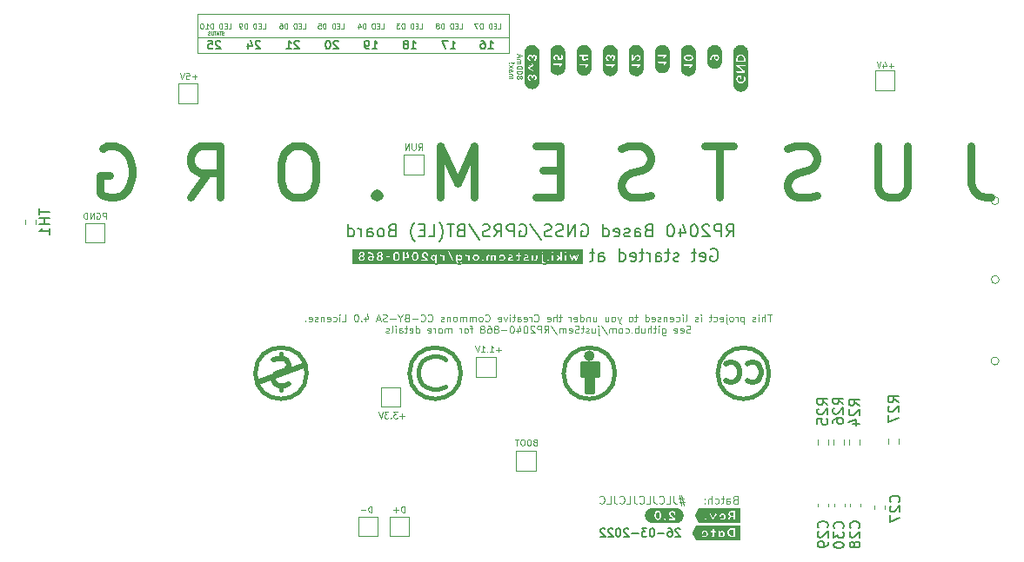
<source format=gbr>
%TF.GenerationSoftware,KiCad,Pcbnew,(6.0.2-0)*%
%TF.CreationDate,2022-03-30T00:09:39+02:00*%
%TF.ProjectId,RP2040GPSTracker,52503230-3430-4475-9053-547261636b65,rev?*%
%TF.SameCoordinates,PX4416780PY363af58*%
%TF.FileFunction,Legend,Bot*%
%TF.FilePolarity,Positive*%
%FSLAX46Y46*%
G04 Gerber Fmt 4.6, Leading zero omitted, Abs format (unit mm)*
G04 Created by KiCad (PCBNEW (6.0.2-0)) date 2022-03-30 00:09:39*
%MOMM*%
%LPD*%
G01*
G04 APERTURE LIST*
%ADD10C,0.120000*%
%ADD11C,0.100000*%
%ADD12C,0.200000*%
%ADD13C,0.800000*%
%ADD14C,0.150000*%
%ADD15C,0.125000*%
%ADD16C,0.075000*%
%ADD17C,0.500000*%
%ADD18C,0.400000*%
%ADD19C,0.010000*%
%ADD20C,0.381000*%
%ADD21C,0.384000*%
G04 APERTURE END LIST*
D10*
X47780000Y50014600D02*
X17500000Y50014600D01*
X17500000Y52310000D02*
X47770000Y52310000D01*
X47770000Y52310000D02*
X47770000Y48535000D01*
X47770000Y48535000D02*
X17500000Y48535000D01*
X17500000Y48535000D02*
X17500000Y52310000D01*
D11*
X8571428Y32323572D02*
X8571428Y32923572D01*
X8342857Y32923572D01*
X8285714Y32895000D01*
X8257142Y32866429D01*
X8228571Y32809286D01*
X8228571Y32723572D01*
X8257142Y32666429D01*
X8285714Y32637858D01*
X8342857Y32609286D01*
X8571428Y32609286D01*
X7657142Y32895000D02*
X7714285Y32923572D01*
X7800000Y32923572D01*
X7885714Y32895000D01*
X7942857Y32837858D01*
X7971428Y32780715D01*
X8000000Y32666429D01*
X8000000Y32580715D01*
X7971428Y32466429D01*
X7942857Y32409286D01*
X7885714Y32352143D01*
X7800000Y32323572D01*
X7742857Y32323572D01*
X7657142Y32352143D01*
X7628571Y32380715D01*
X7628571Y32580715D01*
X7742857Y32580715D01*
X7371428Y32323572D02*
X7371428Y32923572D01*
X7028571Y32323572D01*
X7028571Y32923572D01*
X6742857Y32323572D02*
X6742857Y32923572D01*
X6600000Y32923572D01*
X6514285Y32895000D01*
X6457142Y32837858D01*
X6428571Y32780715D01*
X6400000Y32666429D01*
X6400000Y32580715D01*
X6428571Y32466429D01*
X6457142Y32409286D01*
X6514285Y32352143D01*
X6600000Y32323572D01*
X6742857Y32323572D01*
D12*
X23569523Y49626505D02*
X23531428Y49664600D01*
X23455238Y49702696D01*
X23264761Y49702696D01*
X23188571Y49664600D01*
X23150476Y49626505D01*
X23112380Y49550315D01*
X23112380Y49474124D01*
X23150476Y49359839D01*
X23607619Y48902696D01*
X23112380Y48902696D01*
X22426666Y49436029D02*
X22426666Y48902696D01*
X22617142Y49740791D02*
X22807619Y49169362D01*
X22312380Y49169362D01*
D11*
X37605000Y13127143D02*
X37147857Y13127143D01*
X37376428Y12898572D02*
X37376428Y13355715D01*
X36919285Y13498572D02*
X36547857Y13498572D01*
X36747857Y13270000D01*
X36662142Y13270000D01*
X36605000Y13241429D01*
X36576428Y13212858D01*
X36547857Y13155715D01*
X36547857Y13012858D01*
X36576428Y12955715D01*
X36605000Y12927143D01*
X36662142Y12898572D01*
X36833571Y12898572D01*
X36890714Y12927143D01*
X36919285Y12955715D01*
X36290714Y12955715D02*
X36262142Y12927143D01*
X36290714Y12898572D01*
X36319285Y12927143D01*
X36290714Y12955715D01*
X36290714Y12898572D01*
X36062142Y13498572D02*
X35690714Y13498572D01*
X35890714Y13270000D01*
X35805000Y13270000D01*
X35747857Y13241429D01*
X35719285Y13212858D01*
X35690714Y13155715D01*
X35690714Y13012858D01*
X35719285Y12955715D01*
X35747857Y12927143D01*
X35805000Y12898572D01*
X35976428Y12898572D01*
X36033571Y12927143D01*
X36062142Y12955715D01*
X35519285Y13498572D02*
X35319285Y12898572D01*
X35119285Y13498572D01*
X31465000Y50888410D02*
X31703095Y50888410D01*
X31703095Y51388410D01*
X31298333Y51150315D02*
X31131666Y51150315D01*
X31060238Y50888410D02*
X31298333Y50888410D01*
X31298333Y51388410D01*
X31060238Y51388410D01*
X30845952Y50888410D02*
X30845952Y51388410D01*
X30726904Y51388410D01*
X30655476Y51364600D01*
X30607857Y51316981D01*
X30584047Y51269362D01*
X30560238Y51174124D01*
X30560238Y51102696D01*
X30584047Y51007458D01*
X30607857Y50959839D01*
X30655476Y50912220D01*
X30726904Y50888410D01*
X30845952Y50888410D01*
X29965000Y50888410D02*
X29965000Y51388410D01*
X29845952Y51388410D01*
X29774523Y51364600D01*
X29726904Y51316981D01*
X29703095Y51269362D01*
X29679285Y51174124D01*
X29679285Y51102696D01*
X29703095Y51007458D01*
X29726904Y50959839D01*
X29774523Y50912220D01*
X29845952Y50888410D01*
X29965000Y50888410D01*
X29226904Y51388410D02*
X29465000Y51388410D01*
X29488809Y51150315D01*
X29465000Y51174124D01*
X29417380Y51197934D01*
X29298333Y51197934D01*
X29250714Y51174124D01*
X29226904Y51150315D01*
X29203095Y51102696D01*
X29203095Y50983648D01*
X29226904Y50936029D01*
X29250714Y50912220D01*
X29298333Y50888410D01*
X29417380Y50888410D01*
X29465000Y50912220D01*
X29488809Y50936029D01*
D13*
X92762619Y39413096D02*
X92762619Y35841667D01*
X93000714Y35127381D01*
X93476904Y34651191D01*
X94191190Y34413096D01*
X94667380Y34413096D01*
X86572142Y39413096D02*
X86572142Y35365477D01*
X86334047Y34889286D01*
X86095952Y34651191D01*
X85619761Y34413096D01*
X84667380Y34413096D01*
X84191190Y34651191D01*
X83953095Y34889286D01*
X83715000Y35365477D01*
X83715000Y39413096D01*
X77762619Y34651191D02*
X77048333Y34413096D01*
X75857857Y34413096D01*
X75381666Y34651191D01*
X75143571Y34889286D01*
X74905476Y35365477D01*
X74905476Y35841667D01*
X75143571Y36317858D01*
X75381666Y36555953D01*
X75857857Y36794048D01*
X76810238Y37032143D01*
X77286428Y37270239D01*
X77524523Y37508334D01*
X77762619Y37984524D01*
X77762619Y38460715D01*
X77524523Y38936905D01*
X77286428Y39175000D01*
X76810238Y39413096D01*
X75619761Y39413096D01*
X74905476Y39175000D01*
X69667380Y39413096D02*
X66810238Y39413096D01*
X68238809Y34413096D02*
X68238809Y39413096D01*
X61572142Y34651191D02*
X60857857Y34413096D01*
X59667380Y34413096D01*
X59191190Y34651191D01*
X58953095Y34889286D01*
X58715000Y35365477D01*
X58715000Y35841667D01*
X58953095Y36317858D01*
X59191190Y36555953D01*
X59667380Y36794048D01*
X60619761Y37032143D01*
X61095952Y37270239D01*
X61334047Y37508334D01*
X61572142Y37984524D01*
X61572142Y38460715D01*
X61334047Y38936905D01*
X61095952Y39175000D01*
X60619761Y39413096D01*
X59429285Y39413096D01*
X58715000Y39175000D01*
X52762619Y37032143D02*
X51095952Y37032143D01*
X50381666Y34413096D02*
X52762619Y34413096D01*
X52762619Y39413096D01*
X50381666Y39413096D01*
X44429285Y34413096D02*
X44429285Y39413096D01*
X42762619Y35841667D01*
X41095952Y39413096D01*
X41095952Y34413096D01*
X34905476Y34889286D02*
X34667380Y34651191D01*
X34905476Y34413096D01*
X35143571Y34651191D01*
X34905476Y34889286D01*
X34905476Y34413096D01*
X27762619Y39413096D02*
X26810238Y39413096D01*
X26334047Y39175000D01*
X25857857Y38698810D01*
X25619761Y37746429D01*
X25619761Y36079762D01*
X25857857Y35127381D01*
X26334047Y34651191D01*
X26810238Y34413096D01*
X27762619Y34413096D01*
X28238809Y34651191D01*
X28715000Y35127381D01*
X28953095Y36079762D01*
X28953095Y37746429D01*
X28715000Y38698810D01*
X28238809Y39175000D01*
X27762619Y39413096D01*
X16810238Y34413096D02*
X18476904Y36794048D01*
X19667380Y34413096D02*
X19667380Y39413096D01*
X17762619Y39413096D01*
X17286428Y39175000D01*
X17048333Y38936905D01*
X16810238Y38460715D01*
X16810238Y37746429D01*
X17048333Y37270239D01*
X17286428Y37032143D01*
X17762619Y36794048D01*
X19667380Y36794048D01*
X8238809Y39175000D02*
X8715000Y39413096D01*
X9429285Y39413096D01*
X10143571Y39175000D01*
X10619761Y38698810D01*
X10857857Y38222620D01*
X11095952Y37270239D01*
X11095952Y36555953D01*
X10857857Y35603572D01*
X10619761Y35127381D01*
X10143571Y34651191D01*
X9429285Y34413096D01*
X8953095Y34413096D01*
X8238809Y34651191D01*
X8000714Y34889286D01*
X8000714Y36555953D01*
X8953095Y36555953D01*
D11*
X46985000Y19577143D02*
X46527857Y19577143D01*
X46756428Y19348572D02*
X46756428Y19805715D01*
X45927857Y19348572D02*
X46270714Y19348572D01*
X46099285Y19348572D02*
X46099285Y19948572D01*
X46156428Y19862858D01*
X46213571Y19805715D01*
X46270714Y19777143D01*
X45670714Y19405715D02*
X45642142Y19377143D01*
X45670714Y19348572D01*
X45699285Y19377143D01*
X45670714Y19405715D01*
X45670714Y19348572D01*
X45070714Y19348572D02*
X45413571Y19348572D01*
X45242142Y19348572D02*
X45242142Y19948572D01*
X45299285Y19862858D01*
X45356428Y19805715D01*
X45413571Y19777143D01*
X44899285Y19948572D02*
X44699285Y19348572D01*
X44499285Y19948572D01*
X23804800Y50888410D02*
X24042895Y50888410D01*
X24042895Y51388410D01*
X23638133Y51150315D02*
X23471466Y51150315D01*
X23400038Y50888410D02*
X23638133Y50888410D01*
X23638133Y51388410D01*
X23400038Y51388410D01*
X23185752Y50888410D02*
X23185752Y51388410D01*
X23066704Y51388410D01*
X22995276Y51364600D01*
X22947657Y51316981D01*
X22923847Y51269362D01*
X22900038Y51174124D01*
X22900038Y51102696D01*
X22923847Y51007458D01*
X22947657Y50959839D01*
X22995276Y50912220D01*
X23066704Y50888410D01*
X23185752Y50888410D01*
X22304800Y50888410D02*
X22304800Y51388410D01*
X22185752Y51388410D01*
X22114323Y51364600D01*
X22066704Y51316981D01*
X22042895Y51269362D01*
X22019085Y51174124D01*
X22019085Y51102696D01*
X22042895Y51007458D01*
X22066704Y50959839D01*
X22114323Y50912220D01*
X22185752Y50888410D01*
X22304800Y50888410D01*
X21780990Y50888410D02*
X21685752Y50888410D01*
X21638133Y50912220D01*
X21614323Y50936029D01*
X21566704Y51007458D01*
X21542895Y51102696D01*
X21542895Y51293172D01*
X21566704Y51340791D01*
X21590514Y51364600D01*
X21638133Y51388410D01*
X21733371Y51388410D01*
X21780990Y51364600D01*
X21804800Y51340791D01*
X21828609Y51293172D01*
X21828609Y51174124D01*
X21804800Y51126505D01*
X21780990Y51102696D01*
X21733371Y51078886D01*
X21638133Y51078886D01*
X21590514Y51102696D01*
X21566704Y51126505D01*
X21542895Y51174124D01*
X27720000Y50888410D02*
X27958095Y50888410D01*
X27958095Y51388410D01*
X27553333Y51150315D02*
X27386666Y51150315D01*
X27315238Y50888410D02*
X27553333Y50888410D01*
X27553333Y51388410D01*
X27315238Y51388410D01*
X27100952Y50888410D02*
X27100952Y51388410D01*
X26981904Y51388410D01*
X26910476Y51364600D01*
X26862857Y51316981D01*
X26839047Y51269362D01*
X26815238Y51174124D01*
X26815238Y51102696D01*
X26839047Y51007458D01*
X26862857Y50959839D01*
X26910476Y50912220D01*
X26981904Y50888410D01*
X27100952Y50888410D01*
X26220000Y50888410D02*
X26220000Y51388410D01*
X26100952Y51388410D01*
X26029523Y51364600D01*
X25981904Y51316981D01*
X25958095Y51269362D01*
X25934285Y51174124D01*
X25934285Y51102696D01*
X25958095Y51007458D01*
X25981904Y50959839D01*
X26029523Y50912220D01*
X26100952Y50888410D01*
X26220000Y50888410D01*
X25505714Y51388410D02*
X25600952Y51388410D01*
X25648571Y51364600D01*
X25672380Y51340791D01*
X25720000Y51269362D01*
X25743809Y51174124D01*
X25743809Y50983648D01*
X25720000Y50936029D01*
X25696190Y50912220D01*
X25648571Y50888410D01*
X25553333Y50888410D01*
X25505714Y50912220D01*
X25481904Y50936029D01*
X25458095Y50983648D01*
X25458095Y51102696D01*
X25481904Y51150315D01*
X25505714Y51174124D01*
X25553333Y51197934D01*
X25648571Y51197934D01*
X25696190Y51174124D01*
X25720000Y51150315D01*
X25743809Y51102696D01*
X20488095Y50888410D02*
X20726190Y50888410D01*
X20726190Y51388410D01*
X20321428Y51150315D02*
X20154761Y51150315D01*
X20083333Y50888410D02*
X20321428Y50888410D01*
X20321428Y51388410D01*
X20083333Y51388410D01*
X19869047Y50888410D02*
X19869047Y51388410D01*
X19750000Y51388410D01*
X19678571Y51364600D01*
X19630952Y51316981D01*
X19607142Y51269362D01*
X19583333Y51174124D01*
X19583333Y51102696D01*
X19607142Y51007458D01*
X19630952Y50959839D01*
X19678571Y50912220D01*
X19750000Y50888410D01*
X19869047Y50888410D01*
X18988095Y50888410D02*
X18988095Y51388410D01*
X18869047Y51388410D01*
X18797619Y51364600D01*
X18750000Y51316981D01*
X18726190Y51269362D01*
X18702380Y51174124D01*
X18702380Y51102696D01*
X18726190Y51007458D01*
X18750000Y50959839D01*
X18797619Y50912220D01*
X18869047Y50888410D01*
X18988095Y50888410D01*
X18226190Y50888410D02*
X18511904Y50888410D01*
X18369047Y50888410D02*
X18369047Y51388410D01*
X18416666Y51316981D01*
X18464285Y51269362D01*
X18511904Y51245553D01*
X17916666Y51388410D02*
X17869047Y51388410D01*
X17821428Y51364600D01*
X17797619Y51340791D01*
X17773809Y51293172D01*
X17750000Y51197934D01*
X17750000Y51078886D01*
X17773809Y50983648D01*
X17797619Y50936029D01*
X17821428Y50912220D01*
X17869047Y50888410D01*
X17916666Y50888410D01*
X17964285Y50912220D01*
X17988095Y50936029D01*
X18011904Y50983648D01*
X18035714Y51078886D01*
X18035714Y51197934D01*
X18011904Y51293172D01*
X17988095Y51340791D01*
X17964285Y51364600D01*
X17916666Y51388410D01*
D14*
X67442857Y29360000D02*
X67557142Y29417143D01*
X67728571Y29417143D01*
X67900000Y29360000D01*
X68014285Y29245715D01*
X68071428Y29131429D01*
X68128571Y28902858D01*
X68128571Y28731429D01*
X68071428Y28502858D01*
X68014285Y28388572D01*
X67900000Y28274286D01*
X67728571Y28217143D01*
X67614285Y28217143D01*
X67442857Y28274286D01*
X67385714Y28331429D01*
X67385714Y28731429D01*
X67614285Y28731429D01*
X66414285Y28274286D02*
X66528571Y28217143D01*
X66757142Y28217143D01*
X66871428Y28274286D01*
X66928571Y28388572D01*
X66928571Y28845715D01*
X66871428Y28960000D01*
X66757142Y29017143D01*
X66528571Y29017143D01*
X66414285Y28960000D01*
X66357142Y28845715D01*
X66357142Y28731429D01*
X66928571Y28617143D01*
X66014285Y29017143D02*
X65557142Y29017143D01*
X65842857Y29417143D02*
X65842857Y28388572D01*
X65785714Y28274286D01*
X65671428Y28217143D01*
X65557142Y28217143D01*
X64300000Y28274286D02*
X64185714Y28217143D01*
X63957142Y28217143D01*
X63842857Y28274286D01*
X63785714Y28388572D01*
X63785714Y28445715D01*
X63842857Y28560000D01*
X63957142Y28617143D01*
X64128571Y28617143D01*
X64242857Y28674286D01*
X64300000Y28788572D01*
X64300000Y28845715D01*
X64242857Y28960000D01*
X64128571Y29017143D01*
X63957142Y29017143D01*
X63842857Y28960000D01*
X63442857Y29017143D02*
X62985714Y29017143D01*
X63271428Y29417143D02*
X63271428Y28388572D01*
X63214285Y28274286D01*
X63100000Y28217143D01*
X62985714Y28217143D01*
X62071428Y28217143D02*
X62071428Y28845715D01*
X62128571Y28960000D01*
X62242857Y29017143D01*
X62471428Y29017143D01*
X62585714Y28960000D01*
X62071428Y28274286D02*
X62185714Y28217143D01*
X62471428Y28217143D01*
X62585714Y28274286D01*
X62642857Y28388572D01*
X62642857Y28502858D01*
X62585714Y28617143D01*
X62471428Y28674286D01*
X62185714Y28674286D01*
X62071428Y28731429D01*
X61500000Y28217143D02*
X61500000Y29017143D01*
X61500000Y28788572D02*
X61442857Y28902858D01*
X61385714Y28960000D01*
X61271428Y29017143D01*
X61157142Y29017143D01*
X60928571Y29017143D02*
X60471428Y29017143D01*
X60757142Y29417143D02*
X60757142Y28388572D01*
X60700000Y28274286D01*
X60585714Y28217143D01*
X60471428Y28217143D01*
X59614285Y28274286D02*
X59728571Y28217143D01*
X59957142Y28217143D01*
X60071428Y28274286D01*
X60128571Y28388572D01*
X60128571Y28845715D01*
X60071428Y28960000D01*
X59957142Y29017143D01*
X59728571Y29017143D01*
X59614285Y28960000D01*
X59557142Y28845715D01*
X59557142Y28731429D01*
X60128571Y28617143D01*
X58528571Y28217143D02*
X58528571Y29417143D01*
X58528571Y28274286D02*
X58642857Y28217143D01*
X58871428Y28217143D01*
X58985714Y28274286D01*
X59042857Y28331429D01*
X59100000Y28445715D01*
X59100000Y28788572D01*
X59042857Y28902858D01*
X58985714Y28960000D01*
X58871428Y29017143D01*
X58642857Y29017143D01*
X58528571Y28960000D01*
X56528571Y28217143D02*
X56528571Y28845715D01*
X56585714Y28960000D01*
X56700000Y29017143D01*
X56928571Y29017143D01*
X57042857Y28960000D01*
X56528571Y28274286D02*
X56642857Y28217143D01*
X56928571Y28217143D01*
X57042857Y28274286D01*
X57100000Y28388572D01*
X57100000Y28502858D01*
X57042857Y28617143D01*
X56928571Y28674286D01*
X56642857Y28674286D01*
X56528571Y28731429D01*
X56128571Y29017143D02*
X55671428Y29017143D01*
X55957142Y29417143D02*
X55957142Y28388572D01*
X55900000Y28274286D01*
X55785714Y28217143D01*
X55671428Y28217143D01*
D15*
X48847023Y46091727D02*
X48870833Y46044108D01*
X48894642Y46020298D01*
X48942261Y45996489D01*
X48966071Y45996489D01*
X49013690Y46020298D01*
X49037500Y46044108D01*
X49061309Y46091727D01*
X49061309Y46186965D01*
X49037500Y46234584D01*
X49013690Y46258393D01*
X48966071Y46282203D01*
X48942261Y46282203D01*
X48894642Y46258393D01*
X48870833Y46234584D01*
X48847023Y46186965D01*
X48847023Y46091727D01*
X48823214Y46044108D01*
X48799404Y46020298D01*
X48751785Y45996489D01*
X48656547Y45996489D01*
X48608928Y46020298D01*
X48585119Y46044108D01*
X48561309Y46091727D01*
X48561309Y46186965D01*
X48585119Y46234584D01*
X48608928Y46258393D01*
X48656547Y46282203D01*
X48751785Y46282203D01*
X48799404Y46258393D01*
X48823214Y46234584D01*
X48847023Y46186965D01*
X49061309Y46591727D02*
X49061309Y46639346D01*
X49037500Y46686965D01*
X49013690Y46710774D01*
X48966071Y46734584D01*
X48870833Y46758393D01*
X48751785Y46758393D01*
X48656547Y46734584D01*
X48608928Y46710774D01*
X48585119Y46686965D01*
X48561309Y46639346D01*
X48561309Y46591727D01*
X48585119Y46544108D01*
X48608928Y46520298D01*
X48656547Y46496489D01*
X48751785Y46472679D01*
X48870833Y46472679D01*
X48966071Y46496489D01*
X49013690Y46520298D01*
X49037500Y46544108D01*
X49061309Y46591727D01*
X49061309Y47067917D02*
X49061309Y47115536D01*
X49037500Y47163155D01*
X49013690Y47186965D01*
X48966071Y47210774D01*
X48870833Y47234584D01*
X48751785Y47234584D01*
X48656547Y47210774D01*
X48608928Y47186965D01*
X48585119Y47163155D01*
X48561309Y47115536D01*
X48561309Y47067917D01*
X48585119Y47020298D01*
X48608928Y46996489D01*
X48656547Y46972679D01*
X48751785Y46948870D01*
X48870833Y46948870D01*
X48966071Y46972679D01*
X49013690Y46996489D01*
X49037500Y47020298D01*
X49061309Y47067917D01*
X48561309Y47448870D02*
X48894642Y47448870D01*
X48847023Y47448870D02*
X48870833Y47472679D01*
X48894642Y47520298D01*
X48894642Y47591727D01*
X48870833Y47639346D01*
X48823214Y47663155D01*
X48561309Y47663155D01*
X48823214Y47663155D02*
X48870833Y47686965D01*
X48894642Y47734584D01*
X48894642Y47806012D01*
X48870833Y47853631D01*
X48823214Y47877441D01*
X48561309Y47877441D01*
X48704166Y48091727D02*
X48704166Y48329822D01*
X48561309Y48044108D02*
X49061309Y48210774D01*
X48561309Y48377441D01*
X47756309Y46020298D02*
X48089642Y46020298D01*
X48042023Y46020298D02*
X48065833Y46044108D01*
X48089642Y46091727D01*
X48089642Y46163155D01*
X48065833Y46210774D01*
X48018214Y46234584D01*
X47756309Y46234584D01*
X48018214Y46234584D02*
X48065833Y46258393D01*
X48089642Y46306012D01*
X48089642Y46377441D01*
X48065833Y46425060D01*
X48018214Y46448870D01*
X47756309Y46448870D01*
X47756309Y46901250D02*
X48018214Y46901250D01*
X48065833Y46877441D01*
X48089642Y46829822D01*
X48089642Y46734584D01*
X48065833Y46686965D01*
X47780119Y46901250D02*
X47756309Y46853631D01*
X47756309Y46734584D01*
X47780119Y46686965D01*
X47827738Y46663155D01*
X47875357Y46663155D01*
X47922976Y46686965D01*
X47946785Y46734584D01*
X47946785Y46853631D01*
X47970595Y46901250D01*
X47756309Y47091727D02*
X48089642Y47353631D01*
X48089642Y47091727D02*
X47756309Y47353631D01*
X47803928Y47544108D02*
X47780119Y47567917D01*
X47756309Y47544108D01*
X47780119Y47520298D01*
X47803928Y47544108D01*
X47756309Y47544108D01*
X47946785Y47544108D02*
X48232500Y47520298D01*
X48256309Y47544108D01*
X48232500Y47567917D01*
X47946785Y47544108D01*
X48256309Y47544108D01*
D12*
X31154523Y49626505D02*
X31116428Y49664600D01*
X31040238Y49702696D01*
X30849761Y49702696D01*
X30773571Y49664600D01*
X30735476Y49626505D01*
X30697380Y49550315D01*
X30697380Y49474124D01*
X30735476Y49359839D01*
X31192619Y48902696D01*
X30697380Y48902696D01*
X30202142Y49702696D02*
X30125952Y49702696D01*
X30049761Y49664600D01*
X30011666Y49626505D01*
X29973571Y49550315D01*
X29935476Y49397934D01*
X29935476Y49207458D01*
X29973571Y49055077D01*
X30011666Y48978886D01*
X30049761Y48940791D01*
X30125952Y48902696D01*
X30202142Y48902696D01*
X30278333Y48940791D01*
X30316428Y48978886D01*
X30354523Y49055077D01*
X30392619Y49207458D01*
X30392619Y49397934D01*
X30354523Y49550315D01*
X30316428Y49626505D01*
X30278333Y49664600D01*
X30202142Y49702696D01*
D11*
X37619285Y3728572D02*
X37619285Y4328572D01*
X37476428Y4328572D01*
X37390714Y4300000D01*
X37333571Y4242858D01*
X37305000Y4185715D01*
X37276428Y4071429D01*
X37276428Y3985715D01*
X37305000Y3871429D01*
X37333571Y3814286D01*
X37390714Y3757143D01*
X37476428Y3728572D01*
X37619285Y3728572D01*
X37019285Y3957143D02*
X36562142Y3957143D01*
X36790714Y3728572D02*
X36790714Y4185715D01*
X34447857Y3728572D02*
X34447857Y4328572D01*
X34305000Y4328572D01*
X34219285Y4300000D01*
X34162142Y4242858D01*
X34133571Y4185715D01*
X34105000Y4071429D01*
X34105000Y3985715D01*
X34133571Y3871429D01*
X34162142Y3814286D01*
X34219285Y3757143D01*
X34305000Y3728572D01*
X34447857Y3728572D01*
X33847857Y3957143D02*
X33390714Y3957143D01*
D12*
X34497380Y48902696D02*
X34954523Y48902696D01*
X34725952Y48902696D02*
X34725952Y49702696D01*
X34802142Y49588410D01*
X34878333Y49512220D01*
X34954523Y49474124D01*
X34116428Y48902696D02*
X33964047Y48902696D01*
X33887857Y48940791D01*
X33849761Y48978886D01*
X33773571Y49093172D01*
X33735476Y49245553D01*
X33735476Y49550315D01*
X33773571Y49626505D01*
X33811666Y49664600D01*
X33887857Y49702696D01*
X34040238Y49702696D01*
X34116428Y49664600D01*
X34154523Y49626505D01*
X34192619Y49550315D01*
X34192619Y49359839D01*
X34154523Y49283648D01*
X34116428Y49245553D01*
X34040238Y49207458D01*
X33887857Y49207458D01*
X33811666Y49245553D01*
X33773571Y49283648D01*
X33735476Y49359839D01*
D11*
X46720000Y50888410D02*
X46958095Y50888410D01*
X46958095Y51388410D01*
X46553333Y51150315D02*
X46386666Y51150315D01*
X46315238Y50888410D02*
X46553333Y50888410D01*
X46553333Y51388410D01*
X46315238Y51388410D01*
X46100952Y50888410D02*
X46100952Y51388410D01*
X45981904Y51388410D01*
X45910476Y51364600D01*
X45862857Y51316981D01*
X45839047Y51269362D01*
X45815238Y51174124D01*
X45815238Y51102696D01*
X45839047Y51007458D01*
X45862857Y50959839D01*
X45910476Y50912220D01*
X45981904Y50888410D01*
X46100952Y50888410D01*
X45220000Y50888410D02*
X45220000Y51388410D01*
X45100952Y51388410D01*
X45029523Y51364600D01*
X44981904Y51316981D01*
X44958095Y51269362D01*
X44934285Y51174124D01*
X44934285Y51102696D01*
X44958095Y51007458D01*
X44981904Y50959839D01*
X45029523Y50912220D01*
X45100952Y50888410D01*
X45220000Y50888410D01*
X44767619Y51388410D02*
X44434285Y51388410D01*
X44648571Y50888410D01*
D12*
X19699523Y49626505D02*
X19661428Y49664600D01*
X19585238Y49702696D01*
X19394761Y49702696D01*
X19318571Y49664600D01*
X19280476Y49626505D01*
X19242380Y49550315D01*
X19242380Y49474124D01*
X19280476Y49359839D01*
X19737619Y48902696D01*
X19242380Y48902696D01*
X18518571Y49702696D02*
X18899523Y49702696D01*
X18937619Y49321743D01*
X18899523Y49359839D01*
X18823333Y49397934D01*
X18632857Y49397934D01*
X18556666Y49359839D01*
X18518571Y49321743D01*
X18480476Y49245553D01*
X18480476Y49055077D01*
X18518571Y48978886D01*
X18556666Y48940791D01*
X18632857Y48902696D01*
X18823333Y48902696D01*
X18899523Y48940791D01*
X18937619Y48978886D01*
X45792380Y48902696D02*
X46249523Y48902696D01*
X46020952Y48902696D02*
X46020952Y49702696D01*
X46097142Y49588410D01*
X46173333Y49512220D01*
X46249523Y49474124D01*
X45106666Y49702696D02*
X45259047Y49702696D01*
X45335238Y49664600D01*
X45373333Y49626505D01*
X45449523Y49512220D01*
X45487619Y49359839D01*
X45487619Y49055077D01*
X45449523Y48978886D01*
X45411428Y48940791D01*
X45335238Y48902696D01*
X45182857Y48902696D01*
X45106666Y48940791D01*
X45068571Y48978886D01*
X45030476Y49055077D01*
X45030476Y49245553D01*
X45068571Y49321743D01*
X45106666Y49359839D01*
X45182857Y49397934D01*
X45335238Y49397934D01*
X45411428Y49359839D01*
X45449523Y49321743D01*
X45487619Y49245553D01*
X27349523Y49626505D02*
X27311428Y49664600D01*
X27235238Y49702696D01*
X27044761Y49702696D01*
X26968571Y49664600D01*
X26930476Y49626505D01*
X26892380Y49550315D01*
X26892380Y49474124D01*
X26930476Y49359839D01*
X27387619Y48902696D01*
X26892380Y48902696D01*
X26130476Y48902696D02*
X26587619Y48902696D01*
X26359047Y48902696D02*
X26359047Y49702696D01*
X26435238Y49588410D01*
X26511428Y49512220D01*
X26587619Y49474124D01*
D11*
X85206428Y47257143D02*
X84749285Y47257143D01*
X84977857Y47028572D02*
X84977857Y47485715D01*
X84206428Y47428572D02*
X84206428Y47028572D01*
X84349285Y47657143D02*
X84492142Y47228572D01*
X84120714Y47228572D01*
X83977857Y47628572D02*
X83777857Y47028572D01*
X83577857Y47628572D01*
X73348333Y23036834D02*
X72948333Y23036834D01*
X73148333Y22336834D02*
X73148333Y23036834D01*
X72715000Y22336834D02*
X72715000Y23036834D01*
X72415000Y22336834D02*
X72415000Y22703500D01*
X72448333Y22770167D01*
X72515000Y22803500D01*
X72615000Y22803500D01*
X72681666Y22770167D01*
X72715000Y22736834D01*
X72081666Y22336834D02*
X72081666Y22803500D01*
X72081666Y23036834D02*
X72114999Y23003500D01*
X72081666Y22970167D01*
X72048333Y23003500D01*
X72081666Y23036834D01*
X72081666Y22970167D01*
X71781666Y22370167D02*
X71714999Y22336834D01*
X71581666Y22336834D01*
X71514999Y22370167D01*
X71481666Y22436834D01*
X71481666Y22470167D01*
X71514999Y22536834D01*
X71581666Y22570167D01*
X71681666Y22570167D01*
X71748333Y22603500D01*
X71781666Y22670167D01*
X71781666Y22703500D01*
X71748333Y22770167D01*
X71681666Y22803500D01*
X71581666Y22803500D01*
X71514999Y22770167D01*
X70648333Y22803500D02*
X70648333Y22103500D01*
X70648333Y22770167D02*
X70581666Y22803500D01*
X70448333Y22803500D01*
X70381666Y22770167D01*
X70348333Y22736834D01*
X70314999Y22670167D01*
X70314999Y22470167D01*
X70348333Y22403500D01*
X70381666Y22370167D01*
X70448333Y22336834D01*
X70581666Y22336834D01*
X70648333Y22370167D01*
X70014999Y22336834D02*
X70014999Y22803500D01*
X70014999Y22670167D02*
X69981666Y22736834D01*
X69948333Y22770167D01*
X69881666Y22803500D01*
X69814999Y22803500D01*
X69481666Y22336834D02*
X69548333Y22370167D01*
X69581666Y22403500D01*
X69614999Y22470167D01*
X69614999Y22670167D01*
X69581666Y22736834D01*
X69548333Y22770167D01*
X69481666Y22803500D01*
X69381666Y22803500D01*
X69314999Y22770167D01*
X69281666Y22736834D01*
X69248333Y22670167D01*
X69248333Y22470167D01*
X69281666Y22403500D01*
X69314999Y22370167D01*
X69381666Y22336834D01*
X69481666Y22336834D01*
X68948333Y22803500D02*
X68948333Y22203500D01*
X68981666Y22136834D01*
X69048333Y22103500D01*
X69081666Y22103500D01*
X68948333Y23036834D02*
X68981666Y23003500D01*
X68948333Y22970167D01*
X68914999Y23003500D01*
X68948333Y23036834D01*
X68948333Y22970167D01*
X68348333Y22370167D02*
X68414999Y22336834D01*
X68548333Y22336834D01*
X68614999Y22370167D01*
X68648333Y22436834D01*
X68648333Y22703500D01*
X68614999Y22770167D01*
X68548333Y22803500D01*
X68414999Y22803500D01*
X68348333Y22770167D01*
X68314999Y22703500D01*
X68314999Y22636834D01*
X68648333Y22570167D01*
X67714999Y22370167D02*
X67781666Y22336834D01*
X67914999Y22336834D01*
X67981666Y22370167D01*
X68014999Y22403500D01*
X68048333Y22470167D01*
X68048333Y22670167D01*
X68014999Y22736834D01*
X67981666Y22770167D01*
X67914999Y22803500D01*
X67781666Y22803500D01*
X67714999Y22770167D01*
X67514999Y22803500D02*
X67248333Y22803500D01*
X67414999Y23036834D02*
X67414999Y22436834D01*
X67381666Y22370167D01*
X67314999Y22336834D01*
X67248333Y22336834D01*
X66481666Y22336834D02*
X66481666Y22803500D01*
X66481666Y23036834D02*
X66514999Y23003500D01*
X66481666Y22970167D01*
X66448333Y23003500D01*
X66481666Y23036834D01*
X66481666Y22970167D01*
X66181666Y22370167D02*
X66114999Y22336834D01*
X65981666Y22336834D01*
X65914999Y22370167D01*
X65881666Y22436834D01*
X65881666Y22470167D01*
X65914999Y22536834D01*
X65981666Y22570167D01*
X66081666Y22570167D01*
X66148333Y22603500D01*
X66181666Y22670167D01*
X66181666Y22703500D01*
X66148333Y22770167D01*
X66081666Y22803500D01*
X65981666Y22803500D01*
X65914999Y22770167D01*
X64948333Y22336834D02*
X65014999Y22370167D01*
X65048333Y22436834D01*
X65048333Y23036834D01*
X64681666Y22336834D02*
X64681666Y22803500D01*
X64681666Y23036834D02*
X64714999Y23003500D01*
X64681666Y22970167D01*
X64648333Y23003500D01*
X64681666Y23036834D01*
X64681666Y22970167D01*
X64048333Y22370167D02*
X64114999Y22336834D01*
X64248333Y22336834D01*
X64314999Y22370167D01*
X64348333Y22403500D01*
X64381666Y22470167D01*
X64381666Y22670167D01*
X64348333Y22736834D01*
X64314999Y22770167D01*
X64248333Y22803500D01*
X64114999Y22803500D01*
X64048333Y22770167D01*
X63481666Y22370167D02*
X63548333Y22336834D01*
X63681666Y22336834D01*
X63748333Y22370167D01*
X63781666Y22436834D01*
X63781666Y22703500D01*
X63748333Y22770167D01*
X63681666Y22803500D01*
X63548333Y22803500D01*
X63481666Y22770167D01*
X63448333Y22703500D01*
X63448333Y22636834D01*
X63781666Y22570167D01*
X63148333Y22803500D02*
X63148333Y22336834D01*
X63148333Y22736834D02*
X63114999Y22770167D01*
X63048333Y22803500D01*
X62948333Y22803500D01*
X62881666Y22770167D01*
X62848333Y22703500D01*
X62848333Y22336834D01*
X62548333Y22370167D02*
X62481666Y22336834D01*
X62348333Y22336834D01*
X62281666Y22370167D01*
X62248333Y22436834D01*
X62248333Y22470167D01*
X62281666Y22536834D01*
X62348333Y22570167D01*
X62448333Y22570167D01*
X62514999Y22603500D01*
X62548333Y22670167D01*
X62548333Y22703500D01*
X62514999Y22770167D01*
X62448333Y22803500D01*
X62348333Y22803500D01*
X62281666Y22770167D01*
X61681666Y22370167D02*
X61748333Y22336834D01*
X61881666Y22336834D01*
X61948333Y22370167D01*
X61981666Y22436834D01*
X61981666Y22703500D01*
X61948333Y22770167D01*
X61881666Y22803500D01*
X61748333Y22803500D01*
X61681666Y22770167D01*
X61648333Y22703500D01*
X61648333Y22636834D01*
X61981666Y22570167D01*
X61048333Y22336834D02*
X61048333Y23036834D01*
X61048333Y22370167D02*
X61114999Y22336834D01*
X61248333Y22336834D01*
X61314999Y22370167D01*
X61348333Y22403500D01*
X61381666Y22470167D01*
X61381666Y22670167D01*
X61348333Y22736834D01*
X61314999Y22770167D01*
X61248333Y22803500D01*
X61114999Y22803500D01*
X61048333Y22770167D01*
X60281666Y22803500D02*
X60014999Y22803500D01*
X60181666Y23036834D02*
X60181666Y22436834D01*
X60148333Y22370167D01*
X60081666Y22336834D01*
X60014999Y22336834D01*
X59681666Y22336834D02*
X59748333Y22370167D01*
X59781666Y22403500D01*
X59814999Y22470167D01*
X59814999Y22670167D01*
X59781666Y22736834D01*
X59748333Y22770167D01*
X59681666Y22803500D01*
X59581666Y22803500D01*
X59514999Y22770167D01*
X59481666Y22736834D01*
X59448333Y22670167D01*
X59448333Y22470167D01*
X59481666Y22403500D01*
X59514999Y22370167D01*
X59581666Y22336834D01*
X59681666Y22336834D01*
X58681666Y22803500D02*
X58514999Y22336834D01*
X58348333Y22803500D02*
X58514999Y22336834D01*
X58581666Y22170167D01*
X58614999Y22136834D01*
X58681666Y22103500D01*
X57981666Y22336834D02*
X58048333Y22370167D01*
X58081666Y22403500D01*
X58114999Y22470167D01*
X58114999Y22670167D01*
X58081666Y22736834D01*
X58048333Y22770167D01*
X57981666Y22803500D01*
X57881666Y22803500D01*
X57814999Y22770167D01*
X57781666Y22736834D01*
X57748333Y22670167D01*
X57748333Y22470167D01*
X57781666Y22403500D01*
X57814999Y22370167D01*
X57881666Y22336834D01*
X57981666Y22336834D01*
X57148333Y22803500D02*
X57148333Y22336834D01*
X57448333Y22803500D02*
X57448333Y22436834D01*
X57414999Y22370167D01*
X57348333Y22336834D01*
X57248333Y22336834D01*
X57181666Y22370167D01*
X57148333Y22403500D01*
X55981666Y22803500D02*
X55981666Y22336834D01*
X56281666Y22803500D02*
X56281666Y22436834D01*
X56248333Y22370167D01*
X56181666Y22336834D01*
X56081666Y22336834D01*
X56014999Y22370167D01*
X55981666Y22403500D01*
X55648333Y22803500D02*
X55648333Y22336834D01*
X55648333Y22736834D02*
X55614999Y22770167D01*
X55548333Y22803500D01*
X55448333Y22803500D01*
X55381666Y22770167D01*
X55348333Y22703500D01*
X55348333Y22336834D01*
X54714999Y22336834D02*
X54714999Y23036834D01*
X54714999Y22370167D02*
X54781666Y22336834D01*
X54914999Y22336834D01*
X54981666Y22370167D01*
X55014999Y22403500D01*
X55048333Y22470167D01*
X55048333Y22670167D01*
X55014999Y22736834D01*
X54981666Y22770167D01*
X54914999Y22803500D01*
X54781666Y22803500D01*
X54714999Y22770167D01*
X54114999Y22370167D02*
X54181666Y22336834D01*
X54314999Y22336834D01*
X54381666Y22370167D01*
X54414999Y22436834D01*
X54414999Y22703500D01*
X54381666Y22770167D01*
X54314999Y22803500D01*
X54181666Y22803500D01*
X54114999Y22770167D01*
X54081666Y22703500D01*
X54081666Y22636834D01*
X54414999Y22570167D01*
X53781666Y22336834D02*
X53781666Y22803500D01*
X53781666Y22670167D02*
X53748333Y22736834D01*
X53714999Y22770167D01*
X53648333Y22803500D01*
X53581666Y22803500D01*
X52914999Y22803500D02*
X52648333Y22803500D01*
X52814999Y23036834D02*
X52814999Y22436834D01*
X52781666Y22370167D01*
X52714999Y22336834D01*
X52648333Y22336834D01*
X52414999Y22336834D02*
X52414999Y23036834D01*
X52114999Y22336834D02*
X52114999Y22703500D01*
X52148333Y22770167D01*
X52214999Y22803500D01*
X52314999Y22803500D01*
X52381666Y22770167D01*
X52414999Y22736834D01*
X51514999Y22370167D02*
X51581666Y22336834D01*
X51714999Y22336834D01*
X51781666Y22370167D01*
X51814999Y22436834D01*
X51814999Y22703500D01*
X51781666Y22770167D01*
X51714999Y22803500D01*
X51581666Y22803500D01*
X51514999Y22770167D01*
X51481666Y22703500D01*
X51481666Y22636834D01*
X51814999Y22570167D01*
X50248333Y22403500D02*
X50281666Y22370167D01*
X50381666Y22336834D01*
X50448333Y22336834D01*
X50548333Y22370167D01*
X50614999Y22436834D01*
X50648333Y22503500D01*
X50681666Y22636834D01*
X50681666Y22736834D01*
X50648333Y22870167D01*
X50614999Y22936834D01*
X50548333Y23003500D01*
X50448333Y23036834D01*
X50381666Y23036834D01*
X50281666Y23003500D01*
X50248333Y22970167D01*
X49948333Y22336834D02*
X49948333Y22803500D01*
X49948333Y22670167D02*
X49914999Y22736834D01*
X49881666Y22770167D01*
X49814999Y22803500D01*
X49748333Y22803500D01*
X49248333Y22370167D02*
X49314999Y22336834D01*
X49448333Y22336834D01*
X49514999Y22370167D01*
X49548333Y22436834D01*
X49548333Y22703500D01*
X49514999Y22770167D01*
X49448333Y22803500D01*
X49314999Y22803500D01*
X49248333Y22770167D01*
X49214999Y22703500D01*
X49214999Y22636834D01*
X49548333Y22570167D01*
X48614999Y22336834D02*
X48614999Y22703500D01*
X48648333Y22770167D01*
X48714999Y22803500D01*
X48848333Y22803500D01*
X48914999Y22770167D01*
X48614999Y22370167D02*
X48681666Y22336834D01*
X48848333Y22336834D01*
X48914999Y22370167D01*
X48948333Y22436834D01*
X48948333Y22503500D01*
X48914999Y22570167D01*
X48848333Y22603500D01*
X48681666Y22603500D01*
X48614999Y22636834D01*
X48381666Y22803500D02*
X48114999Y22803500D01*
X48281666Y23036834D02*
X48281666Y22436834D01*
X48248333Y22370167D01*
X48181666Y22336834D01*
X48114999Y22336834D01*
X47881666Y22336834D02*
X47881666Y22803500D01*
X47881666Y23036834D02*
X47914999Y23003500D01*
X47881666Y22970167D01*
X47848333Y23003500D01*
X47881666Y23036834D01*
X47881666Y22970167D01*
X47614999Y22803500D02*
X47448333Y22336834D01*
X47281666Y22803500D01*
X46748333Y22370167D02*
X46814999Y22336834D01*
X46948333Y22336834D01*
X47014999Y22370167D01*
X47048333Y22436834D01*
X47048333Y22703500D01*
X47014999Y22770167D01*
X46948333Y22803500D01*
X46814999Y22803500D01*
X46748333Y22770167D01*
X46714999Y22703500D01*
X46714999Y22636834D01*
X47048333Y22570167D01*
X45481666Y22403500D02*
X45514999Y22370167D01*
X45614999Y22336834D01*
X45681666Y22336834D01*
X45781666Y22370167D01*
X45848333Y22436834D01*
X45881666Y22503500D01*
X45914999Y22636834D01*
X45914999Y22736834D01*
X45881666Y22870167D01*
X45848333Y22936834D01*
X45781666Y23003500D01*
X45681666Y23036834D01*
X45614999Y23036834D01*
X45514999Y23003500D01*
X45481666Y22970167D01*
X45081666Y22336834D02*
X45148333Y22370167D01*
X45181666Y22403500D01*
X45214999Y22470167D01*
X45214999Y22670167D01*
X45181666Y22736834D01*
X45148333Y22770167D01*
X45081666Y22803500D01*
X44981666Y22803500D01*
X44914999Y22770167D01*
X44881666Y22736834D01*
X44848333Y22670167D01*
X44848333Y22470167D01*
X44881666Y22403500D01*
X44914999Y22370167D01*
X44981666Y22336834D01*
X45081666Y22336834D01*
X44548333Y22336834D02*
X44548333Y22803500D01*
X44548333Y22736834D02*
X44514999Y22770167D01*
X44448333Y22803500D01*
X44348333Y22803500D01*
X44281666Y22770167D01*
X44248333Y22703500D01*
X44248333Y22336834D01*
X44248333Y22703500D02*
X44214999Y22770167D01*
X44148333Y22803500D01*
X44048333Y22803500D01*
X43981666Y22770167D01*
X43948333Y22703500D01*
X43948333Y22336834D01*
X43614999Y22336834D02*
X43614999Y22803500D01*
X43614999Y22736834D02*
X43581666Y22770167D01*
X43514999Y22803500D01*
X43414999Y22803500D01*
X43348333Y22770167D01*
X43314999Y22703500D01*
X43314999Y22336834D01*
X43314999Y22703500D02*
X43281666Y22770167D01*
X43214999Y22803500D01*
X43114999Y22803500D01*
X43048333Y22770167D01*
X43014999Y22703500D01*
X43014999Y22336834D01*
X42581666Y22336834D02*
X42648333Y22370167D01*
X42681666Y22403500D01*
X42714999Y22470167D01*
X42714999Y22670167D01*
X42681666Y22736834D01*
X42648333Y22770167D01*
X42581666Y22803500D01*
X42481666Y22803500D01*
X42414999Y22770167D01*
X42381666Y22736834D01*
X42348333Y22670167D01*
X42348333Y22470167D01*
X42381666Y22403500D01*
X42414999Y22370167D01*
X42481666Y22336834D01*
X42581666Y22336834D01*
X42048333Y22803500D02*
X42048333Y22336834D01*
X42048333Y22736834D02*
X42014999Y22770167D01*
X41948333Y22803500D01*
X41848333Y22803500D01*
X41781666Y22770167D01*
X41748333Y22703500D01*
X41748333Y22336834D01*
X41448333Y22370167D02*
X41381666Y22336834D01*
X41248333Y22336834D01*
X41181666Y22370167D01*
X41148333Y22436834D01*
X41148333Y22470167D01*
X41181666Y22536834D01*
X41248333Y22570167D01*
X41348333Y22570167D01*
X41414999Y22603500D01*
X41448333Y22670167D01*
X41448333Y22703500D01*
X41414999Y22770167D01*
X41348333Y22803500D01*
X41248333Y22803500D01*
X41181666Y22770167D01*
X39914999Y22403500D02*
X39948333Y22370167D01*
X40048333Y22336834D01*
X40114999Y22336834D01*
X40214999Y22370167D01*
X40281666Y22436834D01*
X40314999Y22503500D01*
X40348333Y22636834D01*
X40348333Y22736834D01*
X40314999Y22870167D01*
X40281666Y22936834D01*
X40214999Y23003500D01*
X40114999Y23036834D01*
X40048333Y23036834D01*
X39948333Y23003500D01*
X39914999Y22970167D01*
X39214999Y22403500D02*
X39248333Y22370167D01*
X39348333Y22336834D01*
X39414999Y22336834D01*
X39514999Y22370167D01*
X39581666Y22436834D01*
X39614999Y22503500D01*
X39648333Y22636834D01*
X39648333Y22736834D01*
X39614999Y22870167D01*
X39581666Y22936834D01*
X39514999Y23003500D01*
X39414999Y23036834D01*
X39348333Y23036834D01*
X39248333Y23003500D01*
X39214999Y22970167D01*
X38914999Y22603500D02*
X38381666Y22603500D01*
X37814999Y22703500D02*
X37714999Y22670167D01*
X37681666Y22636834D01*
X37648333Y22570167D01*
X37648333Y22470167D01*
X37681666Y22403500D01*
X37714999Y22370167D01*
X37781666Y22336834D01*
X38048333Y22336834D01*
X38048333Y23036834D01*
X37814999Y23036834D01*
X37748333Y23003500D01*
X37714999Y22970167D01*
X37681666Y22903500D01*
X37681666Y22836834D01*
X37714999Y22770167D01*
X37748333Y22736834D01*
X37814999Y22703500D01*
X38048333Y22703500D01*
X37214999Y22670167D02*
X37214999Y22336834D01*
X37448333Y23036834D02*
X37214999Y22670167D01*
X36981666Y23036834D01*
X36748333Y22603500D02*
X36214999Y22603500D01*
X35914999Y22370167D02*
X35814999Y22336834D01*
X35648333Y22336834D01*
X35581666Y22370167D01*
X35548333Y22403500D01*
X35514999Y22470167D01*
X35514999Y22536834D01*
X35548333Y22603500D01*
X35581666Y22636834D01*
X35648333Y22670167D01*
X35781666Y22703500D01*
X35848333Y22736834D01*
X35881666Y22770167D01*
X35914999Y22836834D01*
X35914999Y22903500D01*
X35881666Y22970167D01*
X35848333Y23003500D01*
X35781666Y23036834D01*
X35614999Y23036834D01*
X35514999Y23003500D01*
X35248333Y22536834D02*
X34914999Y22536834D01*
X35314999Y22336834D02*
X35081666Y23036834D01*
X34848333Y22336834D01*
X33781666Y22803500D02*
X33781666Y22336834D01*
X33948333Y23070167D02*
X34114999Y22570167D01*
X33681666Y22570167D01*
X33414999Y22403500D02*
X33381666Y22370167D01*
X33414999Y22336834D01*
X33448333Y22370167D01*
X33414999Y22403500D01*
X33414999Y22336834D01*
X32948333Y23036834D02*
X32881666Y23036834D01*
X32814999Y23003500D01*
X32781666Y22970167D01*
X32748333Y22903500D01*
X32714999Y22770167D01*
X32714999Y22603500D01*
X32748333Y22470167D01*
X32781666Y22403500D01*
X32814999Y22370167D01*
X32881666Y22336834D01*
X32948333Y22336834D01*
X33014999Y22370167D01*
X33048333Y22403500D01*
X33081666Y22470167D01*
X33114999Y22603500D01*
X33114999Y22770167D01*
X33081666Y22903500D01*
X33048333Y22970167D01*
X33014999Y23003500D01*
X32948333Y23036834D01*
X31548333Y22336834D02*
X31881666Y22336834D01*
X31881666Y23036834D01*
X31314999Y22336834D02*
X31314999Y22803500D01*
X31314999Y23036834D02*
X31348333Y23003500D01*
X31314999Y22970167D01*
X31281666Y23003500D01*
X31314999Y23036834D01*
X31314999Y22970167D01*
X30681666Y22370167D02*
X30748333Y22336834D01*
X30881666Y22336834D01*
X30948333Y22370167D01*
X30981666Y22403500D01*
X31014999Y22470167D01*
X31014999Y22670167D01*
X30981666Y22736834D01*
X30948333Y22770167D01*
X30881666Y22803500D01*
X30748333Y22803500D01*
X30681666Y22770167D01*
X30114999Y22370167D02*
X30181666Y22336834D01*
X30314999Y22336834D01*
X30381666Y22370167D01*
X30414999Y22436834D01*
X30414999Y22703500D01*
X30381666Y22770167D01*
X30314999Y22803500D01*
X30181666Y22803500D01*
X30114999Y22770167D01*
X30081666Y22703500D01*
X30081666Y22636834D01*
X30414999Y22570167D01*
X29781666Y22803500D02*
X29781666Y22336834D01*
X29781666Y22736834D02*
X29748333Y22770167D01*
X29681666Y22803500D01*
X29581666Y22803500D01*
X29514999Y22770167D01*
X29481666Y22703500D01*
X29481666Y22336834D01*
X29181666Y22370167D02*
X29114999Y22336834D01*
X28981666Y22336834D01*
X28914999Y22370167D01*
X28881666Y22436834D01*
X28881666Y22470167D01*
X28914999Y22536834D01*
X28981666Y22570167D01*
X29081666Y22570167D01*
X29148333Y22603500D01*
X29181666Y22670167D01*
X29181666Y22703500D01*
X29148333Y22770167D01*
X29081666Y22803500D01*
X28981666Y22803500D01*
X28914999Y22770167D01*
X28314999Y22370167D02*
X28381666Y22336834D01*
X28514999Y22336834D01*
X28581666Y22370167D01*
X28614999Y22436834D01*
X28614999Y22703500D01*
X28581666Y22770167D01*
X28514999Y22803500D01*
X28381666Y22803500D01*
X28314999Y22770167D01*
X28281666Y22703500D01*
X28281666Y22636834D01*
X28614999Y22570167D01*
X27981666Y22403500D02*
X27948333Y22370167D01*
X27981666Y22336834D01*
X28014999Y22370167D01*
X27981666Y22403500D01*
X27981666Y22336834D01*
X65431666Y21243167D02*
X65331666Y21209834D01*
X65165000Y21209834D01*
X65098333Y21243167D01*
X65065000Y21276500D01*
X65031666Y21343167D01*
X65031666Y21409834D01*
X65065000Y21476500D01*
X65098333Y21509834D01*
X65165000Y21543167D01*
X65298333Y21576500D01*
X65365000Y21609834D01*
X65398333Y21643167D01*
X65431666Y21709834D01*
X65431666Y21776500D01*
X65398333Y21843167D01*
X65365000Y21876500D01*
X65298333Y21909834D01*
X65131666Y21909834D01*
X65031666Y21876500D01*
X64465000Y21243167D02*
X64531666Y21209834D01*
X64665000Y21209834D01*
X64731666Y21243167D01*
X64765000Y21309834D01*
X64765000Y21576500D01*
X64731666Y21643167D01*
X64665000Y21676500D01*
X64531666Y21676500D01*
X64465000Y21643167D01*
X64431666Y21576500D01*
X64431666Y21509834D01*
X64765000Y21443167D01*
X63865000Y21243167D02*
X63931666Y21209834D01*
X64065000Y21209834D01*
X64131666Y21243167D01*
X64165000Y21309834D01*
X64165000Y21576500D01*
X64131666Y21643167D01*
X64065000Y21676500D01*
X63931666Y21676500D01*
X63865000Y21643167D01*
X63831666Y21576500D01*
X63831666Y21509834D01*
X64165000Y21443167D01*
X62698333Y21676500D02*
X62698333Y21109834D01*
X62731666Y21043167D01*
X62765000Y21009834D01*
X62831666Y20976500D01*
X62931666Y20976500D01*
X62998333Y21009834D01*
X62698333Y21243167D02*
X62765000Y21209834D01*
X62898333Y21209834D01*
X62965000Y21243167D01*
X62998333Y21276500D01*
X63031666Y21343167D01*
X63031666Y21543167D01*
X62998333Y21609834D01*
X62965000Y21643167D01*
X62898333Y21676500D01*
X62765000Y21676500D01*
X62698333Y21643167D01*
X62365000Y21209834D02*
X62365000Y21676500D01*
X62365000Y21909834D02*
X62398333Y21876500D01*
X62365000Y21843167D01*
X62331666Y21876500D01*
X62365000Y21909834D01*
X62365000Y21843167D01*
X62131666Y21676500D02*
X61865000Y21676500D01*
X62031666Y21909834D02*
X62031666Y21309834D01*
X61998333Y21243167D01*
X61931666Y21209834D01*
X61865000Y21209834D01*
X61631666Y21209834D02*
X61631666Y21909834D01*
X61331666Y21209834D02*
X61331666Y21576500D01*
X61365000Y21643167D01*
X61431666Y21676500D01*
X61531666Y21676500D01*
X61598333Y21643167D01*
X61631666Y21609834D01*
X60698333Y21676500D02*
X60698333Y21209834D01*
X60998333Y21676500D02*
X60998333Y21309834D01*
X60965000Y21243167D01*
X60898333Y21209834D01*
X60798333Y21209834D01*
X60731666Y21243167D01*
X60698333Y21276500D01*
X60365000Y21209834D02*
X60365000Y21909834D01*
X60365000Y21643167D02*
X60298333Y21676500D01*
X60165000Y21676500D01*
X60098333Y21643167D01*
X60065000Y21609834D01*
X60031666Y21543167D01*
X60031666Y21343167D01*
X60065000Y21276500D01*
X60098333Y21243167D01*
X60165000Y21209834D01*
X60298333Y21209834D01*
X60365000Y21243167D01*
X59731666Y21276500D02*
X59698333Y21243167D01*
X59731666Y21209834D01*
X59765000Y21243167D01*
X59731666Y21276500D01*
X59731666Y21209834D01*
X59098333Y21243167D02*
X59165000Y21209834D01*
X59298333Y21209834D01*
X59365000Y21243167D01*
X59398333Y21276500D01*
X59431666Y21343167D01*
X59431666Y21543167D01*
X59398333Y21609834D01*
X59365000Y21643167D01*
X59298333Y21676500D01*
X59165000Y21676500D01*
X59098333Y21643167D01*
X58698333Y21209834D02*
X58765000Y21243167D01*
X58798333Y21276500D01*
X58831666Y21343167D01*
X58831666Y21543167D01*
X58798333Y21609834D01*
X58765000Y21643167D01*
X58698333Y21676500D01*
X58598333Y21676500D01*
X58531666Y21643167D01*
X58498333Y21609834D01*
X58465000Y21543167D01*
X58465000Y21343167D01*
X58498333Y21276500D01*
X58531666Y21243167D01*
X58598333Y21209834D01*
X58698333Y21209834D01*
X58165000Y21209834D02*
X58165000Y21676500D01*
X58165000Y21609834D02*
X58131666Y21643167D01*
X58065000Y21676500D01*
X57965000Y21676500D01*
X57898333Y21643167D01*
X57865000Y21576500D01*
X57865000Y21209834D01*
X57865000Y21576500D02*
X57831666Y21643167D01*
X57765000Y21676500D01*
X57665000Y21676500D01*
X57598333Y21643167D01*
X57565000Y21576500D01*
X57565000Y21209834D01*
X56731666Y21943167D02*
X57331666Y21043167D01*
X56498333Y21676500D02*
X56498333Y21076500D01*
X56531666Y21009834D01*
X56598333Y20976500D01*
X56631666Y20976500D01*
X56498333Y21909834D02*
X56531666Y21876500D01*
X56498333Y21843167D01*
X56465000Y21876500D01*
X56498333Y21909834D01*
X56498333Y21843167D01*
X55865000Y21676500D02*
X55865000Y21209834D01*
X56165000Y21676500D02*
X56165000Y21309834D01*
X56131666Y21243167D01*
X56065000Y21209834D01*
X55965000Y21209834D01*
X55898333Y21243167D01*
X55865000Y21276500D01*
X55565000Y21243167D02*
X55498333Y21209834D01*
X55365000Y21209834D01*
X55298333Y21243167D01*
X55265000Y21309834D01*
X55265000Y21343167D01*
X55298333Y21409834D01*
X55365000Y21443167D01*
X55465000Y21443167D01*
X55531666Y21476500D01*
X55565000Y21543167D01*
X55565000Y21576500D01*
X55531666Y21643167D01*
X55465000Y21676500D01*
X55365000Y21676500D01*
X55298333Y21643167D01*
X55065000Y21676500D02*
X54798333Y21676500D01*
X54965000Y21909834D02*
X54965000Y21309834D01*
X54931666Y21243167D01*
X54865000Y21209834D01*
X54798333Y21209834D01*
X54598333Y21243167D02*
X54498333Y21209834D01*
X54331666Y21209834D01*
X54265000Y21243167D01*
X54231666Y21276500D01*
X54198333Y21343167D01*
X54198333Y21409834D01*
X54231666Y21476500D01*
X54265000Y21509834D01*
X54331666Y21543167D01*
X54465000Y21576500D01*
X54531666Y21609834D01*
X54565000Y21643167D01*
X54598333Y21709834D01*
X54598333Y21776500D01*
X54565000Y21843167D01*
X54531666Y21876500D01*
X54465000Y21909834D01*
X54298333Y21909834D01*
X54198333Y21876500D01*
X53631666Y21243167D02*
X53698333Y21209834D01*
X53831666Y21209834D01*
X53898333Y21243167D01*
X53931666Y21309834D01*
X53931666Y21576500D01*
X53898333Y21643167D01*
X53831666Y21676500D01*
X53698333Y21676500D01*
X53631666Y21643167D01*
X53598333Y21576500D01*
X53598333Y21509834D01*
X53931666Y21443167D01*
X53298333Y21209834D02*
X53298333Y21676500D01*
X53298333Y21609834D02*
X53265000Y21643167D01*
X53198333Y21676500D01*
X53098333Y21676500D01*
X53031666Y21643167D01*
X52998333Y21576500D01*
X52998333Y21209834D01*
X52998333Y21576500D02*
X52965000Y21643167D01*
X52898333Y21676500D01*
X52798333Y21676500D01*
X52731666Y21643167D01*
X52698333Y21576500D01*
X52698333Y21209834D01*
X51865000Y21943167D02*
X52465000Y21043167D01*
X51231666Y21209834D02*
X51465000Y21543167D01*
X51631666Y21209834D02*
X51631666Y21909834D01*
X51365000Y21909834D01*
X51298333Y21876500D01*
X51265000Y21843167D01*
X51231666Y21776500D01*
X51231666Y21676500D01*
X51265000Y21609834D01*
X51298333Y21576500D01*
X51365000Y21543167D01*
X51631666Y21543167D01*
X50931666Y21209834D02*
X50931666Y21909834D01*
X50665000Y21909834D01*
X50598333Y21876500D01*
X50565000Y21843167D01*
X50531666Y21776500D01*
X50531666Y21676500D01*
X50565000Y21609834D01*
X50598333Y21576500D01*
X50665000Y21543167D01*
X50931666Y21543167D01*
X50265000Y21843167D02*
X50231666Y21876500D01*
X50165000Y21909834D01*
X49998333Y21909834D01*
X49931666Y21876500D01*
X49898333Y21843167D01*
X49865000Y21776500D01*
X49865000Y21709834D01*
X49898333Y21609834D01*
X50298333Y21209834D01*
X49865000Y21209834D01*
X49431666Y21909834D02*
X49365000Y21909834D01*
X49298333Y21876500D01*
X49265000Y21843167D01*
X49231666Y21776500D01*
X49198333Y21643167D01*
X49198333Y21476500D01*
X49231666Y21343167D01*
X49265000Y21276500D01*
X49298333Y21243167D01*
X49365000Y21209834D01*
X49431666Y21209834D01*
X49498333Y21243167D01*
X49531666Y21276500D01*
X49565000Y21343167D01*
X49598333Y21476500D01*
X49598333Y21643167D01*
X49565000Y21776500D01*
X49531666Y21843167D01*
X49498333Y21876500D01*
X49431666Y21909834D01*
X48598333Y21676500D02*
X48598333Y21209834D01*
X48765000Y21943167D02*
X48931666Y21443167D01*
X48498333Y21443167D01*
X48098333Y21909834D02*
X48031666Y21909834D01*
X47965000Y21876500D01*
X47931666Y21843167D01*
X47898333Y21776500D01*
X47865000Y21643167D01*
X47865000Y21476500D01*
X47898333Y21343167D01*
X47931666Y21276500D01*
X47965000Y21243167D01*
X48031666Y21209834D01*
X48098333Y21209834D01*
X48165000Y21243167D01*
X48198333Y21276500D01*
X48231666Y21343167D01*
X48265000Y21476500D01*
X48265000Y21643167D01*
X48231666Y21776500D01*
X48198333Y21843167D01*
X48165000Y21876500D01*
X48098333Y21909834D01*
X47565000Y21476500D02*
X47031666Y21476500D01*
X46598333Y21609834D02*
X46665000Y21643167D01*
X46698333Y21676500D01*
X46731666Y21743167D01*
X46731666Y21776500D01*
X46698333Y21843167D01*
X46665000Y21876500D01*
X46598333Y21909834D01*
X46465000Y21909834D01*
X46398333Y21876500D01*
X46365000Y21843167D01*
X46331666Y21776500D01*
X46331666Y21743167D01*
X46365000Y21676500D01*
X46398333Y21643167D01*
X46465000Y21609834D01*
X46598333Y21609834D01*
X46665000Y21576500D01*
X46698333Y21543167D01*
X46731666Y21476500D01*
X46731666Y21343167D01*
X46698333Y21276500D01*
X46665000Y21243167D01*
X46598333Y21209834D01*
X46465000Y21209834D01*
X46398333Y21243167D01*
X46365000Y21276500D01*
X46331666Y21343167D01*
X46331666Y21476500D01*
X46365000Y21543167D01*
X46398333Y21576500D01*
X46465000Y21609834D01*
X45731666Y21909834D02*
X45865000Y21909834D01*
X45931666Y21876500D01*
X45965000Y21843167D01*
X46031666Y21743167D01*
X46065000Y21609834D01*
X46065000Y21343167D01*
X46031666Y21276500D01*
X45998333Y21243167D01*
X45931666Y21209834D01*
X45798333Y21209834D01*
X45731666Y21243167D01*
X45698333Y21276500D01*
X45665000Y21343167D01*
X45665000Y21509834D01*
X45698333Y21576500D01*
X45731666Y21609834D01*
X45798333Y21643167D01*
X45931666Y21643167D01*
X45998333Y21609834D01*
X46031666Y21576500D01*
X46065000Y21509834D01*
X45265000Y21609834D02*
X45331666Y21643167D01*
X45365000Y21676500D01*
X45398333Y21743167D01*
X45398333Y21776500D01*
X45365000Y21843167D01*
X45331666Y21876500D01*
X45265000Y21909834D01*
X45131666Y21909834D01*
X45065000Y21876500D01*
X45031666Y21843167D01*
X44998333Y21776500D01*
X44998333Y21743167D01*
X45031666Y21676500D01*
X45065000Y21643167D01*
X45131666Y21609834D01*
X45265000Y21609834D01*
X45331666Y21576500D01*
X45365000Y21543167D01*
X45398333Y21476500D01*
X45398333Y21343167D01*
X45365000Y21276500D01*
X45331666Y21243167D01*
X45265000Y21209834D01*
X45131666Y21209834D01*
X45065000Y21243167D01*
X45031666Y21276500D01*
X44998333Y21343167D01*
X44998333Y21476500D01*
X45031666Y21543167D01*
X45065000Y21576500D01*
X45131666Y21609834D01*
X44265000Y21676500D02*
X43998333Y21676500D01*
X44165000Y21209834D02*
X44165000Y21809834D01*
X44131666Y21876500D01*
X44065000Y21909834D01*
X43998333Y21909834D01*
X43665000Y21209834D02*
X43731666Y21243167D01*
X43765000Y21276500D01*
X43798333Y21343167D01*
X43798333Y21543167D01*
X43765000Y21609834D01*
X43731666Y21643167D01*
X43665000Y21676500D01*
X43565000Y21676500D01*
X43498333Y21643167D01*
X43465000Y21609834D01*
X43431666Y21543167D01*
X43431666Y21343167D01*
X43465000Y21276500D01*
X43498333Y21243167D01*
X43565000Y21209834D01*
X43665000Y21209834D01*
X43131666Y21209834D02*
X43131666Y21676500D01*
X43131666Y21543167D02*
X43098333Y21609834D01*
X43065000Y21643167D01*
X42998333Y21676500D01*
X42931666Y21676500D01*
X42165000Y21209834D02*
X42165000Y21676500D01*
X42165000Y21609834D02*
X42131666Y21643167D01*
X42065000Y21676500D01*
X41965000Y21676500D01*
X41898333Y21643167D01*
X41865000Y21576500D01*
X41865000Y21209834D01*
X41865000Y21576500D02*
X41831666Y21643167D01*
X41765000Y21676500D01*
X41665000Y21676500D01*
X41598333Y21643167D01*
X41565000Y21576500D01*
X41565000Y21209834D01*
X41131666Y21209834D02*
X41198333Y21243167D01*
X41231666Y21276500D01*
X41265000Y21343167D01*
X41265000Y21543167D01*
X41231666Y21609834D01*
X41198333Y21643167D01*
X41131666Y21676500D01*
X41031666Y21676500D01*
X40965000Y21643167D01*
X40931666Y21609834D01*
X40898333Y21543167D01*
X40898333Y21343167D01*
X40931666Y21276500D01*
X40965000Y21243167D01*
X41031666Y21209834D01*
X41131666Y21209834D01*
X40598333Y21209834D02*
X40598333Y21676500D01*
X40598333Y21543167D02*
X40565000Y21609834D01*
X40531666Y21643167D01*
X40465000Y21676500D01*
X40398333Y21676500D01*
X39898333Y21243167D02*
X39965000Y21209834D01*
X40098333Y21209834D01*
X40165000Y21243167D01*
X40198333Y21309834D01*
X40198333Y21576500D01*
X40165000Y21643167D01*
X40098333Y21676500D01*
X39965000Y21676500D01*
X39898333Y21643167D01*
X39865000Y21576500D01*
X39865000Y21509834D01*
X40198333Y21443167D01*
X38731666Y21209834D02*
X38731666Y21909834D01*
X38731666Y21243167D02*
X38798333Y21209834D01*
X38931666Y21209834D01*
X38998333Y21243167D01*
X39031666Y21276500D01*
X39065000Y21343167D01*
X39065000Y21543167D01*
X39031666Y21609834D01*
X38998333Y21643167D01*
X38931666Y21676500D01*
X38798333Y21676500D01*
X38731666Y21643167D01*
X38131666Y21243167D02*
X38198333Y21209834D01*
X38331666Y21209834D01*
X38398333Y21243167D01*
X38431666Y21309834D01*
X38431666Y21576500D01*
X38398333Y21643167D01*
X38331666Y21676500D01*
X38198333Y21676500D01*
X38131666Y21643167D01*
X38098333Y21576500D01*
X38098333Y21509834D01*
X38431666Y21443167D01*
X37898333Y21676500D02*
X37631666Y21676500D01*
X37798333Y21909834D02*
X37798333Y21309834D01*
X37765000Y21243167D01*
X37698333Y21209834D01*
X37631666Y21209834D01*
X37098333Y21209834D02*
X37098333Y21576500D01*
X37131666Y21643167D01*
X37198333Y21676500D01*
X37331666Y21676500D01*
X37398333Y21643167D01*
X37098333Y21243167D02*
X37165000Y21209834D01*
X37331666Y21209834D01*
X37398333Y21243167D01*
X37431666Y21309834D01*
X37431666Y21376500D01*
X37398333Y21443167D01*
X37331666Y21476500D01*
X37165000Y21476500D01*
X37098333Y21509834D01*
X36765000Y21209834D02*
X36765000Y21676500D01*
X36765000Y21909834D02*
X36798333Y21876500D01*
X36765000Y21843167D01*
X36731666Y21876500D01*
X36765000Y21909834D01*
X36765000Y21843167D01*
X36331666Y21209834D02*
X36398333Y21243167D01*
X36431666Y21309834D01*
X36431666Y21909834D01*
X36098333Y21243167D02*
X36031666Y21209834D01*
X35898333Y21209834D01*
X35831666Y21243167D01*
X35798333Y21309834D01*
X35798333Y21343167D01*
X35831666Y21409834D01*
X35898333Y21443167D01*
X35998333Y21443167D01*
X36065000Y21476500D01*
X36098333Y21543167D01*
X36098333Y21576500D01*
X36065000Y21643167D01*
X35998333Y21676500D01*
X35898333Y21676500D01*
X35831666Y21643167D01*
X35330000Y50888410D02*
X35568095Y50888410D01*
X35568095Y51388410D01*
X35163333Y51150315D02*
X34996666Y51150315D01*
X34925238Y50888410D02*
X35163333Y50888410D01*
X35163333Y51388410D01*
X34925238Y51388410D01*
X34710952Y50888410D02*
X34710952Y51388410D01*
X34591904Y51388410D01*
X34520476Y51364600D01*
X34472857Y51316981D01*
X34449047Y51269362D01*
X34425238Y51174124D01*
X34425238Y51102696D01*
X34449047Y51007458D01*
X34472857Y50959839D01*
X34520476Y50912220D01*
X34591904Y50888410D01*
X34710952Y50888410D01*
X33830000Y50888410D02*
X33830000Y51388410D01*
X33710952Y51388410D01*
X33639523Y51364600D01*
X33591904Y51316981D01*
X33568095Y51269362D01*
X33544285Y51174124D01*
X33544285Y51102696D01*
X33568095Y51007458D01*
X33591904Y50959839D01*
X33639523Y50912220D01*
X33710952Y50888410D01*
X33830000Y50888410D01*
X33115714Y51221743D02*
X33115714Y50888410D01*
X33234761Y51412220D02*
X33353809Y51055077D01*
X33044285Y51055077D01*
X39095000Y50888410D02*
X39333095Y50888410D01*
X39333095Y51388410D01*
X38928333Y51150315D02*
X38761666Y51150315D01*
X38690238Y50888410D02*
X38928333Y50888410D01*
X38928333Y51388410D01*
X38690238Y51388410D01*
X38475952Y50888410D02*
X38475952Y51388410D01*
X38356904Y51388410D01*
X38285476Y51364600D01*
X38237857Y51316981D01*
X38214047Y51269362D01*
X38190238Y51174124D01*
X38190238Y51102696D01*
X38214047Y51007458D01*
X38237857Y50959839D01*
X38285476Y50912220D01*
X38356904Y50888410D01*
X38475952Y50888410D01*
X37595000Y50888410D02*
X37595000Y51388410D01*
X37475952Y51388410D01*
X37404523Y51364600D01*
X37356904Y51316981D01*
X37333095Y51269362D01*
X37309285Y51174124D01*
X37309285Y51102696D01*
X37333095Y51007458D01*
X37356904Y50959839D01*
X37404523Y50912220D01*
X37475952Y50888410D01*
X37595000Y50888410D01*
X37142619Y51388410D02*
X36833095Y51388410D01*
X36999761Y51197934D01*
X36928333Y51197934D01*
X36880714Y51174124D01*
X36856904Y51150315D01*
X36833095Y51102696D01*
X36833095Y50983648D01*
X36856904Y50936029D01*
X36880714Y50912220D01*
X36928333Y50888410D01*
X37071190Y50888410D01*
X37118809Y50912220D01*
X37142619Y50936029D01*
X38947857Y39058572D02*
X39147857Y39344286D01*
X39290714Y39058572D02*
X39290714Y39658572D01*
X39062142Y39658572D01*
X39005000Y39630000D01*
X38976428Y39601429D01*
X38947857Y39544286D01*
X38947857Y39458572D01*
X38976428Y39401429D01*
X39005000Y39372858D01*
X39062142Y39344286D01*
X39290714Y39344286D01*
X38690714Y39658572D02*
X38690714Y39172858D01*
X38662142Y39115715D01*
X38633571Y39087143D01*
X38576428Y39058572D01*
X38462142Y39058572D01*
X38405000Y39087143D01*
X38376428Y39115715D01*
X38347857Y39172858D01*
X38347857Y39658572D01*
X38062142Y39058572D02*
X38062142Y39658572D01*
X37719285Y39058572D01*
X37719285Y39658572D01*
D14*
X64440714Y2096905D02*
X64402619Y2135000D01*
X64326428Y2173096D01*
X64135952Y2173096D01*
X64059761Y2135000D01*
X64021666Y2096905D01*
X63983571Y2020715D01*
X63983571Y1944524D01*
X64021666Y1830239D01*
X64478809Y1373096D01*
X63983571Y1373096D01*
X63297857Y2173096D02*
X63450238Y2173096D01*
X63526428Y2135000D01*
X63564523Y2096905D01*
X63640714Y1982620D01*
X63678809Y1830239D01*
X63678809Y1525477D01*
X63640714Y1449286D01*
X63602619Y1411191D01*
X63526428Y1373096D01*
X63374047Y1373096D01*
X63297857Y1411191D01*
X63259761Y1449286D01*
X63221666Y1525477D01*
X63221666Y1715953D01*
X63259761Y1792143D01*
X63297857Y1830239D01*
X63374047Y1868334D01*
X63526428Y1868334D01*
X63602619Y1830239D01*
X63640714Y1792143D01*
X63678809Y1715953D01*
X62878809Y1677858D02*
X62269285Y1677858D01*
X61735952Y2173096D02*
X61659761Y2173096D01*
X61583571Y2135000D01*
X61545476Y2096905D01*
X61507380Y2020715D01*
X61469285Y1868334D01*
X61469285Y1677858D01*
X61507380Y1525477D01*
X61545476Y1449286D01*
X61583571Y1411191D01*
X61659761Y1373096D01*
X61735952Y1373096D01*
X61812142Y1411191D01*
X61850238Y1449286D01*
X61888333Y1525477D01*
X61926428Y1677858D01*
X61926428Y1868334D01*
X61888333Y2020715D01*
X61850238Y2096905D01*
X61812142Y2135000D01*
X61735952Y2173096D01*
X61202619Y2173096D02*
X60707380Y2173096D01*
X60974047Y1868334D01*
X60859761Y1868334D01*
X60783571Y1830239D01*
X60745476Y1792143D01*
X60707380Y1715953D01*
X60707380Y1525477D01*
X60745476Y1449286D01*
X60783571Y1411191D01*
X60859761Y1373096D01*
X61088333Y1373096D01*
X61164523Y1411191D01*
X61202619Y1449286D01*
X60364523Y1677858D02*
X59755000Y1677858D01*
X59412142Y2096905D02*
X59374047Y2135000D01*
X59297857Y2173096D01*
X59107380Y2173096D01*
X59031190Y2135000D01*
X58993095Y2096905D01*
X58955000Y2020715D01*
X58955000Y1944524D01*
X58993095Y1830239D01*
X59450238Y1373096D01*
X58955000Y1373096D01*
X58459761Y2173096D02*
X58383571Y2173096D01*
X58307380Y2135000D01*
X58269285Y2096905D01*
X58231190Y2020715D01*
X58193095Y1868334D01*
X58193095Y1677858D01*
X58231190Y1525477D01*
X58269285Y1449286D01*
X58307380Y1411191D01*
X58383571Y1373096D01*
X58459761Y1373096D01*
X58535952Y1411191D01*
X58574047Y1449286D01*
X58612142Y1525477D01*
X58650238Y1677858D01*
X58650238Y1868334D01*
X58612142Y2020715D01*
X58574047Y2096905D01*
X58535952Y2135000D01*
X58459761Y2173096D01*
X57888333Y2096905D02*
X57850238Y2135000D01*
X57774047Y2173096D01*
X57583571Y2173096D01*
X57507380Y2135000D01*
X57469285Y2096905D01*
X57431190Y2020715D01*
X57431190Y1944524D01*
X57469285Y1830239D01*
X57926428Y1373096D01*
X57431190Y1373096D01*
X57126428Y2096905D02*
X57088333Y2135000D01*
X57012142Y2173096D01*
X56821666Y2173096D01*
X56745476Y2135000D01*
X56707380Y2096905D01*
X56669285Y2020715D01*
X56669285Y1944524D01*
X56707380Y1830239D01*
X57164523Y1373096D01*
X56669285Y1373096D01*
X68947142Y30607143D02*
X69347142Y31178572D01*
X69632857Y30607143D02*
X69632857Y31807143D01*
X69175714Y31807143D01*
X69061428Y31750000D01*
X69004285Y31692858D01*
X68947142Y31578572D01*
X68947142Y31407143D01*
X69004285Y31292858D01*
X69061428Y31235715D01*
X69175714Y31178572D01*
X69632857Y31178572D01*
X68432857Y30607143D02*
X68432857Y31807143D01*
X67975714Y31807143D01*
X67861428Y31750000D01*
X67804285Y31692858D01*
X67747142Y31578572D01*
X67747142Y31407143D01*
X67804285Y31292858D01*
X67861428Y31235715D01*
X67975714Y31178572D01*
X68432857Y31178572D01*
X67290000Y31692858D02*
X67232857Y31750000D01*
X67118571Y31807143D01*
X66832857Y31807143D01*
X66718571Y31750000D01*
X66661428Y31692858D01*
X66604285Y31578572D01*
X66604285Y31464286D01*
X66661428Y31292858D01*
X67347142Y30607143D01*
X66604285Y30607143D01*
X65861428Y31807143D02*
X65747142Y31807143D01*
X65632857Y31750000D01*
X65575714Y31692858D01*
X65518571Y31578572D01*
X65461428Y31350000D01*
X65461428Y31064286D01*
X65518571Y30835715D01*
X65575714Y30721429D01*
X65632857Y30664286D01*
X65747142Y30607143D01*
X65861428Y30607143D01*
X65975714Y30664286D01*
X66032857Y30721429D01*
X66090000Y30835715D01*
X66147142Y31064286D01*
X66147142Y31350000D01*
X66090000Y31578572D01*
X66032857Y31692858D01*
X65975714Y31750000D01*
X65861428Y31807143D01*
X64432857Y31407143D02*
X64432857Y30607143D01*
X64718571Y31864286D02*
X65004285Y31007143D01*
X64261428Y31007143D01*
X63575714Y31807143D02*
X63461428Y31807143D01*
X63347142Y31750000D01*
X63290000Y31692858D01*
X63232857Y31578572D01*
X63175714Y31350000D01*
X63175714Y31064286D01*
X63232857Y30835715D01*
X63290000Y30721429D01*
X63347142Y30664286D01*
X63461428Y30607143D01*
X63575714Y30607143D01*
X63690000Y30664286D01*
X63747142Y30721429D01*
X63804285Y30835715D01*
X63861428Y31064286D01*
X63861428Y31350000D01*
X63804285Y31578572D01*
X63747142Y31692858D01*
X63690000Y31750000D01*
X63575714Y31807143D01*
X61347142Y31235715D02*
X61175714Y31178572D01*
X61118571Y31121429D01*
X61061428Y31007143D01*
X61061428Y30835715D01*
X61118571Y30721429D01*
X61175714Y30664286D01*
X61290000Y30607143D01*
X61747142Y30607143D01*
X61747142Y31807143D01*
X61347142Y31807143D01*
X61232857Y31750000D01*
X61175714Y31692858D01*
X61118571Y31578572D01*
X61118571Y31464286D01*
X61175714Y31350000D01*
X61232857Y31292858D01*
X61347142Y31235715D01*
X61747142Y31235715D01*
X60032857Y30607143D02*
X60032857Y31235715D01*
X60090000Y31350000D01*
X60204285Y31407143D01*
X60432857Y31407143D01*
X60547142Y31350000D01*
X60032857Y30664286D02*
X60147142Y30607143D01*
X60432857Y30607143D01*
X60547142Y30664286D01*
X60604285Y30778572D01*
X60604285Y30892858D01*
X60547142Y31007143D01*
X60432857Y31064286D01*
X60147142Y31064286D01*
X60032857Y31121429D01*
X59518571Y30664286D02*
X59404285Y30607143D01*
X59175714Y30607143D01*
X59061428Y30664286D01*
X59004285Y30778572D01*
X59004285Y30835715D01*
X59061428Y30950000D01*
X59175714Y31007143D01*
X59347142Y31007143D01*
X59461428Y31064286D01*
X59518571Y31178572D01*
X59518571Y31235715D01*
X59461428Y31350000D01*
X59347142Y31407143D01*
X59175714Y31407143D01*
X59061428Y31350000D01*
X58032857Y30664286D02*
X58147142Y30607143D01*
X58375714Y30607143D01*
X58490000Y30664286D01*
X58547142Y30778572D01*
X58547142Y31235715D01*
X58490000Y31350000D01*
X58375714Y31407143D01*
X58147142Y31407143D01*
X58032857Y31350000D01*
X57975714Y31235715D01*
X57975714Y31121429D01*
X58547142Y31007143D01*
X56947142Y30607143D02*
X56947142Y31807143D01*
X56947142Y30664286D02*
X57061428Y30607143D01*
X57290000Y30607143D01*
X57404285Y30664286D01*
X57461428Y30721429D01*
X57518571Y30835715D01*
X57518571Y31178572D01*
X57461428Y31292858D01*
X57404285Y31350000D01*
X57290000Y31407143D01*
X57061428Y31407143D01*
X56947142Y31350000D01*
X54832857Y31750000D02*
X54947142Y31807143D01*
X55118571Y31807143D01*
X55290000Y31750000D01*
X55404285Y31635715D01*
X55461428Y31521429D01*
X55518571Y31292858D01*
X55518571Y31121429D01*
X55461428Y30892858D01*
X55404285Y30778572D01*
X55290000Y30664286D01*
X55118571Y30607143D01*
X55004285Y30607143D01*
X54832857Y30664286D01*
X54775714Y30721429D01*
X54775714Y31121429D01*
X55004285Y31121429D01*
X54261428Y30607143D02*
X54261428Y31807143D01*
X53575714Y30607143D01*
X53575714Y31807143D01*
X53061428Y30664286D02*
X52890000Y30607143D01*
X52604285Y30607143D01*
X52490000Y30664286D01*
X52432857Y30721429D01*
X52375714Y30835715D01*
X52375714Y30950000D01*
X52432857Y31064286D01*
X52490000Y31121429D01*
X52604285Y31178572D01*
X52832857Y31235715D01*
X52947142Y31292858D01*
X53004285Y31350000D01*
X53061428Y31464286D01*
X53061428Y31578572D01*
X53004285Y31692858D01*
X52947142Y31750000D01*
X52832857Y31807143D01*
X52547142Y31807143D01*
X52375714Y31750000D01*
X51918571Y30664286D02*
X51747142Y30607143D01*
X51461428Y30607143D01*
X51347142Y30664286D01*
X51290000Y30721429D01*
X51232857Y30835715D01*
X51232857Y30950000D01*
X51290000Y31064286D01*
X51347142Y31121429D01*
X51461428Y31178572D01*
X51690000Y31235715D01*
X51804285Y31292858D01*
X51861428Y31350000D01*
X51918571Y31464286D01*
X51918571Y31578572D01*
X51861428Y31692858D01*
X51804285Y31750000D01*
X51690000Y31807143D01*
X51404285Y31807143D01*
X51232857Y31750000D01*
X49861428Y31864286D02*
X50890000Y30321429D01*
X48832857Y31750000D02*
X48947142Y31807143D01*
X49118571Y31807143D01*
X49290000Y31750000D01*
X49404285Y31635715D01*
X49461428Y31521429D01*
X49518571Y31292858D01*
X49518571Y31121429D01*
X49461428Y30892858D01*
X49404285Y30778572D01*
X49290000Y30664286D01*
X49118571Y30607143D01*
X49004285Y30607143D01*
X48832857Y30664286D01*
X48775714Y30721429D01*
X48775714Y31121429D01*
X49004285Y31121429D01*
X48261428Y30607143D02*
X48261428Y31807143D01*
X47804285Y31807143D01*
X47690000Y31750000D01*
X47632857Y31692858D01*
X47575714Y31578572D01*
X47575714Y31407143D01*
X47632857Y31292858D01*
X47690000Y31235715D01*
X47804285Y31178572D01*
X48261428Y31178572D01*
X46375714Y30607143D02*
X46775714Y31178572D01*
X47061428Y30607143D02*
X47061428Y31807143D01*
X46604285Y31807143D01*
X46490000Y31750000D01*
X46432857Y31692858D01*
X46375714Y31578572D01*
X46375714Y31407143D01*
X46432857Y31292858D01*
X46490000Y31235715D01*
X46604285Y31178572D01*
X47061428Y31178572D01*
X45918571Y30664286D02*
X45747142Y30607143D01*
X45461428Y30607143D01*
X45347142Y30664286D01*
X45290000Y30721429D01*
X45232857Y30835715D01*
X45232857Y30950000D01*
X45290000Y31064286D01*
X45347142Y31121429D01*
X45461428Y31178572D01*
X45690000Y31235715D01*
X45804285Y31292858D01*
X45861428Y31350000D01*
X45918571Y31464286D01*
X45918571Y31578572D01*
X45861428Y31692858D01*
X45804285Y31750000D01*
X45690000Y31807143D01*
X45404285Y31807143D01*
X45232857Y31750000D01*
X43861428Y31864286D02*
X44890000Y30321429D01*
X43061428Y31235715D02*
X42890000Y31178572D01*
X42832857Y31121429D01*
X42775714Y31007143D01*
X42775714Y30835715D01*
X42832857Y30721429D01*
X42890000Y30664286D01*
X43004285Y30607143D01*
X43461428Y30607143D01*
X43461428Y31807143D01*
X43061428Y31807143D01*
X42947142Y31750000D01*
X42890000Y31692858D01*
X42832857Y31578572D01*
X42832857Y31464286D01*
X42890000Y31350000D01*
X42947142Y31292858D01*
X43061428Y31235715D01*
X43461428Y31235715D01*
X42432857Y31807143D02*
X41747142Y31807143D01*
X42090000Y30607143D02*
X42090000Y31807143D01*
X41004285Y30150000D02*
X41061428Y30207143D01*
X41175714Y30378572D01*
X41232857Y30492858D01*
X41290000Y30664286D01*
X41347142Y30950000D01*
X41347142Y31178572D01*
X41290000Y31464286D01*
X41232857Y31635715D01*
X41175714Y31750000D01*
X41061428Y31921429D01*
X41004285Y31978572D01*
X39975714Y30607143D02*
X40547142Y30607143D01*
X40547142Y31807143D01*
X39575714Y31235715D02*
X39175714Y31235715D01*
X39004285Y30607143D02*
X39575714Y30607143D01*
X39575714Y31807143D01*
X39004285Y31807143D01*
X38604285Y30150000D02*
X38547142Y30207143D01*
X38432857Y30378572D01*
X38375714Y30492858D01*
X38318571Y30664286D01*
X38261428Y30950000D01*
X38261428Y31178572D01*
X38318571Y31464286D01*
X38375714Y31635715D01*
X38432857Y31750000D01*
X38547142Y31921429D01*
X38604285Y31978572D01*
X36375714Y31235715D02*
X36204285Y31178572D01*
X36147142Y31121429D01*
X36090000Y31007143D01*
X36090000Y30835715D01*
X36147142Y30721429D01*
X36204285Y30664286D01*
X36318571Y30607143D01*
X36775714Y30607143D01*
X36775714Y31807143D01*
X36375714Y31807143D01*
X36261428Y31750000D01*
X36204285Y31692858D01*
X36147142Y31578572D01*
X36147142Y31464286D01*
X36204285Y31350000D01*
X36261428Y31292858D01*
X36375714Y31235715D01*
X36775714Y31235715D01*
X35404285Y30607143D02*
X35518571Y30664286D01*
X35575714Y30721429D01*
X35632857Y30835715D01*
X35632857Y31178572D01*
X35575714Y31292858D01*
X35518571Y31350000D01*
X35404285Y31407143D01*
X35232857Y31407143D01*
X35118571Y31350000D01*
X35061428Y31292858D01*
X35004285Y31178572D01*
X35004285Y30835715D01*
X35061428Y30721429D01*
X35118571Y30664286D01*
X35232857Y30607143D01*
X35404285Y30607143D01*
X33975714Y30607143D02*
X33975714Y31235715D01*
X34032857Y31350000D01*
X34147142Y31407143D01*
X34375714Y31407143D01*
X34490000Y31350000D01*
X33975714Y30664286D02*
X34090000Y30607143D01*
X34375714Y30607143D01*
X34490000Y30664286D01*
X34547142Y30778572D01*
X34547142Y30892858D01*
X34490000Y31007143D01*
X34375714Y31064286D01*
X34090000Y31064286D01*
X33975714Y31121429D01*
X33404285Y30607143D02*
X33404285Y31407143D01*
X33404285Y31178572D02*
X33347142Y31292858D01*
X33290000Y31350000D01*
X33175714Y31407143D01*
X33061428Y31407143D01*
X32147142Y30607143D02*
X32147142Y31807143D01*
X32147142Y30664286D02*
X32261428Y30607143D01*
X32490000Y30607143D01*
X32604285Y30664286D01*
X32661428Y30721429D01*
X32718571Y30835715D01*
X32718571Y31178572D01*
X32661428Y31292858D01*
X32604285Y31350000D01*
X32490000Y31407143D01*
X32261428Y31407143D01*
X32147142Y31350000D01*
D16*
X20007857Y50293572D02*
X19965000Y50279286D01*
X19893571Y50279286D01*
X19865000Y50293572D01*
X19850714Y50307858D01*
X19836428Y50336429D01*
X19836428Y50365000D01*
X19850714Y50393572D01*
X19865000Y50407858D01*
X19893571Y50422143D01*
X19950714Y50436429D01*
X19979285Y50450715D01*
X19993571Y50465000D01*
X20007857Y50493572D01*
X20007857Y50522143D01*
X19993571Y50550715D01*
X19979285Y50565000D01*
X19950714Y50579286D01*
X19879285Y50579286D01*
X19836428Y50565000D01*
X19750714Y50579286D02*
X19579285Y50579286D01*
X19665000Y50279286D02*
X19665000Y50579286D01*
X19493571Y50365000D02*
X19350714Y50365000D01*
X19522142Y50279286D02*
X19422142Y50579286D01*
X19322142Y50279286D01*
X19265000Y50579286D02*
X19093571Y50579286D01*
X19179285Y50279286D02*
X19179285Y50579286D01*
X18993571Y50579286D02*
X18993571Y50336429D01*
X18979285Y50307858D01*
X18965000Y50293572D01*
X18936428Y50279286D01*
X18879285Y50279286D01*
X18850714Y50293572D01*
X18836428Y50307858D01*
X18822142Y50336429D01*
X18822142Y50579286D01*
X18693571Y50293572D02*
X18650714Y50279286D01*
X18579285Y50279286D01*
X18550714Y50293572D01*
X18536428Y50307858D01*
X18522142Y50336429D01*
X18522142Y50365000D01*
X18536428Y50393572D01*
X18550714Y50407858D01*
X18579285Y50422143D01*
X18636428Y50436429D01*
X18665000Y50450715D01*
X18679285Y50465000D01*
X18693571Y50493572D01*
X18693571Y50522143D01*
X18679285Y50550715D01*
X18665000Y50565000D01*
X18636428Y50579286D01*
X18565000Y50579286D01*
X18522142Y50565000D01*
D11*
X50304285Y10567858D02*
X50218571Y10539286D01*
X50190000Y10510715D01*
X50161428Y10453572D01*
X50161428Y10367858D01*
X50190000Y10310715D01*
X50218571Y10282143D01*
X50275714Y10253572D01*
X50504285Y10253572D01*
X50504285Y10853572D01*
X50304285Y10853572D01*
X50247142Y10825000D01*
X50218571Y10796429D01*
X50190000Y10739286D01*
X50190000Y10682143D01*
X50218571Y10625000D01*
X50247142Y10596429D01*
X50304285Y10567858D01*
X50504285Y10567858D01*
X49790000Y10853572D02*
X49675714Y10853572D01*
X49618571Y10825000D01*
X49561428Y10767858D01*
X49532857Y10653572D01*
X49532857Y10453572D01*
X49561428Y10339286D01*
X49618571Y10282143D01*
X49675714Y10253572D01*
X49790000Y10253572D01*
X49847142Y10282143D01*
X49904285Y10339286D01*
X49932857Y10453572D01*
X49932857Y10653572D01*
X49904285Y10767858D01*
X49847142Y10825000D01*
X49790000Y10853572D01*
X49161428Y10853572D02*
X49047142Y10853572D01*
X48990000Y10825000D01*
X48932857Y10767858D01*
X48904285Y10653572D01*
X48904285Y10453572D01*
X48932857Y10339286D01*
X48990000Y10282143D01*
X49047142Y10253572D01*
X49161428Y10253572D01*
X49218571Y10282143D01*
X49275714Y10339286D01*
X49304285Y10453572D01*
X49304285Y10653572D01*
X49275714Y10767858D01*
X49218571Y10825000D01*
X49161428Y10853572D01*
X48732857Y10853572D02*
X48390000Y10853572D01*
X48561428Y10253572D02*
X48561428Y10853572D01*
X17416428Y46177143D02*
X16959285Y46177143D01*
X17187857Y45948572D02*
X17187857Y46405715D01*
X16387857Y46548572D02*
X16673571Y46548572D01*
X16702142Y46262858D01*
X16673571Y46291429D01*
X16616428Y46320000D01*
X16473571Y46320000D01*
X16416428Y46291429D01*
X16387857Y46262858D01*
X16359285Y46205715D01*
X16359285Y46062858D01*
X16387857Y46005715D01*
X16416428Y45977143D01*
X16473571Y45948572D01*
X16616428Y45948572D01*
X16673571Y45977143D01*
X16702142Y46005715D01*
X16187857Y46548572D02*
X15987857Y45948572D01*
X15787857Y46548572D01*
D12*
X38287380Y48902696D02*
X38744523Y48902696D01*
X38515952Y48902696D02*
X38515952Y49702696D01*
X38592142Y49588410D01*
X38668333Y49512220D01*
X38744523Y49474124D01*
X37830238Y49359839D02*
X37906428Y49397934D01*
X37944523Y49436029D01*
X37982619Y49512220D01*
X37982619Y49550315D01*
X37944523Y49626505D01*
X37906428Y49664600D01*
X37830238Y49702696D01*
X37677857Y49702696D01*
X37601666Y49664600D01*
X37563571Y49626505D01*
X37525476Y49550315D01*
X37525476Y49512220D01*
X37563571Y49436029D01*
X37601666Y49397934D01*
X37677857Y49359839D01*
X37830238Y49359839D01*
X37906428Y49321743D01*
X37944523Y49283648D01*
X37982619Y49207458D01*
X37982619Y49055077D01*
X37944523Y48978886D01*
X37906428Y48940791D01*
X37830238Y48902696D01*
X37677857Y48902696D01*
X37601666Y48940791D01*
X37563571Y48978886D01*
X37525476Y49055077D01*
X37525476Y49207458D01*
X37563571Y49283648D01*
X37601666Y49321743D01*
X37677857Y49359839D01*
D11*
X42955000Y50888410D02*
X43193095Y50888410D01*
X43193095Y51388410D01*
X42788333Y51150315D02*
X42621666Y51150315D01*
X42550238Y50888410D02*
X42788333Y50888410D01*
X42788333Y51388410D01*
X42550238Y51388410D01*
X42335952Y50888410D02*
X42335952Y51388410D01*
X42216904Y51388410D01*
X42145476Y51364600D01*
X42097857Y51316981D01*
X42074047Y51269362D01*
X42050238Y51174124D01*
X42050238Y51102696D01*
X42074047Y51007458D01*
X42097857Y50959839D01*
X42145476Y50912220D01*
X42216904Y50888410D01*
X42335952Y50888410D01*
X41455000Y50888410D02*
X41455000Y51388410D01*
X41335952Y51388410D01*
X41264523Y51364600D01*
X41216904Y51316981D01*
X41193095Y51269362D01*
X41169285Y51174124D01*
X41169285Y51102696D01*
X41193095Y51007458D01*
X41216904Y50959839D01*
X41264523Y50912220D01*
X41335952Y50888410D01*
X41455000Y50888410D01*
X40883571Y51174124D02*
X40931190Y51197934D01*
X40955000Y51221743D01*
X40978809Y51269362D01*
X40978809Y51293172D01*
X40955000Y51340791D01*
X40931190Y51364600D01*
X40883571Y51388410D01*
X40788333Y51388410D01*
X40740714Y51364600D01*
X40716904Y51340791D01*
X40693095Y51293172D01*
X40693095Y51269362D01*
X40716904Y51221743D01*
X40740714Y51197934D01*
X40788333Y51174124D01*
X40883571Y51174124D01*
X40931190Y51150315D01*
X40955000Y51126505D01*
X40978809Y51078886D01*
X40978809Y50983648D01*
X40955000Y50936029D01*
X40931190Y50912220D01*
X40883571Y50888410D01*
X40788333Y50888410D01*
X40740714Y50912220D01*
X40716904Y50936029D01*
X40693095Y50983648D01*
X40693095Y51078886D01*
X40716904Y51126505D01*
X40740714Y51150315D01*
X40788333Y51174124D01*
D12*
X42107380Y48902696D02*
X42564523Y48902696D01*
X42335952Y48902696D02*
X42335952Y49702696D01*
X42412142Y49588410D01*
X42488333Y49512220D01*
X42564523Y49474124D01*
X41840714Y49702696D02*
X41307380Y49702696D01*
X41650238Y48902696D01*
D11*
X69773571Y4963572D02*
X69666428Y4927858D01*
X69630714Y4892143D01*
X69595000Y4820715D01*
X69595000Y4713572D01*
X69630714Y4642143D01*
X69666428Y4606429D01*
X69737857Y4570715D01*
X70023571Y4570715D01*
X70023571Y5320715D01*
X69773571Y5320715D01*
X69702142Y5285000D01*
X69666428Y5249286D01*
X69630714Y5177858D01*
X69630714Y5106429D01*
X69666428Y5035000D01*
X69702142Y4999286D01*
X69773571Y4963572D01*
X70023571Y4963572D01*
X68952142Y4570715D02*
X68952142Y4963572D01*
X68987857Y5035000D01*
X69059285Y5070715D01*
X69202142Y5070715D01*
X69273571Y5035000D01*
X68952142Y4606429D02*
X69023571Y4570715D01*
X69202142Y4570715D01*
X69273571Y4606429D01*
X69309285Y4677858D01*
X69309285Y4749286D01*
X69273571Y4820715D01*
X69202142Y4856429D01*
X69023571Y4856429D01*
X68952142Y4892143D01*
X68702142Y5070715D02*
X68416428Y5070715D01*
X68595000Y5320715D02*
X68595000Y4677858D01*
X68559285Y4606429D01*
X68487857Y4570715D01*
X68416428Y4570715D01*
X67845000Y4606429D02*
X67916428Y4570715D01*
X68059285Y4570715D01*
X68130714Y4606429D01*
X68166428Y4642143D01*
X68202142Y4713572D01*
X68202142Y4927858D01*
X68166428Y4999286D01*
X68130714Y5035000D01*
X68059285Y5070715D01*
X67916428Y5070715D01*
X67845000Y5035000D01*
X67523571Y4570715D02*
X67523571Y5320715D01*
X67202142Y4570715D02*
X67202142Y4963572D01*
X67237857Y5035000D01*
X67309285Y5070715D01*
X67416428Y5070715D01*
X67487857Y5035000D01*
X67523571Y4999286D01*
X66845000Y4642143D02*
X66809285Y4606429D01*
X66845000Y4570715D01*
X66880714Y4606429D01*
X66845000Y4642143D01*
X66845000Y4570715D01*
X66845000Y5035000D02*
X66809285Y4999286D01*
X66845000Y4963572D01*
X66880714Y4999286D01*
X66845000Y5035000D01*
X66845000Y4963572D01*
X64809285Y5070715D02*
X64273571Y5070715D01*
X64595000Y5392143D02*
X64809285Y4427858D01*
X64345000Y4749286D02*
X64880714Y4749286D01*
X64559285Y4427858D02*
X64345000Y5392143D01*
X63809285Y5320715D02*
X63809285Y4785000D01*
X63845000Y4677858D01*
X63916428Y4606429D01*
X64023571Y4570715D01*
X64095000Y4570715D01*
X63095000Y4570715D02*
X63452142Y4570715D01*
X63452142Y5320715D01*
X62416428Y4642143D02*
X62452142Y4606429D01*
X62559285Y4570715D01*
X62630714Y4570715D01*
X62737857Y4606429D01*
X62809285Y4677858D01*
X62845000Y4749286D01*
X62880714Y4892143D01*
X62880714Y4999286D01*
X62845000Y5142143D01*
X62809285Y5213572D01*
X62737857Y5285000D01*
X62630714Y5320715D01*
X62559285Y5320715D01*
X62452142Y5285000D01*
X62416428Y5249286D01*
X61880714Y5320715D02*
X61880714Y4785000D01*
X61916428Y4677858D01*
X61987857Y4606429D01*
X62095000Y4570715D01*
X62166428Y4570715D01*
X61166428Y4570715D02*
X61523571Y4570715D01*
X61523571Y5320715D01*
X60487857Y4642143D02*
X60523571Y4606429D01*
X60630714Y4570715D01*
X60702142Y4570715D01*
X60809285Y4606429D01*
X60880714Y4677858D01*
X60916428Y4749286D01*
X60952142Y4892143D01*
X60952142Y4999286D01*
X60916428Y5142143D01*
X60880714Y5213572D01*
X60809285Y5285000D01*
X60702142Y5320715D01*
X60630714Y5320715D01*
X60523571Y5285000D01*
X60487857Y5249286D01*
X59952142Y5320715D02*
X59952142Y4785000D01*
X59987857Y4677858D01*
X60059285Y4606429D01*
X60166428Y4570715D01*
X60237857Y4570715D01*
X59237857Y4570715D02*
X59595000Y4570715D01*
X59595000Y5320715D01*
X58559285Y4642143D02*
X58595000Y4606429D01*
X58702142Y4570715D01*
X58773571Y4570715D01*
X58880714Y4606429D01*
X58952142Y4677858D01*
X58987857Y4749286D01*
X59023571Y4892143D01*
X59023571Y4999286D01*
X58987857Y5142143D01*
X58952142Y5213572D01*
X58880714Y5285000D01*
X58773571Y5320715D01*
X58702142Y5320715D01*
X58595000Y5285000D01*
X58559285Y5249286D01*
X58023571Y5320715D02*
X58023571Y4785000D01*
X58059285Y4677858D01*
X58130714Y4606429D01*
X58237857Y4570715D01*
X58309285Y4570715D01*
X57309285Y4570715D02*
X57666428Y4570715D01*
X57666428Y5320715D01*
X56630714Y4642143D02*
X56666428Y4606429D01*
X56773571Y4570715D01*
X56845000Y4570715D01*
X56952142Y4606429D01*
X57023571Y4677858D01*
X57059285Y4749286D01*
X57095000Y4892143D01*
X57095000Y4999286D01*
X57059285Y5142143D01*
X57023571Y5213572D01*
X56952142Y5285000D01*
X56845000Y5320715D01*
X56773571Y5320715D01*
X56666428Y5285000D01*
X56630714Y5249286D01*
D14*
%TO.C,C28*%
X81852142Y2207858D02*
X81899761Y2255477D01*
X81947380Y2398334D01*
X81947380Y2493572D01*
X81899761Y2636429D01*
X81804523Y2731667D01*
X81709285Y2779286D01*
X81518809Y2826905D01*
X81375952Y2826905D01*
X81185476Y2779286D01*
X81090238Y2731667D01*
X80995000Y2636429D01*
X80947380Y2493572D01*
X80947380Y2398334D01*
X80995000Y2255477D01*
X81042619Y2207858D01*
X81042619Y1826905D02*
X80995000Y1779286D01*
X80947380Y1684048D01*
X80947380Y1445953D01*
X80995000Y1350715D01*
X81042619Y1303096D01*
X81137857Y1255477D01*
X81233095Y1255477D01*
X81375952Y1303096D01*
X81947380Y1874524D01*
X81947380Y1255477D01*
X81375952Y684048D02*
X81328333Y779286D01*
X81280714Y826905D01*
X81185476Y874524D01*
X81137857Y874524D01*
X81042619Y826905D01*
X80995000Y779286D01*
X80947380Y684048D01*
X80947380Y493572D01*
X80995000Y398334D01*
X81042619Y350715D01*
X81137857Y303096D01*
X81185476Y303096D01*
X81280714Y350715D01*
X81328333Y398334D01*
X81375952Y493572D01*
X81375952Y684048D01*
X81423571Y779286D01*
X81471190Y826905D01*
X81566428Y874524D01*
X81756904Y874524D01*
X81852142Y826905D01*
X81899761Y779286D01*
X81947380Y684048D01*
X81947380Y493572D01*
X81899761Y398334D01*
X81852142Y350715D01*
X81756904Y303096D01*
X81566428Y303096D01*
X81471190Y350715D01*
X81423571Y398334D01*
X81375952Y493572D01*
%TO.C,*%
D17*
%TO.C,REF\u002A\u002A*%
X71004800Y16570715D02*
X71104800Y16475477D01*
X71404800Y16380239D01*
X71604800Y16380239D01*
X71904800Y16475477D01*
X72104800Y16665953D01*
X72204800Y16856429D01*
X72304800Y17237381D01*
X72304800Y17523096D01*
X72204800Y17904048D01*
X72104800Y18094524D01*
X71904800Y18285000D01*
X71604800Y18380239D01*
X71404800Y18380239D01*
X71104800Y18285000D01*
X71004800Y18189762D01*
X68904800Y16570715D02*
X69004800Y16475477D01*
X69304800Y16380239D01*
X69504800Y16380239D01*
X69804800Y16475477D01*
X70004800Y16665953D01*
X70104800Y16856429D01*
X70204800Y17237381D01*
X70204800Y17523096D01*
X70104800Y17904048D01*
X70004800Y18094524D01*
X69804800Y18285000D01*
X69504800Y18380239D01*
X69304800Y18380239D01*
X69004800Y18285000D01*
X68904800Y18189762D01*
D14*
%TO.C,*%
%TO.C,R27*%
X85692380Y14452858D02*
X85216190Y14786191D01*
X85692380Y15024286D02*
X84692380Y15024286D01*
X84692380Y14643334D01*
X84740000Y14548096D01*
X84787619Y14500477D01*
X84882857Y14452858D01*
X85025714Y14452858D01*
X85120952Y14500477D01*
X85168571Y14548096D01*
X85216190Y14643334D01*
X85216190Y15024286D01*
X84787619Y14071905D02*
X84740000Y14024286D01*
X84692380Y13929048D01*
X84692380Y13690953D01*
X84740000Y13595715D01*
X84787619Y13548096D01*
X84882857Y13500477D01*
X84978095Y13500477D01*
X85120952Y13548096D01*
X85692380Y14119524D01*
X85692380Y13500477D01*
X84692380Y13167143D02*
X84692380Y12500477D01*
X85692380Y12929048D01*
%TO.C,*%
%TO.C,R25*%
X78802380Y14200358D02*
X78326190Y14533691D01*
X78802380Y14771786D02*
X77802380Y14771786D01*
X77802380Y14390834D01*
X77850000Y14295596D01*
X77897619Y14247977D01*
X77992857Y14200358D01*
X78135714Y14200358D01*
X78230952Y14247977D01*
X78278571Y14295596D01*
X78326190Y14390834D01*
X78326190Y14771786D01*
X77897619Y13819405D02*
X77850000Y13771786D01*
X77802380Y13676548D01*
X77802380Y13438453D01*
X77850000Y13343215D01*
X77897619Y13295596D01*
X77992857Y13247977D01*
X78088095Y13247977D01*
X78230952Y13295596D01*
X78802380Y13867024D01*
X78802380Y13247977D01*
X77802380Y12343215D02*
X77802380Y12819405D01*
X78278571Y12867024D01*
X78230952Y12819405D01*
X78183333Y12724167D01*
X78183333Y12486072D01*
X78230952Y12390834D01*
X78278571Y12343215D01*
X78373809Y12295596D01*
X78611904Y12295596D01*
X78707142Y12343215D01*
X78754761Y12390834D01*
X78802380Y12486072D01*
X78802380Y12724167D01*
X78754761Y12819405D01*
X78707142Y12867024D01*
D17*
%TO.C,REF\u002A\u002A*%
X26361942Y16212381D02*
X25983371Y16086191D01*
X25352419Y16086191D01*
X25100038Y16212381D01*
X24973847Y16338572D01*
X24847657Y16590953D01*
X24847657Y16843334D01*
X24973847Y17095715D01*
X25100038Y17221905D01*
X25352419Y17348096D01*
X25857180Y17474286D01*
X26109561Y17600477D01*
X26235752Y17726667D01*
X26361942Y17979048D01*
X26361942Y18231429D01*
X26235752Y18483810D01*
X26109561Y18610000D01*
X25857180Y18736191D01*
X25226228Y18736191D01*
X24847657Y18610000D01*
D14*
%TO.C,*%
%TO.C,C27*%
X85742142Y4727858D02*
X85789761Y4775477D01*
X85837380Y4918334D01*
X85837380Y5013572D01*
X85789761Y5156429D01*
X85694523Y5251667D01*
X85599285Y5299286D01*
X85408809Y5346905D01*
X85265952Y5346905D01*
X85075476Y5299286D01*
X84980238Y5251667D01*
X84885000Y5156429D01*
X84837380Y5013572D01*
X84837380Y4918334D01*
X84885000Y4775477D01*
X84932619Y4727858D01*
X84932619Y4346905D02*
X84885000Y4299286D01*
X84837380Y4204048D01*
X84837380Y3965953D01*
X84885000Y3870715D01*
X84932619Y3823096D01*
X85027857Y3775477D01*
X85123095Y3775477D01*
X85265952Y3823096D01*
X85837380Y4394524D01*
X85837380Y3775477D01*
X84837380Y3442143D02*
X84837380Y2775477D01*
X85837380Y3204048D01*
%TO.C,R26*%
X80322380Y14262858D02*
X79846190Y14596191D01*
X80322380Y14834286D02*
X79322380Y14834286D01*
X79322380Y14453334D01*
X79370000Y14358096D01*
X79417619Y14310477D01*
X79512857Y14262858D01*
X79655714Y14262858D01*
X79750952Y14310477D01*
X79798571Y14358096D01*
X79846190Y14453334D01*
X79846190Y14834286D01*
X79417619Y13881905D02*
X79370000Y13834286D01*
X79322380Y13739048D01*
X79322380Y13500953D01*
X79370000Y13405715D01*
X79417619Y13358096D01*
X79512857Y13310477D01*
X79608095Y13310477D01*
X79750952Y13358096D01*
X80322380Y13929524D01*
X80322380Y13310477D01*
X79322380Y12453334D02*
X79322380Y12643810D01*
X79370000Y12739048D01*
X79417619Y12786667D01*
X79560476Y12881905D01*
X79750952Y12929524D01*
X80131904Y12929524D01*
X80227142Y12881905D01*
X80274761Y12834286D01*
X80322380Y12739048D01*
X80322380Y12548572D01*
X80274761Y12453334D01*
X80227142Y12405715D01*
X80131904Y12358096D01*
X79893809Y12358096D01*
X79798571Y12405715D01*
X79750952Y12453334D01*
X79703333Y12548572D01*
X79703333Y12739048D01*
X79750952Y12834286D01*
X79798571Y12881905D01*
X79893809Y12929524D01*
D18*
%TO.C,REF\u002A\u002A*%
X41620276Y16024286D02*
X41417895Y15869524D01*
X40810752Y15714762D01*
X40405990Y15714762D01*
X39798847Y15869524D01*
X39394085Y16179048D01*
X39191704Y16488572D01*
X38989323Y17107620D01*
X38989323Y17571905D01*
X39191704Y18190953D01*
X39394085Y18500477D01*
X39798847Y18810000D01*
X40405990Y18964762D01*
X40810752Y18964762D01*
X41417895Y18810000D01*
X41620276Y18655239D01*
D14*
%TO.C,C30*%
X80292142Y2172858D02*
X80339761Y2220477D01*
X80387380Y2363334D01*
X80387380Y2458572D01*
X80339761Y2601429D01*
X80244523Y2696667D01*
X80149285Y2744286D01*
X79958809Y2791905D01*
X79815952Y2791905D01*
X79625476Y2744286D01*
X79530238Y2696667D01*
X79435000Y2601429D01*
X79387380Y2458572D01*
X79387380Y2363334D01*
X79435000Y2220477D01*
X79482619Y2172858D01*
X79387380Y1839524D02*
X79387380Y1220477D01*
X79768333Y1553810D01*
X79768333Y1410953D01*
X79815952Y1315715D01*
X79863571Y1268096D01*
X79958809Y1220477D01*
X80196904Y1220477D01*
X80292142Y1268096D01*
X80339761Y1315715D01*
X80387380Y1410953D01*
X80387380Y1696667D01*
X80339761Y1791905D01*
X80292142Y1839524D01*
X79387380Y601429D02*
X79387380Y506191D01*
X79435000Y410953D01*
X79482619Y363334D01*
X79577857Y315715D01*
X79768333Y268096D01*
X80006428Y268096D01*
X80196904Y315715D01*
X80292142Y363334D01*
X80339761Y410953D01*
X80387380Y506191D01*
X80387380Y601429D01*
X80339761Y696667D01*
X80292142Y744286D01*
X80196904Y791905D01*
X80006428Y839524D01*
X79768333Y839524D01*
X79577857Y791905D01*
X79482619Y744286D01*
X79435000Y696667D01*
X79387380Y601429D01*
%TO.C,C29*%
X78737142Y2237858D02*
X78784761Y2285477D01*
X78832380Y2428334D01*
X78832380Y2523572D01*
X78784761Y2666429D01*
X78689523Y2761667D01*
X78594285Y2809286D01*
X78403809Y2856905D01*
X78260952Y2856905D01*
X78070476Y2809286D01*
X77975238Y2761667D01*
X77880000Y2666429D01*
X77832380Y2523572D01*
X77832380Y2428334D01*
X77880000Y2285477D01*
X77927619Y2237858D01*
X77927619Y1856905D02*
X77880000Y1809286D01*
X77832380Y1714048D01*
X77832380Y1475953D01*
X77880000Y1380715D01*
X77927619Y1333096D01*
X78022857Y1285477D01*
X78118095Y1285477D01*
X78260952Y1333096D01*
X78832380Y1904524D01*
X78832380Y1285477D01*
X78832380Y809286D02*
X78832380Y618810D01*
X78784761Y523572D01*
X78737142Y475953D01*
X78594285Y380715D01*
X78403809Y333096D01*
X78022857Y333096D01*
X77927619Y380715D01*
X77880000Y428334D01*
X77832380Y523572D01*
X77832380Y714048D01*
X77880000Y809286D01*
X77927619Y856905D01*
X78022857Y904524D01*
X78260952Y904524D01*
X78356190Y856905D01*
X78403809Y809286D01*
X78451428Y714048D01*
X78451428Y523572D01*
X78403809Y428334D01*
X78356190Y380715D01*
X78260952Y333096D01*
%TO.C,R24*%
X81882380Y14132858D02*
X81406190Y14466191D01*
X81882380Y14704286D02*
X80882380Y14704286D01*
X80882380Y14323334D01*
X80930000Y14228096D01*
X80977619Y14180477D01*
X81072857Y14132858D01*
X81215714Y14132858D01*
X81310952Y14180477D01*
X81358571Y14228096D01*
X81406190Y14323334D01*
X81406190Y14704286D01*
X80977619Y13751905D02*
X80930000Y13704286D01*
X80882380Y13609048D01*
X80882380Y13370953D01*
X80930000Y13275715D01*
X80977619Y13228096D01*
X81072857Y13180477D01*
X81168095Y13180477D01*
X81310952Y13228096D01*
X81882380Y13799524D01*
X81882380Y13180477D01*
X81215714Y12323334D02*
X81882380Y12323334D01*
X80834761Y12561429D02*
X81549047Y12799524D01*
X81549047Y12180477D01*
%TO.C,*%
%TO.C,TH1*%
X2097380Y33310715D02*
X2097380Y32739286D01*
X3097380Y33025000D02*
X2097380Y33025000D01*
X3097380Y32405953D02*
X2097380Y32405953D01*
X2573571Y32405953D02*
X2573571Y31834524D01*
X3097380Y31834524D02*
X2097380Y31834524D01*
X3097380Y30834524D02*
X3097380Y31405953D01*
X3097380Y31120239D02*
X2097380Y31120239D01*
X2240238Y31215477D01*
X2335476Y31310715D01*
X2383095Y31405953D01*
%TO.C,*%
D10*
%TO.C,J4*%
X95466600Y18479600D02*
G75*
G03*
X95466600Y18479600I-381000J0D01*
G01*
%TO.C,J10*%
X95466600Y34116400D02*
G75*
G03*
X95466600Y34116400I-381000J0D01*
G01*
%TO.C,J5*%
X95486600Y26426400D02*
G75*
G03*
X95486600Y26426400I-381000J0D01*
G01*
%TO.C,C28*%
X80960000Y4314420D02*
X80960000Y4595580D01*
X81980000Y4314420D02*
X81980000Y4595580D01*
D19*
%TO.C,*%
X62240000Y3210000D02*
X62210000Y3210000D01*
X62210000Y3210000D02*
X62180000Y3220000D01*
X62180000Y3220000D02*
X62160000Y3240000D01*
X62160000Y3240000D02*
X62140000Y3270000D01*
X62140000Y3270000D02*
X62130000Y3300000D01*
X62130000Y3300000D02*
X62120000Y3350000D01*
X62120000Y3350000D02*
X62110000Y3400000D01*
X62110000Y3400000D02*
X62110000Y3460000D01*
X62110000Y3460000D02*
X62110000Y3520000D01*
X62110000Y3520000D02*
X62110000Y3580000D01*
X62110000Y3580000D02*
X62120000Y3630000D01*
X62120000Y3630000D02*
X62140000Y3660000D01*
X62140000Y3660000D02*
X62160000Y3690000D01*
X62160000Y3690000D02*
X62170000Y3710000D01*
X62170000Y3710000D02*
X62180000Y3720000D01*
X62180000Y3720000D02*
X62190000Y3720000D01*
X62190000Y3720000D02*
X62210000Y3730000D01*
X62210000Y3730000D02*
X62220000Y3730000D01*
X62220000Y3730000D02*
X62240000Y3730000D01*
X62240000Y3730000D02*
X62270000Y3730000D01*
X62270000Y3730000D02*
X62280000Y3730000D01*
X62280000Y3730000D02*
X62290000Y3720000D01*
X62290000Y3720000D02*
X62320000Y3700000D01*
X62320000Y3700000D02*
X62340000Y3670000D01*
X62340000Y3670000D02*
X62350000Y3640000D01*
X62350000Y3640000D02*
X62360000Y3590000D01*
X62360000Y3590000D02*
X62370000Y3540000D01*
X62370000Y3540000D02*
X62370000Y3480000D01*
X62370000Y3480000D02*
X62370000Y3420000D01*
X62370000Y3420000D02*
X62360000Y3360000D01*
X62360000Y3360000D02*
X62350000Y3310000D01*
X62350000Y3310000D02*
X62340000Y3270000D01*
X62340000Y3270000D02*
X62320000Y3240000D01*
X62320000Y3240000D02*
X62310000Y3230000D01*
X62310000Y3230000D02*
X62300000Y3220000D01*
X62300000Y3220000D02*
X62290000Y3220000D01*
X62290000Y3220000D02*
X62270000Y3210000D01*
X62270000Y3210000D02*
X62260000Y3210000D01*
X62260000Y3210000D02*
X62240000Y3210000D01*
X62240000Y3210000D02*
X62240000Y3210000D01*
G36*
X62290000Y3720000D02*
G01*
X62320000Y3700000D01*
X62340000Y3670000D01*
X62350000Y3640000D01*
X62370000Y3540000D01*
X62370000Y3420000D01*
X62360000Y3360000D01*
X62350000Y3310000D01*
X62340000Y3270000D01*
X62320000Y3240000D01*
X62300000Y3220000D01*
X62290000Y3220000D01*
X62270000Y3210000D01*
X62210000Y3210000D01*
X62180000Y3220000D01*
X62160000Y3240000D01*
X62140000Y3270000D01*
X62130000Y3300000D01*
X62110000Y3400000D01*
X62110000Y3580000D01*
X62120000Y3630000D01*
X62160000Y3690000D01*
X62170000Y3710000D01*
X62180000Y3720000D01*
X62190000Y3720000D01*
X62210000Y3730000D01*
X62280000Y3730000D01*
X62290000Y3720000D01*
G37*
X62290000Y3720000D02*
X62320000Y3700000D01*
X62340000Y3670000D01*
X62350000Y3640000D01*
X62370000Y3540000D01*
X62370000Y3420000D01*
X62360000Y3360000D01*
X62350000Y3310000D01*
X62340000Y3270000D01*
X62320000Y3240000D01*
X62300000Y3220000D01*
X62290000Y3220000D01*
X62270000Y3210000D01*
X62210000Y3210000D01*
X62180000Y3220000D01*
X62160000Y3240000D01*
X62140000Y3270000D01*
X62130000Y3300000D01*
X62110000Y3400000D01*
X62110000Y3580000D01*
X62120000Y3630000D01*
X62160000Y3690000D01*
X62170000Y3710000D01*
X62180000Y3720000D01*
X62190000Y3720000D01*
X62210000Y3730000D01*
X62280000Y3730000D01*
X62290000Y3720000D01*
X64020000Y4130000D02*
X64080000Y4120000D01*
X64080000Y4120000D02*
X64140000Y4120000D01*
X64140000Y4120000D02*
X64200000Y4100000D01*
X64200000Y4100000D02*
X64260000Y4080000D01*
X64260000Y4080000D02*
X64320000Y4060000D01*
X64320000Y4060000D02*
X64370000Y4030000D01*
X64370000Y4030000D02*
X64420000Y4000000D01*
X64420000Y4000000D02*
X64470000Y3960000D01*
X64470000Y3960000D02*
X64510000Y3920000D01*
X64510000Y3920000D02*
X64550000Y3870000D01*
X64550000Y3870000D02*
X64590000Y3830000D01*
X64590000Y3830000D02*
X64620000Y3770000D01*
X64620000Y3770000D02*
X64640000Y3720000D01*
X64640000Y3720000D02*
X64670000Y3660000D01*
X64670000Y3660000D02*
X64680000Y3610000D01*
X64680000Y3610000D02*
X64690000Y3550000D01*
X64690000Y3550000D02*
X64700000Y3490000D01*
X64700000Y3490000D02*
X64700000Y3430000D01*
X64700000Y3430000D02*
X64690000Y3370000D01*
X64690000Y3370000D02*
X64680000Y3310000D01*
X64680000Y3310000D02*
X64670000Y3250000D01*
X64670000Y3250000D02*
X64650000Y3190000D01*
X64650000Y3190000D02*
X64620000Y3140000D01*
X64620000Y3140000D02*
X64590000Y3080000D01*
X64590000Y3080000D02*
X64560000Y3030000D01*
X64560000Y3030000D02*
X64520000Y2990000D01*
X64520000Y2990000D02*
X64470000Y2950000D01*
X64470000Y2950000D02*
X64430000Y2910000D01*
X64430000Y2910000D02*
X64380000Y2870000D01*
X64380000Y2870000D02*
X64330000Y2840000D01*
X64330000Y2840000D02*
X64270000Y2820000D01*
X64270000Y2820000D02*
X64210000Y2800000D01*
X64210000Y2800000D02*
X64170000Y2790000D01*
X64170000Y2790000D02*
X64120000Y2780000D01*
X64120000Y2780000D02*
X64070000Y2770000D01*
X64070000Y2770000D02*
X64030000Y2770000D01*
X64030000Y2770000D02*
X63930000Y2990000D01*
X63930000Y2990000D02*
X63950000Y3010000D01*
X63950000Y3010000D02*
X63970000Y3030000D01*
X63970000Y3030000D02*
X63980000Y3050000D01*
X63980000Y3050000D02*
X63990000Y3070000D01*
X63990000Y3070000D02*
X63990000Y3090000D01*
X63990000Y3090000D02*
X63990000Y3120000D01*
X63990000Y3120000D02*
X63980000Y3150000D01*
X63980000Y3150000D02*
X63970000Y3170000D01*
X63970000Y3170000D02*
X63960000Y3200000D01*
X63960000Y3200000D02*
X63940000Y3220000D01*
X63940000Y3220000D02*
X63900000Y3260000D01*
X63900000Y3260000D02*
X63860000Y3300000D01*
X63860000Y3300000D02*
X63830000Y3320000D01*
X63830000Y3320000D02*
X63670000Y3410000D01*
X63670000Y3410000D02*
X63640000Y3430000D01*
X63640000Y3430000D02*
X63610000Y3460000D01*
X63610000Y3460000D02*
X63580000Y3490000D01*
X63580000Y3490000D02*
X63550000Y3520000D01*
X63550000Y3520000D02*
X63530000Y3550000D01*
X63530000Y3550000D02*
X63520000Y3590000D01*
X63520000Y3590000D02*
X63520000Y3610000D01*
X63520000Y3610000D02*
X63530000Y3640000D01*
X63530000Y3640000D02*
X63540000Y3660000D01*
X63540000Y3660000D02*
X63550000Y3680000D01*
X63550000Y3680000D02*
X63580000Y3700000D01*
X63580000Y3700000D02*
X63610000Y3710000D01*
X63610000Y3710000D02*
X63640000Y3710000D01*
X63640000Y3710000D02*
X63670000Y3710000D01*
X63670000Y3710000D02*
X63690000Y3710000D01*
X63690000Y3710000D02*
X63710000Y3690000D01*
X63710000Y3690000D02*
X63730000Y3680000D01*
X63730000Y3680000D02*
X63740000Y3660000D01*
X63740000Y3660000D02*
X63750000Y3640000D01*
X63750000Y3640000D02*
X63750000Y3620000D01*
X63750000Y3620000D02*
X63760000Y3590000D01*
X63760000Y3590000D02*
X63760000Y3560000D01*
X63760000Y3560000D02*
X63760000Y3530000D01*
X63760000Y3530000D02*
X63770000Y3510000D01*
X63770000Y3510000D02*
X63790000Y3500000D01*
X63790000Y3500000D02*
X63800000Y3490000D01*
X63800000Y3490000D02*
X63830000Y3480000D01*
X63830000Y3480000D02*
X63850000Y3480000D01*
X63850000Y3480000D02*
X63890000Y3480000D01*
X63890000Y3480000D02*
X63910000Y3480000D01*
X63910000Y3480000D02*
X63940000Y3480000D01*
X63940000Y3480000D02*
X63950000Y3490000D01*
X63950000Y3490000D02*
X63970000Y3500000D01*
X63970000Y3500000D02*
X63980000Y3510000D01*
X63980000Y3510000D02*
X63980000Y3530000D01*
X63980000Y3530000D02*
X63990000Y3560000D01*
X63990000Y3560000D02*
X63990000Y3590000D01*
X63990000Y3590000D02*
X63990000Y3620000D01*
X63990000Y3620000D02*
X63980000Y3650000D01*
X63980000Y3650000D02*
X63980000Y3680000D01*
X63980000Y3680000D02*
X63970000Y3710000D01*
X63970000Y3710000D02*
X63960000Y3730000D01*
X63960000Y3730000D02*
X63950000Y3760000D01*
X63950000Y3760000D02*
X63920000Y3810000D01*
X63920000Y3810000D02*
X63880000Y3850000D01*
X63880000Y3850000D02*
X63860000Y3870000D01*
X63860000Y3870000D02*
X63840000Y3890000D01*
X63840000Y3890000D02*
X63810000Y3910000D01*
X63810000Y3910000D02*
X63780000Y3920000D01*
X63780000Y3920000D02*
X63750000Y3930000D01*
X63750000Y3930000D02*
X63710000Y3940000D01*
X63710000Y3940000D02*
X63680000Y3940000D01*
X63680000Y3940000D02*
X63640000Y3940000D01*
X63640000Y3940000D02*
X63600000Y3940000D01*
X63600000Y3940000D02*
X63560000Y3940000D01*
X63560000Y3940000D02*
X63530000Y3930000D01*
X63530000Y3930000D02*
X63500000Y3920000D01*
X63500000Y3920000D02*
X63470000Y3910000D01*
X63470000Y3910000D02*
X63450000Y3890000D01*
X63450000Y3890000D02*
X63420000Y3870000D01*
X63420000Y3870000D02*
X63400000Y3850000D01*
X63400000Y3850000D02*
X63380000Y3830000D01*
X63380000Y3830000D02*
X63360000Y3800000D01*
X63360000Y3800000D02*
X63330000Y3760000D01*
X63330000Y3760000D02*
X63310000Y3720000D01*
X63310000Y3720000D02*
X63300000Y3680000D01*
X63300000Y3680000D02*
X63290000Y3630000D01*
X63290000Y3630000D02*
X63290000Y3590000D01*
X63290000Y3590000D02*
X63290000Y3540000D01*
X63290000Y3540000D02*
X63300000Y3500000D01*
X63300000Y3500000D02*
X63320000Y3460000D01*
X63320000Y3460000D02*
X63340000Y3420000D01*
X63340000Y3420000D02*
X63360000Y3380000D01*
X63360000Y3380000D02*
X63390000Y3350000D01*
X63390000Y3350000D02*
X63430000Y3320000D01*
X63430000Y3320000D02*
X63470000Y3280000D01*
X63470000Y3280000D02*
X63510000Y3250000D01*
X63510000Y3250000D02*
X63550000Y3230000D01*
X63550000Y3230000D02*
X63600000Y3210000D01*
X63600000Y3210000D02*
X63370000Y3210000D01*
X63370000Y3210000D02*
X63320000Y3200000D01*
X63320000Y3200000D02*
X63290000Y3200000D01*
X63290000Y3200000D02*
X63280000Y3190000D01*
X63280000Y3190000D02*
X63270000Y3180000D01*
X63270000Y3180000D02*
X63260000Y3170000D01*
X63260000Y3170000D02*
X63260000Y3160000D01*
X63260000Y3160000D02*
X63250000Y3130000D01*
X63250000Y3130000D02*
X63250000Y3100000D01*
X63250000Y3100000D02*
X63050000Y3080000D01*
X63050000Y3080000D02*
X63050000Y3140000D01*
X63050000Y3140000D02*
X63050000Y3150000D01*
X63050000Y3150000D02*
X63040000Y3170000D01*
X63040000Y3170000D02*
X63030000Y3180000D01*
X63030000Y3180000D02*
X63020000Y3190000D01*
X63020000Y3190000D02*
X63010000Y3210000D01*
X63010000Y3210000D02*
X62990000Y3210000D01*
X62990000Y3210000D02*
X62960000Y3220000D01*
X62960000Y3220000D02*
X62930000Y3220000D01*
X62930000Y3220000D02*
X62900000Y3220000D01*
X62900000Y3220000D02*
X62870000Y3210000D01*
X62870000Y3210000D02*
X62850000Y3200000D01*
X62850000Y3200000D02*
X62830000Y3190000D01*
X62830000Y3190000D02*
X62820000Y3180000D01*
X62820000Y3180000D02*
X62810000Y3150000D01*
X62810000Y3150000D02*
X62570000Y3230000D01*
X62570000Y3230000D02*
X62580000Y3280000D01*
X62580000Y3280000D02*
X62590000Y3330000D01*
X62590000Y3330000D02*
X62600000Y3380000D01*
X62600000Y3380000D02*
X62600000Y3430000D01*
X62600000Y3430000D02*
X62600000Y3490000D01*
X62600000Y3490000D02*
X62600000Y3540000D01*
X62600000Y3540000D02*
X62590000Y3590000D01*
X62590000Y3590000D02*
X62590000Y3630000D01*
X62590000Y3630000D02*
X62580000Y3670000D01*
X62580000Y3670000D02*
X62560000Y3720000D01*
X62560000Y3720000D02*
X62550000Y3760000D01*
X62550000Y3760000D02*
X62530000Y3790000D01*
X62530000Y3790000D02*
X62510000Y3820000D01*
X62510000Y3820000D02*
X62460000Y3890000D01*
X62460000Y3890000D02*
X62380000Y3940000D01*
X62380000Y3940000D02*
X62350000Y3950000D01*
X62350000Y3950000D02*
X62310000Y3960000D01*
X62310000Y3960000D02*
X62270000Y3960000D01*
X62270000Y3960000D02*
X62230000Y3960000D01*
X62230000Y3960000D02*
X62190000Y3960000D01*
X62190000Y3960000D02*
X62150000Y3950000D01*
X62150000Y3950000D02*
X62120000Y3940000D01*
X62120000Y3940000D02*
X62080000Y3930000D01*
X62080000Y3930000D02*
X62050000Y3900000D01*
X62050000Y3900000D02*
X62010000Y3880000D01*
X62010000Y3880000D02*
X61990000Y3850000D01*
X61990000Y3850000D02*
X61960000Y3820000D01*
X61960000Y3820000D02*
X61940000Y3790000D01*
X61940000Y3790000D02*
X61930000Y3750000D01*
X61930000Y3750000D02*
X61910000Y3700000D01*
X61910000Y3700000D02*
X61890000Y3640000D01*
X61890000Y3640000D02*
X61880000Y3580000D01*
X61880000Y3580000D02*
X61880000Y3520000D01*
X61880000Y3520000D02*
X61880000Y3460000D01*
X61880000Y3460000D02*
X61880000Y3400000D01*
X61880000Y3400000D02*
X61880000Y3340000D01*
X61880000Y3340000D02*
X61900000Y3280000D01*
X61900000Y3280000D02*
X61910000Y3230000D01*
X61910000Y3230000D02*
X61930000Y3180000D01*
X61930000Y3180000D02*
X61950000Y3140000D01*
X61950000Y3140000D02*
X61980000Y3100000D01*
X61980000Y3100000D02*
X62000000Y3070000D01*
X62000000Y3070000D02*
X62030000Y3040000D01*
X62030000Y3040000D02*
X62070000Y3020000D01*
X62070000Y3020000D02*
X62110000Y3000000D01*
X62110000Y3000000D02*
X62140000Y2990000D01*
X62140000Y2990000D02*
X62170000Y2980000D01*
X62170000Y2980000D02*
X62210000Y2980000D01*
X62210000Y2980000D02*
X62250000Y2980000D01*
X62250000Y2980000D02*
X62280000Y2980000D01*
X62280000Y2980000D02*
X62320000Y2980000D01*
X62320000Y2980000D02*
X62350000Y2990000D01*
X62350000Y2990000D02*
X62390000Y3010000D01*
X62390000Y3010000D02*
X62420000Y3020000D01*
X62420000Y3020000D02*
X62440000Y3040000D01*
X62440000Y3040000D02*
X62470000Y3060000D01*
X62470000Y3060000D02*
X62490000Y3080000D01*
X62490000Y3080000D02*
X62510000Y3100000D01*
X62510000Y3100000D02*
X62530000Y3130000D01*
X62530000Y3130000D02*
X62540000Y3160000D01*
X62540000Y3160000D02*
X62560000Y3200000D01*
X62560000Y3200000D02*
X62570000Y3230000D01*
X62570000Y3230000D02*
X62810000Y3150000D01*
X62810000Y3150000D02*
X62800000Y3120000D01*
X62800000Y3120000D02*
X62800000Y3090000D01*
X62800000Y3090000D02*
X62800000Y3060000D01*
X62800000Y3060000D02*
X62810000Y3040000D01*
X62810000Y3040000D02*
X62820000Y3020000D01*
X62820000Y3020000D02*
X62830000Y3000000D01*
X62830000Y3000000D02*
X62850000Y2990000D01*
X62850000Y2990000D02*
X62870000Y2980000D01*
X62870000Y2980000D02*
X62890000Y2980000D01*
X62890000Y2980000D02*
X62920000Y2980000D01*
X62920000Y2980000D02*
X62960000Y2980000D01*
X62960000Y2980000D02*
X62990000Y2980000D01*
X62990000Y2980000D02*
X63010000Y2990000D01*
X63010000Y2990000D02*
X63020000Y3000000D01*
X63020000Y3000000D02*
X63040000Y3020000D01*
X63040000Y3020000D02*
X63040000Y3050000D01*
X63040000Y3050000D02*
X63050000Y3080000D01*
X63050000Y3080000D02*
X63250000Y3100000D01*
X63250000Y3100000D02*
X63250000Y3060000D01*
X63250000Y3060000D02*
X63260000Y3030000D01*
X63260000Y3030000D02*
X63260000Y3010000D01*
X63260000Y3010000D02*
X63270000Y3000000D01*
X63270000Y3000000D02*
X63280000Y2990000D01*
X63280000Y2990000D02*
X63290000Y2990000D01*
X63290000Y2990000D02*
X63330000Y2980000D01*
X63330000Y2980000D02*
X63360000Y2980000D01*
X63360000Y2980000D02*
X63880000Y2980000D01*
X63880000Y2980000D02*
X63910000Y2980000D01*
X63910000Y2980000D02*
X63930000Y2990000D01*
X63930000Y2990000D02*
X64030000Y2770000D01*
X64030000Y2770000D02*
X61700000Y2770000D01*
X61700000Y2770000D02*
X61660000Y2770000D01*
X61660000Y2770000D02*
X61610000Y2780000D01*
X61610000Y2780000D02*
X61560000Y2790000D01*
X61560000Y2790000D02*
X61510000Y2800000D01*
X61510000Y2800000D02*
X61470000Y2820000D01*
X61470000Y2820000D02*
X61420000Y2830000D01*
X61420000Y2830000D02*
X61380000Y2860000D01*
X61380000Y2860000D02*
X61340000Y2880000D01*
X61340000Y2880000D02*
X61300000Y2910000D01*
X61300000Y2910000D02*
X61260000Y2940000D01*
X61260000Y2940000D02*
X61230000Y2970000D01*
X61230000Y2970000D02*
X61190000Y3010000D01*
X61190000Y3010000D02*
X61160000Y3040000D01*
X61160000Y3040000D02*
X61140000Y3080000D01*
X61140000Y3080000D02*
X61110000Y3130000D01*
X61110000Y3130000D02*
X61090000Y3170000D01*
X61090000Y3170000D02*
X61070000Y3210000D01*
X61070000Y3210000D02*
X61060000Y3260000D01*
X61060000Y3260000D02*
X61040000Y3320000D01*
X61040000Y3320000D02*
X61030000Y3390000D01*
X61030000Y3390000D02*
X61030000Y3460000D01*
X61030000Y3460000D02*
X61030000Y3520000D01*
X61030000Y3520000D02*
X61040000Y3590000D01*
X61040000Y3590000D02*
X61060000Y3650000D01*
X61060000Y3650000D02*
X61080000Y3720000D01*
X61080000Y3720000D02*
X61110000Y3780000D01*
X61110000Y3780000D02*
X61150000Y3830000D01*
X61150000Y3830000D02*
X61190000Y3880000D01*
X61190000Y3880000D02*
X61230000Y3930000D01*
X61230000Y3930000D02*
X61280000Y3980000D01*
X61280000Y3980000D02*
X61340000Y4020000D01*
X61340000Y4020000D02*
X61390000Y4050000D01*
X61390000Y4050000D02*
X61450000Y4080000D01*
X61450000Y4080000D02*
X61520000Y4100000D01*
X61520000Y4100000D02*
X61560000Y4110000D01*
X61560000Y4110000D02*
X61610000Y4120000D01*
X61610000Y4120000D02*
X61650000Y4130000D01*
X61650000Y4130000D02*
X61700000Y4130000D01*
X61700000Y4130000D02*
X64020000Y4130000D01*
X64020000Y4130000D02*
X64020000Y4130000D01*
G36*
X61510000Y2800000D02*
G01*
X61470000Y2820000D01*
X61420000Y2830000D01*
X61380000Y2860000D01*
X61340000Y2880000D01*
X61260000Y2940000D01*
X61160000Y3040000D01*
X61140000Y3080000D01*
X61110000Y3130000D01*
X61070000Y3210000D01*
X61060000Y3260000D01*
X61040000Y3320000D01*
X61037143Y3340000D01*
X61880000Y3340000D01*
X61900000Y3280000D01*
X61910000Y3230000D01*
X61930000Y3180000D01*
X61950000Y3140000D01*
X61980000Y3100000D01*
X62000000Y3070000D01*
X62030000Y3040000D01*
X62110000Y3000000D01*
X62170000Y2980000D01*
X62320000Y2980000D01*
X62350000Y2990000D01*
X62390000Y3010000D01*
X62420000Y3020000D01*
X62440000Y3040000D01*
X62470000Y3060000D01*
X62800000Y3060000D01*
X62830000Y3000000D01*
X62870000Y2980000D01*
X62990000Y2980000D01*
X63010000Y2990000D01*
X63040000Y3020000D01*
X63040000Y3050000D01*
X63043333Y3060000D01*
X63250000Y3060000D01*
X63260000Y3030000D01*
X63260000Y3010000D01*
X63280000Y2990000D01*
X63290000Y2990000D01*
X63330000Y2980000D01*
X63910000Y2980000D01*
X63930000Y2990000D01*
X63970000Y3030000D01*
X63990000Y3070000D01*
X63990000Y3120000D01*
X63980000Y3150000D01*
X63970000Y3170000D01*
X63960000Y3200000D01*
X63860000Y3300000D01*
X63830000Y3320000D01*
X63670000Y3410000D01*
X63640000Y3430000D01*
X63550000Y3520000D01*
X63530000Y3550000D01*
X63520000Y3590000D01*
X63520000Y3610000D01*
X63530000Y3640000D01*
X63550000Y3680000D01*
X63580000Y3700000D01*
X63610000Y3710000D01*
X63690000Y3710000D01*
X63710000Y3690000D01*
X63730000Y3680000D01*
X63750000Y3640000D01*
X63750000Y3620000D01*
X63760000Y3590000D01*
X63760000Y3530000D01*
X63770000Y3510000D01*
X63790000Y3500000D01*
X63800000Y3490000D01*
X63830000Y3480000D01*
X63940000Y3480000D01*
X63950000Y3490000D01*
X63970000Y3500000D01*
X63980000Y3510000D01*
X63980000Y3530000D01*
X63990000Y3560000D01*
X63990000Y3620000D01*
X63980000Y3650000D01*
X63980000Y3680000D01*
X63970000Y3710000D01*
X63960000Y3730000D01*
X63950000Y3760000D01*
X63920000Y3810000D01*
X63840000Y3890000D01*
X63810000Y3910000D01*
X63750000Y3930000D01*
X63710000Y3940000D01*
X63560000Y3940000D01*
X63470000Y3910000D01*
X63450000Y3890000D01*
X63420000Y3870000D01*
X63380000Y3830000D01*
X63360000Y3800000D01*
X63330000Y3760000D01*
X63310000Y3720000D01*
X63300000Y3680000D01*
X63290000Y3630000D01*
X63290000Y3540000D01*
X63300000Y3500000D01*
X63360000Y3380000D01*
X63390000Y3350000D01*
X63430000Y3320000D01*
X63470000Y3280000D01*
X63510000Y3250000D01*
X63550000Y3230000D01*
X63600000Y3210000D01*
X63370000Y3210000D01*
X63320000Y3200000D01*
X63290000Y3200000D01*
X63260000Y3170000D01*
X63260000Y3160000D01*
X63250000Y3130000D01*
X63250000Y3060000D01*
X63043333Y3060000D01*
X63050000Y3080000D01*
X63050000Y3150000D01*
X63040000Y3170000D01*
X63020000Y3190000D01*
X63010000Y3210000D01*
X62990000Y3210000D01*
X62960000Y3220000D01*
X62900000Y3220000D01*
X62870000Y3210000D01*
X62830000Y3190000D01*
X62820000Y3180000D01*
X62800000Y3120000D01*
X62800000Y3060000D01*
X62470000Y3060000D01*
X62510000Y3100000D01*
X62530000Y3130000D01*
X62540000Y3160000D01*
X62560000Y3200000D01*
X62570000Y3230000D01*
X62600000Y3380000D01*
X62600000Y3540000D01*
X62590000Y3590000D01*
X62590000Y3630000D01*
X62580000Y3670000D01*
X62560000Y3720000D01*
X62550000Y3760000D01*
X62510000Y3820000D01*
X62460000Y3890000D01*
X62380000Y3940000D01*
X62350000Y3950000D01*
X62310000Y3960000D01*
X62190000Y3960000D01*
X62150000Y3950000D01*
X62120000Y3940000D01*
X62080000Y3930000D01*
X62050000Y3900000D01*
X62010000Y3880000D01*
X61990000Y3850000D01*
X61960000Y3820000D01*
X61940000Y3790000D01*
X61930000Y3750000D01*
X61910000Y3700000D01*
X61890000Y3640000D01*
X61880000Y3580000D01*
X61880000Y3340000D01*
X61037143Y3340000D01*
X61030000Y3390000D01*
X61030000Y3520000D01*
X61040000Y3590000D01*
X61060000Y3650000D01*
X61080000Y3720000D01*
X61110000Y3780000D01*
X61230000Y3930000D01*
X61280000Y3980000D01*
X61340000Y4020000D01*
X61390000Y4050000D01*
X61450000Y4080000D01*
X61520000Y4100000D01*
X61560000Y4110000D01*
X61610000Y4120000D01*
X61650000Y4130000D01*
X64020000Y4130000D01*
X64080000Y4120000D01*
X64140000Y4120000D01*
X64320000Y4060000D01*
X64420000Y4000000D01*
X64470000Y3960000D01*
X64510000Y3920000D01*
X64550000Y3870000D01*
X64590000Y3830000D01*
X64620000Y3770000D01*
X64640000Y3720000D01*
X64670000Y3660000D01*
X64680000Y3610000D01*
X64700000Y3490000D01*
X64700000Y3430000D01*
X64670000Y3250000D01*
X64650000Y3190000D01*
X64620000Y3140000D01*
X64590000Y3080000D01*
X64560000Y3030000D01*
X64520000Y2990000D01*
X64470000Y2950000D01*
X64430000Y2910000D01*
X64380000Y2870000D01*
X64330000Y2840000D01*
X64210000Y2800000D01*
X64170000Y2790000D01*
X64070000Y2770000D01*
X61660000Y2770000D01*
X61510000Y2800000D01*
G37*
X61510000Y2800000D02*
X61470000Y2820000D01*
X61420000Y2830000D01*
X61380000Y2860000D01*
X61340000Y2880000D01*
X61260000Y2940000D01*
X61160000Y3040000D01*
X61140000Y3080000D01*
X61110000Y3130000D01*
X61070000Y3210000D01*
X61060000Y3260000D01*
X61040000Y3320000D01*
X61037143Y3340000D01*
X61880000Y3340000D01*
X61900000Y3280000D01*
X61910000Y3230000D01*
X61930000Y3180000D01*
X61950000Y3140000D01*
X61980000Y3100000D01*
X62000000Y3070000D01*
X62030000Y3040000D01*
X62110000Y3000000D01*
X62170000Y2980000D01*
X62320000Y2980000D01*
X62350000Y2990000D01*
X62390000Y3010000D01*
X62420000Y3020000D01*
X62440000Y3040000D01*
X62470000Y3060000D01*
X62800000Y3060000D01*
X62830000Y3000000D01*
X62870000Y2980000D01*
X62990000Y2980000D01*
X63010000Y2990000D01*
X63040000Y3020000D01*
X63040000Y3050000D01*
X63043333Y3060000D01*
X63250000Y3060000D01*
X63260000Y3030000D01*
X63260000Y3010000D01*
X63280000Y2990000D01*
X63290000Y2990000D01*
X63330000Y2980000D01*
X63910000Y2980000D01*
X63930000Y2990000D01*
X63970000Y3030000D01*
X63990000Y3070000D01*
X63990000Y3120000D01*
X63980000Y3150000D01*
X63970000Y3170000D01*
X63960000Y3200000D01*
X63860000Y3300000D01*
X63830000Y3320000D01*
X63670000Y3410000D01*
X63640000Y3430000D01*
X63550000Y3520000D01*
X63530000Y3550000D01*
X63520000Y3590000D01*
X63520000Y3610000D01*
X63530000Y3640000D01*
X63550000Y3680000D01*
X63580000Y3700000D01*
X63610000Y3710000D01*
X63690000Y3710000D01*
X63710000Y3690000D01*
X63730000Y3680000D01*
X63750000Y3640000D01*
X63750000Y3620000D01*
X63760000Y3590000D01*
X63760000Y3530000D01*
X63770000Y3510000D01*
X63790000Y3500000D01*
X63800000Y3490000D01*
X63830000Y3480000D01*
X63940000Y3480000D01*
X63950000Y3490000D01*
X63970000Y3500000D01*
X63980000Y3510000D01*
X63980000Y3530000D01*
X63990000Y3560000D01*
X63990000Y3620000D01*
X63980000Y3650000D01*
X63980000Y3680000D01*
X63970000Y3710000D01*
X63960000Y3730000D01*
X63950000Y3760000D01*
X63920000Y3810000D01*
X63840000Y3890000D01*
X63810000Y3910000D01*
X63750000Y3930000D01*
X63710000Y3940000D01*
X63560000Y3940000D01*
X63470000Y3910000D01*
X63450000Y3890000D01*
X63420000Y3870000D01*
X63380000Y3830000D01*
X63360000Y3800000D01*
X63330000Y3760000D01*
X63310000Y3720000D01*
X63300000Y3680000D01*
X63290000Y3630000D01*
X63290000Y3540000D01*
X63300000Y3500000D01*
X63360000Y3380000D01*
X63390000Y3350000D01*
X63430000Y3320000D01*
X63470000Y3280000D01*
X63510000Y3250000D01*
X63550000Y3230000D01*
X63600000Y3210000D01*
X63370000Y3210000D01*
X63320000Y3200000D01*
X63290000Y3200000D01*
X63260000Y3170000D01*
X63260000Y3160000D01*
X63250000Y3130000D01*
X63250000Y3060000D01*
X63043333Y3060000D01*
X63050000Y3080000D01*
X63050000Y3150000D01*
X63040000Y3170000D01*
X63020000Y3190000D01*
X63010000Y3210000D01*
X62990000Y3210000D01*
X62960000Y3220000D01*
X62900000Y3220000D01*
X62870000Y3210000D01*
X62830000Y3190000D01*
X62820000Y3180000D01*
X62800000Y3120000D01*
X62800000Y3060000D01*
X62470000Y3060000D01*
X62510000Y3100000D01*
X62530000Y3130000D01*
X62540000Y3160000D01*
X62560000Y3200000D01*
X62570000Y3230000D01*
X62600000Y3380000D01*
X62600000Y3540000D01*
X62590000Y3590000D01*
X62590000Y3630000D01*
X62580000Y3670000D01*
X62560000Y3720000D01*
X62550000Y3760000D01*
X62510000Y3820000D01*
X62460000Y3890000D01*
X62380000Y3940000D01*
X62350000Y3950000D01*
X62310000Y3960000D01*
X62190000Y3960000D01*
X62150000Y3950000D01*
X62120000Y3940000D01*
X62080000Y3930000D01*
X62050000Y3900000D01*
X62010000Y3880000D01*
X61990000Y3850000D01*
X61960000Y3820000D01*
X61940000Y3790000D01*
X61930000Y3750000D01*
X61910000Y3700000D01*
X61890000Y3640000D01*
X61880000Y3580000D01*
X61880000Y3340000D01*
X61037143Y3340000D01*
X61030000Y3390000D01*
X61030000Y3520000D01*
X61040000Y3590000D01*
X61060000Y3650000D01*
X61080000Y3720000D01*
X61110000Y3780000D01*
X61230000Y3930000D01*
X61280000Y3980000D01*
X61340000Y4020000D01*
X61390000Y4050000D01*
X61450000Y4080000D01*
X61520000Y4100000D01*
X61560000Y4110000D01*
X61610000Y4120000D01*
X61650000Y4130000D01*
X64020000Y4130000D01*
X64080000Y4120000D01*
X64140000Y4120000D01*
X64320000Y4060000D01*
X64420000Y4000000D01*
X64470000Y3960000D01*
X64510000Y3920000D01*
X64550000Y3870000D01*
X64590000Y3830000D01*
X64620000Y3770000D01*
X64640000Y3720000D01*
X64670000Y3660000D01*
X64680000Y3610000D01*
X64700000Y3490000D01*
X64700000Y3430000D01*
X64670000Y3250000D01*
X64650000Y3190000D01*
X64620000Y3140000D01*
X64590000Y3080000D01*
X64560000Y3030000D01*
X64520000Y2990000D01*
X64470000Y2950000D01*
X64430000Y2910000D01*
X64380000Y2870000D01*
X64330000Y2840000D01*
X64210000Y2800000D01*
X64170000Y2790000D01*
X64070000Y2770000D01*
X61660000Y2770000D01*
X61510000Y2800000D01*
X69847500Y2465000D02*
X70187500Y2465000D01*
X70187500Y2465000D02*
X70187500Y1105000D01*
X70187500Y1105000D02*
X65957500Y1105000D01*
X65957500Y1105000D02*
X65627500Y1785000D01*
X65627500Y1785000D02*
X65957500Y2465000D01*
X65957500Y2465000D02*
X69847500Y2465000D01*
X69847500Y2465000D02*
X69767500Y2255000D01*
X69767500Y2255000D02*
X69747500Y2255000D01*
X69747500Y2255000D02*
X69727500Y2265000D01*
X69727500Y2265000D02*
X69677500Y2265000D01*
X69677500Y2265000D02*
X69437500Y2265000D01*
X69437500Y2265000D02*
X69407500Y2265000D01*
X69407500Y2265000D02*
X69367500Y2265000D01*
X69367500Y2265000D02*
X69337500Y2255000D01*
X69337500Y2255000D02*
X69297500Y2245000D01*
X69297500Y2245000D02*
X69267500Y2235000D01*
X69267500Y2235000D02*
X69227500Y2215000D01*
X69227500Y2215000D02*
X69187500Y2195000D01*
X69187500Y2195000D02*
X69157500Y2165000D01*
X69157500Y2165000D02*
X69117500Y2135000D01*
X69117500Y2135000D02*
X69087500Y2105000D01*
X69087500Y2105000D02*
X69057500Y2065000D01*
X69057500Y2065000D02*
X69037500Y2035000D01*
X69037500Y2035000D02*
X69017500Y1995000D01*
X69017500Y1995000D02*
X68997500Y1955000D01*
X68997500Y1955000D02*
X68987500Y1915000D01*
X68987500Y1915000D02*
X68977500Y1865000D01*
X68977500Y1865000D02*
X68967500Y1815000D01*
X68967500Y1815000D02*
X68967500Y1765000D01*
X68967500Y1765000D02*
X68977500Y1725000D01*
X68977500Y1725000D02*
X68787500Y1695000D01*
X68787500Y1695000D02*
X68777500Y1725000D01*
X68777500Y1725000D02*
X68767500Y1755000D01*
X68767500Y1755000D02*
X68757500Y1785000D01*
X68757500Y1785000D02*
X68747500Y1825000D01*
X68747500Y1825000D02*
X68727500Y1855000D01*
X68727500Y1855000D02*
X68697500Y1885000D01*
X68697500Y1885000D02*
X68677500Y1915000D01*
X68677500Y1915000D02*
X68647500Y1935000D01*
X68647500Y1935000D02*
X68617500Y1955000D01*
X68617500Y1955000D02*
X68587500Y1975000D01*
X68587500Y1975000D02*
X68557500Y1985000D01*
X68557500Y1985000D02*
X68517500Y1995000D01*
X68517500Y1995000D02*
X68487500Y1995000D01*
X68487500Y1995000D02*
X68457500Y1995000D01*
X68457500Y1995000D02*
X68427500Y1985000D01*
X68427500Y1985000D02*
X68387500Y1975000D01*
X68387500Y1975000D02*
X68357500Y1955000D01*
X68357500Y1955000D02*
X68337500Y1945000D01*
X68337500Y1945000D02*
X68327500Y1925000D01*
X68327500Y1925000D02*
X68327500Y1935000D01*
X68327500Y1935000D02*
X68317500Y1955000D01*
X68317500Y1955000D02*
X68307500Y1965000D01*
X68307500Y1965000D02*
X68297500Y1975000D01*
X68297500Y1975000D02*
X68287500Y1985000D01*
X68287500Y1985000D02*
X68277500Y1985000D01*
X68277500Y1985000D02*
X68257500Y1995000D01*
X68257500Y1995000D02*
X68237500Y1995000D01*
X68237500Y1995000D02*
X68177500Y1995000D01*
X68177500Y1995000D02*
X68157500Y1995000D01*
X68157500Y1995000D02*
X68137500Y1985000D01*
X68137500Y1985000D02*
X68127500Y1975000D01*
X68127500Y1975000D02*
X68117500Y1975000D01*
X68117500Y1975000D02*
X68107500Y1935000D01*
X68107500Y1935000D02*
X68097500Y1915000D01*
X68097500Y1915000D02*
X68097500Y1885000D01*
X68097500Y1885000D02*
X67907500Y1875000D01*
X67907500Y1875000D02*
X67907500Y1925000D01*
X67907500Y1925000D02*
X67897500Y1945000D01*
X67897500Y1945000D02*
X67887500Y1965000D01*
X67887500Y1965000D02*
X67867500Y1985000D01*
X67867500Y1985000D02*
X67847500Y1995000D01*
X67847500Y1995000D02*
X67827500Y1995000D01*
X67827500Y1995000D02*
X67787500Y1985000D01*
X67787500Y1985000D02*
X67787500Y2165000D01*
X67787500Y2165000D02*
X67777500Y2185000D01*
X67777500Y2185000D02*
X67767500Y2205000D01*
X67767500Y2205000D02*
X67757500Y2215000D01*
X67757500Y2215000D02*
X67737500Y2225000D01*
X67737500Y2225000D02*
X67717500Y2225000D01*
X67717500Y2225000D02*
X67697500Y2235000D01*
X67697500Y2235000D02*
X67667500Y2235000D01*
X67667500Y2235000D02*
X67647500Y2235000D01*
X67647500Y2235000D02*
X67627500Y2225000D01*
X67627500Y2225000D02*
X67607500Y2225000D01*
X67607500Y2225000D02*
X67587500Y2215000D01*
X67587500Y2215000D02*
X67577500Y2205000D01*
X67577500Y2205000D02*
X67567500Y2195000D01*
X67567500Y2195000D02*
X67567500Y2185000D01*
X67567500Y2185000D02*
X67567500Y2165000D01*
X67567500Y2165000D02*
X67557500Y2125000D01*
X67557500Y2125000D02*
X67557500Y1985000D01*
X67557500Y1985000D02*
X67487500Y1995000D01*
X67487500Y1995000D02*
X67437500Y1995000D01*
X67437500Y1995000D02*
X67397500Y1985000D01*
X67397500Y1985000D02*
X67387500Y1975000D01*
X67387500Y1975000D02*
X67377500Y1965000D01*
X67377500Y1965000D02*
X67377500Y1945000D01*
X67377500Y1945000D02*
X67367500Y1935000D01*
X67367500Y1935000D02*
X67367500Y1885000D01*
X67367500Y1885000D02*
X67367500Y1835000D01*
X67367500Y1835000D02*
X67367500Y1815000D01*
X67367500Y1815000D02*
X67137500Y1765000D01*
X67137500Y1765000D02*
X67127500Y1795000D01*
X67127500Y1795000D02*
X67107500Y1825000D01*
X67107500Y1825000D02*
X67097500Y1855000D01*
X67097500Y1855000D02*
X67077500Y1885000D01*
X67077500Y1885000D02*
X67057500Y1915000D01*
X67057500Y1915000D02*
X67027500Y1935000D01*
X67027500Y1935000D02*
X66997500Y1955000D01*
X66997500Y1955000D02*
X66967500Y1975000D01*
X66967500Y1975000D02*
X66937500Y1995000D01*
X66937500Y1995000D02*
X66897500Y2005000D01*
X66897500Y2005000D02*
X66867500Y2015000D01*
X66867500Y2015000D02*
X66827500Y2015000D01*
X66827500Y2015000D02*
X66787500Y2025000D01*
X66787500Y2025000D02*
X66747500Y2025000D01*
X66747500Y2025000D02*
X66707500Y2015000D01*
X66707500Y2015000D02*
X66677500Y2015000D01*
X66677500Y2015000D02*
X66647500Y2005000D01*
X66647500Y2005000D02*
X66617500Y1985000D01*
X66617500Y1985000D02*
X66587500Y1965000D01*
X66587500Y1965000D02*
X66557500Y1945000D01*
X66557500Y1945000D02*
X66537500Y1925000D01*
X66537500Y1925000D02*
X66517500Y1905000D01*
X66517500Y1905000D02*
X66507500Y1885000D01*
X66507500Y1885000D02*
X66487500Y1845000D01*
X66487500Y1845000D02*
X66477500Y1815000D01*
X66477500Y1815000D02*
X66477500Y1795000D01*
X66477500Y1795000D02*
X66467500Y1765000D01*
X66467500Y1765000D02*
X66467500Y1665000D01*
X66467500Y1665000D02*
X66507500Y1625000D01*
X66507500Y1625000D02*
X66527500Y1615000D01*
X66527500Y1615000D02*
X66547500Y1605000D01*
X66547500Y1605000D02*
X66577500Y1595000D01*
X66577500Y1595000D02*
X66597500Y1595000D01*
X66597500Y1595000D02*
X66907500Y1595000D01*
X66907500Y1595000D02*
X66897500Y1585000D01*
X66897500Y1585000D02*
X66897500Y1565000D01*
X66897500Y1565000D02*
X66887500Y1555000D01*
X66887500Y1555000D02*
X66887500Y1545000D01*
X66887500Y1545000D02*
X66857500Y1525000D01*
X66857500Y1525000D02*
X66817500Y1515000D01*
X66817500Y1515000D02*
X66797500Y1505000D01*
X66797500Y1505000D02*
X66777500Y1505000D01*
X66777500Y1505000D02*
X66707500Y1515000D01*
X66707500Y1515000D02*
X66667500Y1515000D01*
X66667500Y1515000D02*
X66637500Y1535000D01*
X66637500Y1535000D02*
X66617500Y1535000D01*
X66617500Y1535000D02*
X66597500Y1545000D01*
X66597500Y1545000D02*
X66587500Y1545000D01*
X66587500Y1545000D02*
X66567500Y1535000D01*
X66567500Y1535000D02*
X66547500Y1525000D01*
X66547500Y1525000D02*
X66537500Y1505000D01*
X66537500Y1505000D02*
X66517500Y1485000D01*
X66517500Y1485000D02*
X66507500Y1435000D01*
X66507500Y1435000D02*
X66507500Y1425000D01*
X66507500Y1425000D02*
X66507500Y1405000D01*
X66507500Y1405000D02*
X66507500Y1395000D01*
X66507500Y1395000D02*
X66517500Y1385000D01*
X66517500Y1385000D02*
X66527500Y1365000D01*
X66527500Y1365000D02*
X66537500Y1355000D01*
X66537500Y1355000D02*
X66557500Y1345000D01*
X66557500Y1345000D02*
X66577500Y1335000D01*
X66577500Y1335000D02*
X66627500Y1325000D01*
X66627500Y1325000D02*
X66677500Y1315000D01*
X66677500Y1315000D02*
X66747500Y1315000D01*
X66747500Y1315000D02*
X66797500Y1315000D01*
X66797500Y1315000D02*
X66837500Y1315000D01*
X66837500Y1315000D02*
X66877500Y1315000D01*
X66877500Y1315000D02*
X66907500Y1325000D01*
X66907500Y1325000D02*
X66947500Y1335000D01*
X66947500Y1335000D02*
X66977500Y1355000D01*
X66977500Y1355000D02*
X67007500Y1375000D01*
X67007500Y1375000D02*
X67037500Y1385000D01*
X67037500Y1385000D02*
X67057500Y1415000D01*
X67057500Y1415000D02*
X67077500Y1445000D01*
X67077500Y1445000D02*
X67097500Y1475000D01*
X67097500Y1475000D02*
X67117500Y1515000D01*
X67117500Y1515000D02*
X67127500Y1545000D01*
X67127500Y1545000D02*
X67137500Y1585000D01*
X67137500Y1585000D02*
X67147500Y1615000D01*
X67147500Y1615000D02*
X67147500Y1655000D01*
X67147500Y1655000D02*
X67147500Y1695000D01*
X67147500Y1695000D02*
X67147500Y1725000D01*
X67147500Y1725000D02*
X67137500Y1765000D01*
X67137500Y1765000D02*
X67367500Y1815000D01*
X67367500Y1815000D02*
X67377500Y1805000D01*
X67377500Y1805000D02*
X67387500Y1785000D01*
X67387500Y1785000D02*
X67397500Y1775000D01*
X67397500Y1775000D02*
X67437500Y1765000D01*
X67437500Y1765000D02*
X67477500Y1765000D01*
X67477500Y1765000D02*
X67557500Y1775000D01*
X67557500Y1775000D02*
X67557500Y1585000D01*
X67557500Y1585000D02*
X67557500Y1565000D01*
X67557500Y1565000D02*
X67547500Y1545000D01*
X67547500Y1545000D02*
X67547500Y1535000D01*
X67547500Y1535000D02*
X67537500Y1535000D01*
X67537500Y1535000D02*
X67517500Y1525000D01*
X67517500Y1525000D02*
X67477500Y1525000D01*
X67477500Y1525000D02*
X67457500Y1525000D01*
X67457500Y1525000D02*
X67427500Y1515000D01*
X67427500Y1515000D02*
X67417500Y1505000D01*
X67417500Y1505000D02*
X67407500Y1495000D01*
X67407500Y1495000D02*
X67407500Y1475000D01*
X67407500Y1475000D02*
X67397500Y1435000D01*
X67397500Y1435000D02*
X67397500Y1385000D01*
X67397500Y1385000D02*
X67407500Y1365000D01*
X67407500Y1365000D02*
X67407500Y1355000D01*
X67407500Y1355000D02*
X67417500Y1335000D01*
X67417500Y1335000D02*
X67427500Y1325000D01*
X67427500Y1325000D02*
X67467500Y1315000D01*
X67467500Y1315000D02*
X67487500Y1315000D01*
X67487500Y1315000D02*
X67537500Y1315000D01*
X67537500Y1315000D02*
X67577500Y1315000D01*
X67577500Y1315000D02*
X67617500Y1325000D01*
X67617500Y1325000D02*
X67657500Y1335000D01*
X67657500Y1335000D02*
X67677500Y1345000D01*
X67677500Y1345000D02*
X67697500Y1355000D01*
X67697500Y1355000D02*
X67717500Y1365000D01*
X67717500Y1365000D02*
X67727500Y1385000D01*
X67727500Y1385000D02*
X67737500Y1405000D01*
X67737500Y1405000D02*
X67747500Y1415000D01*
X67747500Y1415000D02*
X67757500Y1435000D01*
X67757500Y1435000D02*
X67767500Y1465000D01*
X67767500Y1465000D02*
X67777500Y1505000D01*
X67777500Y1505000D02*
X67787500Y1555000D01*
X67787500Y1555000D02*
X67787500Y1775000D01*
X67787500Y1775000D02*
X67807500Y1765000D01*
X67807500Y1765000D02*
X67837500Y1765000D01*
X67837500Y1765000D02*
X67857500Y1765000D01*
X67857500Y1765000D02*
X67867500Y1775000D01*
X67867500Y1775000D02*
X67887500Y1785000D01*
X67887500Y1785000D02*
X67897500Y1795000D01*
X67897500Y1795000D02*
X67897500Y1815000D01*
X67897500Y1815000D02*
X67907500Y1835000D01*
X67907500Y1835000D02*
X67907500Y1875000D01*
X67907500Y1875000D02*
X68097500Y1885000D01*
X68097500Y1885000D02*
X68097500Y1425000D01*
X68097500Y1425000D02*
X68097500Y1385000D01*
X68097500Y1385000D02*
X68107500Y1345000D01*
X68107500Y1345000D02*
X68117500Y1335000D01*
X68117500Y1335000D02*
X68127500Y1325000D01*
X68127500Y1325000D02*
X68147500Y1315000D01*
X68147500Y1315000D02*
X68157500Y1315000D01*
X68157500Y1315000D02*
X68177500Y1315000D01*
X68177500Y1315000D02*
X68207500Y1315000D01*
X68207500Y1315000D02*
X68237500Y1315000D01*
X68237500Y1315000D02*
X68257500Y1315000D01*
X68257500Y1315000D02*
X68287500Y1325000D01*
X68287500Y1325000D02*
X68297500Y1325000D01*
X68297500Y1325000D02*
X68307500Y1335000D01*
X68307500Y1335000D02*
X68307500Y1345000D01*
X68307500Y1345000D02*
X68317500Y1355000D01*
X68317500Y1355000D02*
X68317500Y1375000D01*
X68317500Y1375000D02*
X68317500Y1385000D01*
X68317500Y1385000D02*
X68337500Y1365000D01*
X68337500Y1365000D02*
X68367500Y1345000D01*
X68367500Y1345000D02*
X68397500Y1325000D01*
X68397500Y1325000D02*
X68427500Y1315000D01*
X68427500Y1315000D02*
X68467500Y1315000D01*
X68467500Y1315000D02*
X68507500Y1315000D01*
X68507500Y1315000D02*
X68537500Y1315000D01*
X68537500Y1315000D02*
X68577500Y1325000D01*
X68577500Y1325000D02*
X68607500Y1345000D01*
X68607500Y1345000D02*
X68627500Y1365000D01*
X68627500Y1365000D02*
X68657500Y1385000D01*
X68657500Y1385000D02*
X68687500Y1405000D01*
X68687500Y1405000D02*
X68707500Y1435000D01*
X68707500Y1435000D02*
X68727500Y1465000D01*
X68727500Y1465000D02*
X68747500Y1495000D01*
X68747500Y1495000D02*
X68767500Y1525000D01*
X68767500Y1525000D02*
X68777500Y1555000D01*
X68777500Y1555000D02*
X68777500Y1595000D01*
X68777500Y1595000D02*
X68787500Y1625000D01*
X68787500Y1625000D02*
X68787500Y1655000D01*
X68787500Y1655000D02*
X68787500Y1695000D01*
X68787500Y1695000D02*
X68977500Y1715000D01*
X68977500Y1715000D02*
X68987500Y1675000D01*
X68987500Y1675000D02*
X68997500Y1625000D01*
X68997500Y1625000D02*
X69017500Y1585000D01*
X69017500Y1585000D02*
X69037500Y1545000D01*
X69037500Y1545000D02*
X69067500Y1505000D01*
X69067500Y1505000D02*
X69097500Y1465000D01*
X69097500Y1465000D02*
X69127500Y1435000D01*
X69127500Y1435000D02*
X69167500Y1405000D01*
X69167500Y1405000D02*
X69207500Y1375000D01*
X69207500Y1375000D02*
X69247500Y1355000D01*
X69247500Y1355000D02*
X69287500Y1335000D01*
X69287500Y1335000D02*
X69337500Y1325000D01*
X69337500Y1325000D02*
X69387500Y1315000D01*
X69387500Y1315000D02*
X69437500Y1315000D01*
X69437500Y1315000D02*
X69687500Y1315000D01*
X69687500Y1315000D02*
X69707500Y1315000D01*
X69707500Y1315000D02*
X69737500Y1315000D01*
X69737500Y1315000D02*
X69757500Y1325000D01*
X69757500Y1325000D02*
X69777500Y1335000D01*
X69777500Y1335000D02*
X69787500Y1345000D01*
X69787500Y1345000D02*
X69787500Y1375000D01*
X69787500Y1375000D02*
X69797500Y1415000D01*
X69797500Y1415000D02*
X69797500Y2205000D01*
X69797500Y2205000D02*
X69787500Y2215000D01*
X69787500Y2215000D02*
X69777500Y2235000D01*
X69777500Y2235000D02*
X69777500Y2245000D01*
X69777500Y2245000D02*
X69767500Y2255000D01*
X69767500Y2255000D02*
X69847500Y2465000D01*
X69847500Y2465000D02*
X69847500Y2465000D01*
G36*
X70187500Y1105000D02*
G01*
X65957500Y1105000D01*
X65685735Y1665000D01*
X66467500Y1665000D01*
X66507500Y1625000D01*
X66547500Y1605000D01*
X66577500Y1595000D01*
X66907500Y1595000D01*
X66897500Y1585000D01*
X66897500Y1565000D01*
X66887500Y1555000D01*
X66887500Y1545000D01*
X66857500Y1525000D01*
X66817500Y1515000D01*
X66797500Y1505000D01*
X66777500Y1505000D01*
X66707500Y1515000D01*
X66667500Y1515000D01*
X66637500Y1535000D01*
X66617500Y1535000D01*
X66597500Y1545000D01*
X66587500Y1545000D01*
X66547500Y1525000D01*
X66537500Y1505000D01*
X66517500Y1485000D01*
X66507500Y1435000D01*
X66507500Y1395000D01*
X66517500Y1385000D01*
X66527500Y1365000D01*
X66537500Y1355000D01*
X66577500Y1335000D01*
X66677500Y1315000D01*
X66877500Y1315000D01*
X66907500Y1325000D01*
X66947500Y1335000D01*
X67007500Y1375000D01*
X67037500Y1385000D01*
X67097500Y1475000D01*
X67117500Y1515000D01*
X67127500Y1545000D01*
X67137500Y1585000D01*
X67147500Y1615000D01*
X67147500Y1725000D01*
X67137500Y1765000D01*
X67127500Y1795000D01*
X67114167Y1815000D01*
X67367500Y1815000D01*
X67377500Y1805000D01*
X67387500Y1785000D01*
X67397500Y1775000D01*
X67437500Y1765000D01*
X67477500Y1765000D01*
X67557500Y1775000D01*
X67557500Y1565000D01*
X67547500Y1545000D01*
X67547500Y1535000D01*
X67537500Y1535000D01*
X67517500Y1525000D01*
X67457500Y1525000D01*
X67427500Y1515000D01*
X67407500Y1495000D01*
X67407500Y1475000D01*
X67397500Y1435000D01*
X67397500Y1385000D01*
X67407500Y1365000D01*
X67407500Y1355000D01*
X67417500Y1335000D01*
X67427500Y1325000D01*
X67467500Y1315000D01*
X67577500Y1315000D01*
X67657500Y1335000D01*
X67717500Y1365000D01*
X67727500Y1385000D01*
X68097500Y1385000D01*
X68107500Y1345000D01*
X68127500Y1325000D01*
X68147500Y1315000D01*
X68257500Y1315000D01*
X68287500Y1325000D01*
X68297500Y1325000D01*
X68307500Y1335000D01*
X68307500Y1345000D01*
X68317500Y1355000D01*
X68317500Y1385000D01*
X68337500Y1365000D01*
X68397500Y1325000D01*
X68427500Y1315000D01*
X68537500Y1315000D01*
X68577500Y1325000D01*
X68607500Y1345000D01*
X68627500Y1365000D01*
X68687500Y1405000D01*
X68767500Y1525000D01*
X68777500Y1555000D01*
X68777500Y1595000D01*
X68787500Y1625000D01*
X68787500Y1695000D01*
X68977500Y1715000D01*
X68987500Y1675000D01*
X68997500Y1625000D01*
X69037500Y1545000D01*
X69097500Y1465000D01*
X69127500Y1435000D01*
X69207500Y1375000D01*
X69287500Y1335000D01*
X69387500Y1315000D01*
X69737500Y1315000D01*
X69777500Y1335000D01*
X69787500Y1345000D01*
X69787500Y1375000D01*
X69797500Y1415000D01*
X69797500Y2205000D01*
X69787500Y2215000D01*
X69777500Y2235000D01*
X69777500Y2245000D01*
X69767500Y2255000D01*
X69747500Y2255000D01*
X69727500Y2265000D01*
X69367500Y2265000D01*
X69337500Y2255000D01*
X69297500Y2245000D01*
X69267500Y2235000D01*
X69187500Y2195000D01*
X69157500Y2165000D01*
X69117500Y2135000D01*
X69087500Y2105000D01*
X69057500Y2065000D01*
X69037500Y2035000D01*
X68997500Y1955000D01*
X68987500Y1915000D01*
X68967500Y1815000D01*
X68967500Y1765000D01*
X68977500Y1725000D01*
X68787500Y1695000D01*
X68757500Y1785000D01*
X68747500Y1825000D01*
X68727500Y1855000D01*
X68697500Y1885000D01*
X68677500Y1915000D01*
X68587500Y1975000D01*
X68557500Y1985000D01*
X68517500Y1995000D01*
X68457500Y1995000D01*
X68427500Y1985000D01*
X68387500Y1975000D01*
X68357500Y1955000D01*
X68337500Y1945000D01*
X68327500Y1925000D01*
X68327500Y1935000D01*
X68317500Y1955000D01*
X68287500Y1985000D01*
X68277500Y1985000D01*
X68257500Y1995000D01*
X68157500Y1995000D01*
X68137500Y1985000D01*
X68127500Y1975000D01*
X68117500Y1975000D01*
X68107500Y1935000D01*
X68097500Y1915000D01*
X68097500Y1385000D01*
X67727500Y1385000D01*
X67737500Y1405000D01*
X67747500Y1415000D01*
X67757500Y1435000D01*
X67767500Y1465000D01*
X67777500Y1505000D01*
X67787500Y1555000D01*
X67787500Y1775000D01*
X67807500Y1765000D01*
X67857500Y1765000D01*
X67867500Y1775000D01*
X67887500Y1785000D01*
X67897500Y1795000D01*
X67897500Y1815000D01*
X67907500Y1835000D01*
X67907500Y1925000D01*
X67887500Y1965000D01*
X67867500Y1985000D01*
X67847500Y1995000D01*
X67827500Y1995000D01*
X67787500Y1985000D01*
X67787500Y2165000D01*
X67767500Y2205000D01*
X67757500Y2215000D01*
X67737500Y2225000D01*
X67717500Y2225000D01*
X67697500Y2235000D01*
X67647500Y2235000D01*
X67627500Y2225000D01*
X67607500Y2225000D01*
X67587500Y2215000D01*
X67567500Y2195000D01*
X67567500Y2165000D01*
X67557500Y2125000D01*
X67557500Y1985000D01*
X67487500Y1995000D01*
X67437500Y1995000D01*
X67397500Y1985000D01*
X67377500Y1965000D01*
X67377500Y1945000D01*
X67367500Y1935000D01*
X67367500Y1815000D01*
X67114167Y1815000D01*
X67107500Y1825000D01*
X67097500Y1855000D01*
X67057500Y1915000D01*
X66937500Y1995000D01*
X66897500Y2005000D01*
X66867500Y2015000D01*
X66827500Y2015000D01*
X66787500Y2025000D01*
X66747500Y2025000D01*
X66707500Y2015000D01*
X66677500Y2015000D01*
X66647500Y2005000D01*
X66557500Y1945000D01*
X66517500Y1905000D01*
X66487500Y1845000D01*
X66477500Y1815000D01*
X66477500Y1795000D01*
X66467500Y1765000D01*
X66467500Y1665000D01*
X65685735Y1665000D01*
X65627500Y1785000D01*
X65957500Y2465000D01*
X70187500Y2465000D01*
X70187500Y1105000D01*
G37*
X70187500Y1105000D02*
X65957500Y1105000D01*
X65685735Y1665000D01*
X66467500Y1665000D01*
X66507500Y1625000D01*
X66547500Y1605000D01*
X66577500Y1595000D01*
X66907500Y1595000D01*
X66897500Y1585000D01*
X66897500Y1565000D01*
X66887500Y1555000D01*
X66887500Y1545000D01*
X66857500Y1525000D01*
X66817500Y1515000D01*
X66797500Y1505000D01*
X66777500Y1505000D01*
X66707500Y1515000D01*
X66667500Y1515000D01*
X66637500Y1535000D01*
X66617500Y1535000D01*
X66597500Y1545000D01*
X66587500Y1545000D01*
X66547500Y1525000D01*
X66537500Y1505000D01*
X66517500Y1485000D01*
X66507500Y1435000D01*
X66507500Y1395000D01*
X66517500Y1385000D01*
X66527500Y1365000D01*
X66537500Y1355000D01*
X66577500Y1335000D01*
X66677500Y1315000D01*
X66877500Y1315000D01*
X66907500Y1325000D01*
X66947500Y1335000D01*
X67007500Y1375000D01*
X67037500Y1385000D01*
X67097500Y1475000D01*
X67117500Y1515000D01*
X67127500Y1545000D01*
X67137500Y1585000D01*
X67147500Y1615000D01*
X67147500Y1725000D01*
X67137500Y1765000D01*
X67127500Y1795000D01*
X67114167Y1815000D01*
X67367500Y1815000D01*
X67377500Y1805000D01*
X67387500Y1785000D01*
X67397500Y1775000D01*
X67437500Y1765000D01*
X67477500Y1765000D01*
X67557500Y1775000D01*
X67557500Y1565000D01*
X67547500Y1545000D01*
X67547500Y1535000D01*
X67537500Y1535000D01*
X67517500Y1525000D01*
X67457500Y1525000D01*
X67427500Y1515000D01*
X67407500Y1495000D01*
X67407500Y1475000D01*
X67397500Y1435000D01*
X67397500Y1385000D01*
X67407500Y1365000D01*
X67407500Y1355000D01*
X67417500Y1335000D01*
X67427500Y1325000D01*
X67467500Y1315000D01*
X67577500Y1315000D01*
X67657500Y1335000D01*
X67717500Y1365000D01*
X67727500Y1385000D01*
X68097500Y1385000D01*
X68107500Y1345000D01*
X68127500Y1325000D01*
X68147500Y1315000D01*
X68257500Y1315000D01*
X68287500Y1325000D01*
X68297500Y1325000D01*
X68307500Y1335000D01*
X68307500Y1345000D01*
X68317500Y1355000D01*
X68317500Y1385000D01*
X68337500Y1365000D01*
X68397500Y1325000D01*
X68427500Y1315000D01*
X68537500Y1315000D01*
X68577500Y1325000D01*
X68607500Y1345000D01*
X68627500Y1365000D01*
X68687500Y1405000D01*
X68767500Y1525000D01*
X68777500Y1555000D01*
X68777500Y1595000D01*
X68787500Y1625000D01*
X68787500Y1695000D01*
X68977500Y1715000D01*
X68987500Y1675000D01*
X68997500Y1625000D01*
X69037500Y1545000D01*
X69097500Y1465000D01*
X69127500Y1435000D01*
X69207500Y1375000D01*
X69287500Y1335000D01*
X69387500Y1315000D01*
X69737500Y1315000D01*
X69777500Y1335000D01*
X69787500Y1345000D01*
X69787500Y1375000D01*
X69797500Y1415000D01*
X69797500Y2205000D01*
X69787500Y2215000D01*
X69777500Y2235000D01*
X69777500Y2245000D01*
X69767500Y2255000D01*
X69747500Y2255000D01*
X69727500Y2265000D01*
X69367500Y2265000D01*
X69337500Y2255000D01*
X69297500Y2245000D01*
X69267500Y2235000D01*
X69187500Y2195000D01*
X69157500Y2165000D01*
X69117500Y2135000D01*
X69087500Y2105000D01*
X69057500Y2065000D01*
X69037500Y2035000D01*
X68997500Y1955000D01*
X68987500Y1915000D01*
X68967500Y1815000D01*
X68967500Y1765000D01*
X68977500Y1725000D01*
X68787500Y1695000D01*
X68757500Y1785000D01*
X68747500Y1825000D01*
X68727500Y1855000D01*
X68697500Y1885000D01*
X68677500Y1915000D01*
X68587500Y1975000D01*
X68557500Y1985000D01*
X68517500Y1995000D01*
X68457500Y1995000D01*
X68427500Y1985000D01*
X68387500Y1975000D01*
X68357500Y1955000D01*
X68337500Y1945000D01*
X68327500Y1925000D01*
X68327500Y1935000D01*
X68317500Y1955000D01*
X68287500Y1985000D01*
X68277500Y1985000D01*
X68257500Y1995000D01*
X68157500Y1995000D01*
X68137500Y1985000D01*
X68127500Y1975000D01*
X68117500Y1975000D01*
X68107500Y1935000D01*
X68097500Y1915000D01*
X68097500Y1385000D01*
X67727500Y1385000D01*
X67737500Y1405000D01*
X67747500Y1415000D01*
X67757500Y1435000D01*
X67767500Y1465000D01*
X67777500Y1505000D01*
X67787500Y1555000D01*
X67787500Y1775000D01*
X67807500Y1765000D01*
X67857500Y1765000D01*
X67867500Y1775000D01*
X67887500Y1785000D01*
X67897500Y1795000D01*
X67897500Y1815000D01*
X67907500Y1835000D01*
X67907500Y1925000D01*
X67887500Y1965000D01*
X67867500Y1985000D01*
X67847500Y1995000D01*
X67827500Y1995000D01*
X67787500Y1985000D01*
X67787500Y2165000D01*
X67767500Y2205000D01*
X67757500Y2215000D01*
X67737500Y2225000D01*
X67717500Y2225000D01*
X67697500Y2235000D01*
X67647500Y2235000D01*
X67627500Y2225000D01*
X67607500Y2225000D01*
X67587500Y2215000D01*
X67567500Y2195000D01*
X67567500Y2165000D01*
X67557500Y2125000D01*
X67557500Y1985000D01*
X67487500Y1995000D01*
X67437500Y1995000D01*
X67397500Y1985000D01*
X67377500Y1965000D01*
X67377500Y1945000D01*
X67367500Y1935000D01*
X67367500Y1815000D01*
X67114167Y1815000D01*
X67107500Y1825000D01*
X67097500Y1855000D01*
X67057500Y1915000D01*
X66937500Y1995000D01*
X66897500Y2005000D01*
X66867500Y2015000D01*
X66827500Y2015000D01*
X66787500Y2025000D01*
X66747500Y2025000D01*
X66707500Y2015000D01*
X66677500Y2015000D01*
X66647500Y2005000D01*
X66557500Y1945000D01*
X66517500Y1905000D01*
X66487500Y1845000D01*
X66477500Y1815000D01*
X66477500Y1795000D01*
X66467500Y1765000D01*
X66467500Y1665000D01*
X65685735Y1665000D01*
X65627500Y1785000D01*
X65957500Y2465000D01*
X70187500Y2465000D01*
X70187500Y1105000D01*
X69347500Y1545000D02*
X69267500Y1615000D01*
X69267500Y1615000D02*
X69257500Y1635000D01*
X69257500Y1635000D02*
X69227500Y1665000D01*
X69227500Y1665000D02*
X69217500Y1705000D01*
X69217500Y1705000D02*
X69207500Y1725000D01*
X69207500Y1725000D02*
X69207500Y1745000D01*
X69207500Y1745000D02*
X69197500Y1775000D01*
X69197500Y1775000D02*
X69197500Y1795000D01*
X69197500Y1795000D02*
X69197500Y1825000D01*
X69197500Y1825000D02*
X69207500Y1845000D01*
X69207500Y1845000D02*
X69207500Y1865000D01*
X69207500Y1865000D02*
X69217500Y1895000D01*
X69217500Y1895000D02*
X69227500Y1915000D01*
X69227500Y1915000D02*
X69237500Y1935000D01*
X69237500Y1935000D02*
X69277500Y1965000D01*
X69277500Y1965000D02*
X69307500Y1995000D01*
X69307500Y1995000D02*
X69327500Y2005000D01*
X69327500Y2005000D02*
X69347500Y2015000D01*
X69347500Y2015000D02*
X69387500Y2025000D01*
X69387500Y2025000D02*
X69417500Y2035000D01*
X69417500Y2035000D02*
X69567500Y2035000D01*
X69567500Y2035000D02*
X69567500Y1545000D01*
X69567500Y1545000D02*
X69347500Y1545000D01*
X69347500Y1545000D02*
X69347500Y1545000D01*
G36*
X69567500Y1545000D02*
G01*
X69347500Y1545000D01*
X69267500Y1615000D01*
X69257500Y1635000D01*
X69227500Y1665000D01*
X69217500Y1705000D01*
X69207500Y1725000D01*
X69207500Y1745000D01*
X69197500Y1775000D01*
X69197500Y1825000D01*
X69207500Y1845000D01*
X69207500Y1865000D01*
X69217500Y1895000D01*
X69237500Y1935000D01*
X69277500Y1965000D01*
X69307500Y1995000D01*
X69347500Y2015000D01*
X69387500Y2025000D01*
X69417500Y2035000D01*
X69567500Y2035000D01*
X69567500Y1545000D01*
G37*
X69567500Y1545000D02*
X69347500Y1545000D01*
X69267500Y1615000D01*
X69257500Y1635000D01*
X69227500Y1665000D01*
X69217500Y1705000D01*
X69207500Y1725000D01*
X69207500Y1745000D01*
X69197500Y1775000D01*
X69197500Y1825000D01*
X69207500Y1845000D01*
X69207500Y1865000D01*
X69217500Y1895000D01*
X69237500Y1935000D01*
X69277500Y1965000D01*
X69307500Y1995000D01*
X69347500Y2015000D01*
X69387500Y2025000D01*
X69417500Y2035000D01*
X69567500Y2035000D01*
X69567500Y1545000D01*
X68567500Y1605000D02*
X68517500Y1565000D01*
X68517500Y1565000D02*
X68507500Y1555000D01*
X68507500Y1555000D02*
X68487500Y1545000D01*
X68487500Y1545000D02*
X68467500Y1545000D01*
X68467500Y1545000D02*
X68447500Y1545000D01*
X68447500Y1545000D02*
X68417500Y1545000D01*
X68417500Y1545000D02*
X68397500Y1545000D01*
X68397500Y1545000D02*
X68377500Y1555000D01*
X68377500Y1555000D02*
X68367500Y1575000D01*
X68367500Y1575000D02*
X68347500Y1595000D01*
X68347500Y1595000D02*
X68337500Y1615000D01*
X68337500Y1615000D02*
X68337500Y1635000D01*
X68337500Y1635000D02*
X68337500Y1655000D01*
X68337500Y1655000D02*
X68337500Y1675000D01*
X68337500Y1675000D02*
X68337500Y1695000D01*
X68337500Y1695000D02*
X68347500Y1715000D01*
X68347500Y1715000D02*
X68367500Y1735000D01*
X68367500Y1735000D02*
X68377500Y1755000D01*
X68377500Y1755000D02*
X68397500Y1765000D01*
X68397500Y1765000D02*
X68417500Y1765000D01*
X68417500Y1765000D02*
X68447500Y1775000D01*
X68447500Y1775000D02*
X68467500Y1765000D01*
X68467500Y1765000D02*
X68487500Y1765000D01*
X68487500Y1765000D02*
X68507500Y1755000D01*
X68507500Y1755000D02*
X68527500Y1735000D01*
X68527500Y1735000D02*
X68537500Y1725000D01*
X68537500Y1725000D02*
X68547500Y1705000D01*
X68547500Y1705000D02*
X68557500Y1685000D01*
X68557500Y1685000D02*
X68557500Y1665000D01*
X68557500Y1665000D02*
X68567500Y1605000D01*
X68567500Y1605000D02*
X68567500Y1605000D01*
G36*
X68467500Y1765000D02*
G01*
X68487500Y1765000D01*
X68507500Y1755000D01*
X68537500Y1725000D01*
X68557500Y1685000D01*
X68557500Y1665000D01*
X68567500Y1605000D01*
X68517500Y1565000D01*
X68507500Y1555000D01*
X68487500Y1545000D01*
X68397500Y1545000D01*
X68377500Y1555000D01*
X68367500Y1575000D01*
X68347500Y1595000D01*
X68337500Y1615000D01*
X68337500Y1695000D01*
X68347500Y1715000D01*
X68367500Y1735000D01*
X68377500Y1755000D01*
X68397500Y1765000D01*
X68417500Y1765000D01*
X68447500Y1775000D01*
X68467500Y1765000D01*
G37*
X68467500Y1765000D02*
X68487500Y1765000D01*
X68507500Y1755000D01*
X68537500Y1725000D01*
X68557500Y1685000D01*
X68557500Y1665000D01*
X68567500Y1605000D01*
X68517500Y1565000D01*
X68507500Y1555000D01*
X68487500Y1545000D01*
X68397500Y1545000D01*
X68377500Y1555000D01*
X68367500Y1575000D01*
X68347500Y1595000D01*
X68337500Y1615000D01*
X68337500Y1695000D01*
X68347500Y1715000D01*
X68367500Y1735000D01*
X68377500Y1755000D01*
X68397500Y1765000D01*
X68417500Y1765000D01*
X68447500Y1775000D01*
X68467500Y1765000D01*
X66737500Y1715000D02*
X66727500Y1715000D01*
X66727500Y1715000D02*
X66717500Y1715000D01*
X66717500Y1715000D02*
X66707500Y1715000D01*
X66707500Y1715000D02*
X66697500Y1725000D01*
X66697500Y1725000D02*
X66697500Y1735000D01*
X66697500Y1735000D02*
X66697500Y1745000D01*
X66697500Y1745000D02*
X66697500Y1765000D01*
X66697500Y1765000D02*
X66697500Y1775000D01*
X66697500Y1775000D02*
X66707500Y1795000D01*
X66707500Y1795000D02*
X66727500Y1805000D01*
X66727500Y1805000D02*
X66747500Y1815000D01*
X66747500Y1815000D02*
X66777500Y1815000D01*
X66777500Y1815000D02*
X66807500Y1815000D01*
X66807500Y1815000D02*
X66827500Y1805000D01*
X66827500Y1805000D02*
X66847500Y1795000D01*
X66847500Y1795000D02*
X66867500Y1785000D01*
X66867500Y1785000D02*
X66887500Y1765000D01*
X66887500Y1765000D02*
X66897500Y1745000D01*
X66897500Y1745000D02*
X66897500Y1725000D01*
X66897500Y1725000D02*
X66907500Y1715000D01*
X66907500Y1715000D02*
X66737500Y1715000D01*
X66737500Y1715000D02*
X66737500Y1715000D01*
G36*
X66867500Y1785000D02*
G01*
X66887500Y1765000D01*
X66897500Y1745000D01*
X66897500Y1725000D01*
X66907500Y1715000D01*
X66707500Y1715000D01*
X66697500Y1725000D01*
X66697500Y1775000D01*
X66707500Y1795000D01*
X66747500Y1815000D01*
X66807500Y1815000D01*
X66867500Y1785000D01*
G37*
X66867500Y1785000D02*
X66887500Y1765000D01*
X66897500Y1745000D01*
X66897500Y1725000D01*
X66907500Y1715000D01*
X66707500Y1715000D01*
X66697500Y1725000D01*
X66697500Y1775000D01*
X66707500Y1795000D01*
X66747500Y1815000D01*
X66807500Y1815000D01*
X66867500Y1785000D01*
D10*
%TO.C,TP4*%
X37220000Y15945000D02*
X35320000Y15945000D01*
X35320000Y14045000D02*
X37220000Y14045000D01*
X35320000Y15945000D02*
X35320000Y14045000D01*
X37220000Y14045000D02*
X37220000Y15945000D01*
D19*
%TO.C,*%
X69857500Y4145000D02*
X70197500Y4145000D01*
X70197500Y4145000D02*
X70197500Y2785000D01*
X70197500Y2785000D02*
X66247500Y2785000D01*
X66247500Y2785000D02*
X65907500Y3465000D01*
X65907500Y3465000D02*
X66247500Y4145000D01*
X66247500Y4145000D02*
X69857500Y4145000D01*
X69857500Y4145000D02*
X69767500Y3945000D01*
X69767500Y3945000D02*
X69757500Y3945000D01*
X69757500Y3945000D02*
X69737500Y3955000D01*
X69737500Y3955000D02*
X69707500Y3955000D01*
X69707500Y3955000D02*
X69407500Y3955000D01*
X69407500Y3955000D02*
X69367500Y3945000D01*
X69367500Y3945000D02*
X69337500Y3945000D01*
X69337500Y3945000D02*
X69307500Y3935000D01*
X69307500Y3935000D02*
X69287500Y3925000D01*
X69287500Y3925000D02*
X69257500Y3905000D01*
X69257500Y3905000D02*
X69227500Y3895000D01*
X69227500Y3895000D02*
X69197500Y3875000D01*
X69197500Y3875000D02*
X69177500Y3855000D01*
X69177500Y3855000D02*
X69147500Y3825000D01*
X69147500Y3825000D02*
X69127500Y3805000D01*
X69127500Y3805000D02*
X69117500Y3775000D01*
X69117500Y3775000D02*
X69097500Y3745000D01*
X69097500Y3745000D02*
X69087500Y3715000D01*
X69087500Y3715000D02*
X69077500Y3685000D01*
X69077500Y3685000D02*
X69067500Y3655000D01*
X69067500Y3655000D02*
X69067500Y3625000D01*
X69067500Y3625000D02*
X69067500Y3595000D01*
X69067500Y3595000D02*
X69067500Y3555000D01*
X69067500Y3555000D02*
X69077500Y3525000D01*
X69077500Y3525000D02*
X69087500Y3495000D01*
X69087500Y3495000D02*
X68867500Y3445000D01*
X68867500Y3445000D02*
X68857500Y3475000D01*
X68857500Y3475000D02*
X68847500Y3505000D01*
X68847500Y3505000D02*
X68827500Y3535000D01*
X68827500Y3535000D02*
X68807500Y3565000D01*
X68807500Y3565000D02*
X68787500Y3595000D01*
X68787500Y3595000D02*
X68757500Y3615000D01*
X68757500Y3615000D02*
X68727500Y3635000D01*
X68727500Y3635000D02*
X68697500Y3655000D01*
X68697500Y3655000D02*
X68667500Y3675000D01*
X68667500Y3675000D02*
X68627500Y3685000D01*
X68627500Y3685000D02*
X68597500Y3695000D01*
X68597500Y3695000D02*
X68557500Y3695000D01*
X68557500Y3695000D02*
X68517500Y3705000D01*
X68517500Y3705000D02*
X68477500Y3705000D01*
X68477500Y3705000D02*
X68437500Y3695000D01*
X68437500Y3695000D02*
X68407500Y3695000D01*
X68407500Y3695000D02*
X68377500Y3685000D01*
X68377500Y3685000D02*
X68347500Y3665000D01*
X68347500Y3665000D02*
X68317500Y3645000D01*
X68317500Y3645000D02*
X68287500Y3625000D01*
X68287500Y3625000D02*
X68267500Y3605000D01*
X68267500Y3605000D02*
X68247500Y3585000D01*
X68247500Y3585000D02*
X68237500Y3565000D01*
X68237500Y3565000D02*
X68217500Y3525000D01*
X68217500Y3525000D02*
X68207500Y3495000D01*
X68207500Y3495000D02*
X68007500Y3555000D01*
X68007500Y3555000D02*
X68007500Y3575000D01*
X68007500Y3575000D02*
X68007500Y3595000D01*
X68007500Y3595000D02*
X67997500Y3615000D01*
X67997500Y3615000D02*
X67987500Y3635000D01*
X67987500Y3635000D02*
X67967500Y3655000D01*
X67967500Y3655000D02*
X67937500Y3675000D01*
X67937500Y3675000D02*
X67907500Y3685000D01*
X67907500Y3685000D02*
X67887500Y3695000D01*
X67887500Y3695000D02*
X67867500Y3695000D01*
X67867500Y3695000D02*
X67837500Y3695000D01*
X67837500Y3695000D02*
X67827500Y3685000D01*
X67827500Y3685000D02*
X67807500Y3665000D01*
X67807500Y3665000D02*
X67787500Y3625000D01*
X67787500Y3625000D02*
X67617500Y3295000D01*
X67617500Y3295000D02*
X67447500Y3625000D01*
X67447500Y3625000D02*
X67427500Y3645000D01*
X67427500Y3645000D02*
X67407500Y3675000D01*
X67407500Y3675000D02*
X67397500Y3685000D01*
X67397500Y3685000D02*
X67387500Y3695000D01*
X67387500Y3695000D02*
X67377500Y3695000D01*
X67377500Y3695000D02*
X67357500Y3695000D01*
X67357500Y3695000D02*
X67347500Y3695000D01*
X67347500Y3695000D02*
X67327500Y3685000D01*
X67327500Y3685000D02*
X67287500Y3665000D01*
X67287500Y3665000D02*
X67267500Y3655000D01*
X67267500Y3655000D02*
X67247500Y3635000D01*
X67247500Y3635000D02*
X67227500Y3615000D01*
X67227500Y3615000D02*
X67217500Y3605000D01*
X67217500Y3605000D02*
X67217500Y3585000D01*
X67217500Y3585000D02*
X67217500Y3565000D01*
X67217500Y3565000D02*
X67227500Y3545000D01*
X67227500Y3545000D02*
X67237500Y3525000D01*
X67237500Y3525000D02*
X66977500Y3205000D01*
X66977500Y3205000D02*
X66957500Y3225000D01*
X66957500Y3225000D02*
X66937500Y3225000D01*
X66937500Y3225000D02*
X66917500Y3235000D01*
X66917500Y3235000D02*
X66887500Y3235000D01*
X66887500Y3235000D02*
X66847500Y3235000D01*
X66847500Y3235000D02*
X66827500Y3225000D01*
X66827500Y3225000D02*
X66797500Y3215000D01*
X66797500Y3215000D02*
X66787500Y3205000D01*
X66787500Y3205000D02*
X66777500Y3195000D01*
X66777500Y3195000D02*
X66767500Y3165000D01*
X66767500Y3165000D02*
X66757500Y3135000D01*
X66757500Y3135000D02*
X66757500Y3105000D01*
X66757500Y3105000D02*
X66757500Y3075000D01*
X66757500Y3075000D02*
X66767500Y3055000D01*
X66767500Y3055000D02*
X66767500Y3035000D01*
X66767500Y3035000D02*
X66787500Y3015000D01*
X66787500Y3015000D02*
X66797500Y3005000D01*
X66797500Y3005000D02*
X66817500Y2995000D01*
X66817500Y2995000D02*
X66847500Y2995000D01*
X66847500Y2995000D02*
X66877500Y2995000D01*
X66877500Y2995000D02*
X66917500Y2995000D01*
X66917500Y2995000D02*
X66937500Y2995000D01*
X66937500Y2995000D02*
X66967500Y3005000D01*
X66967500Y3005000D02*
X66977500Y3015000D01*
X66977500Y3015000D02*
X66987500Y3025000D01*
X66987500Y3025000D02*
X66987500Y3035000D01*
X66987500Y3035000D02*
X66997500Y3065000D01*
X66997500Y3065000D02*
X66997500Y3095000D01*
X66997500Y3095000D02*
X66997500Y3155000D01*
X66997500Y3155000D02*
X66997500Y3165000D01*
X66997500Y3165000D02*
X66997500Y3185000D01*
X66997500Y3185000D02*
X66987500Y3195000D01*
X66987500Y3195000D02*
X66977500Y3205000D01*
X66977500Y3205000D02*
X67237500Y3525000D01*
X67237500Y3525000D02*
X67517500Y3045000D01*
X67517500Y3045000D02*
X67527500Y3035000D01*
X67527500Y3035000D02*
X67537500Y3025000D01*
X67537500Y3025000D02*
X67557500Y3005000D01*
X67557500Y3005000D02*
X67577500Y2995000D01*
X67577500Y2995000D02*
X67597500Y2995000D01*
X67597500Y2995000D02*
X67617500Y2995000D01*
X67617500Y2995000D02*
X67637500Y2995000D01*
X67637500Y2995000D02*
X67657500Y2995000D01*
X67657500Y2995000D02*
X67667500Y3005000D01*
X67667500Y3005000D02*
X67687500Y3015000D01*
X67687500Y3015000D02*
X67707500Y3035000D01*
X67707500Y3035000D02*
X67997500Y3535000D01*
X67997500Y3535000D02*
X68007500Y3555000D01*
X68007500Y3555000D02*
X68207500Y3495000D01*
X68207500Y3495000D02*
X68207500Y3475000D01*
X68207500Y3475000D02*
X68197500Y3445000D01*
X68197500Y3445000D02*
X68197500Y3345000D01*
X68197500Y3345000D02*
X68237500Y3305000D01*
X68237500Y3305000D02*
X68257500Y3295000D01*
X68257500Y3295000D02*
X68277500Y3285000D01*
X68277500Y3285000D02*
X68307500Y3275000D01*
X68307500Y3275000D02*
X68327500Y3275000D01*
X68327500Y3275000D02*
X68637500Y3275000D01*
X68637500Y3275000D02*
X68637500Y3265000D01*
X68637500Y3265000D02*
X68627500Y3245000D01*
X68627500Y3245000D02*
X68627500Y3235000D01*
X68627500Y3235000D02*
X68617500Y3225000D01*
X68617500Y3225000D02*
X68587500Y3205000D01*
X68587500Y3205000D02*
X68547500Y3195000D01*
X68547500Y3195000D02*
X68527500Y3185000D01*
X68527500Y3185000D02*
X68507500Y3185000D01*
X68507500Y3185000D02*
X68437500Y3195000D01*
X68437500Y3195000D02*
X68397500Y3195000D01*
X68397500Y3195000D02*
X68367500Y3215000D01*
X68367500Y3215000D02*
X68347500Y3215000D01*
X68347500Y3215000D02*
X68327500Y3225000D01*
X68327500Y3225000D02*
X68317500Y3225000D01*
X68317500Y3225000D02*
X68297500Y3215000D01*
X68297500Y3215000D02*
X68277500Y3205000D01*
X68277500Y3205000D02*
X68267500Y3185000D01*
X68267500Y3185000D02*
X68247500Y3165000D01*
X68247500Y3165000D02*
X68237500Y3115000D01*
X68237500Y3115000D02*
X68237500Y3105000D01*
X68237500Y3105000D02*
X68237500Y3085000D01*
X68237500Y3085000D02*
X68237500Y3075000D01*
X68237500Y3075000D02*
X68247500Y3065000D01*
X68247500Y3065000D02*
X68257500Y3045000D01*
X68257500Y3045000D02*
X68267500Y3035000D01*
X68267500Y3035000D02*
X68287500Y3025000D01*
X68287500Y3025000D02*
X68307500Y3015000D01*
X68307500Y3015000D02*
X68357500Y3005000D01*
X68357500Y3005000D02*
X68407500Y2995000D01*
X68407500Y2995000D02*
X68477500Y2995000D01*
X68477500Y2995000D02*
X68527500Y2995000D01*
X68527500Y2995000D02*
X68567500Y2995000D01*
X68567500Y2995000D02*
X68607500Y2995000D01*
X68607500Y2995000D02*
X68637500Y3005000D01*
X68637500Y3005000D02*
X68677500Y3015000D01*
X68677500Y3015000D02*
X68707500Y3035000D01*
X68707500Y3035000D02*
X68737500Y3055000D01*
X68737500Y3055000D02*
X68767500Y3065000D01*
X68767500Y3065000D02*
X68787500Y3095000D01*
X68787500Y3095000D02*
X68807500Y3125000D01*
X68807500Y3125000D02*
X68827500Y3155000D01*
X68827500Y3155000D02*
X68847500Y3195000D01*
X68847500Y3195000D02*
X68857500Y3225000D01*
X68857500Y3225000D02*
X68867500Y3265000D01*
X68867500Y3265000D02*
X68877500Y3295000D01*
X68877500Y3295000D02*
X68877500Y3335000D01*
X68877500Y3335000D02*
X68877500Y3375000D01*
X68877500Y3375000D02*
X68877500Y3405000D01*
X68877500Y3405000D02*
X68867500Y3445000D01*
X68867500Y3445000D02*
X69087500Y3495000D01*
X69087500Y3495000D02*
X69097500Y3465000D01*
X69097500Y3465000D02*
X69107500Y3435000D01*
X69107500Y3435000D02*
X69127500Y3415000D01*
X69127500Y3415000D02*
X69147500Y3385000D01*
X69147500Y3385000D02*
X69167500Y3365000D01*
X69167500Y3365000D02*
X69127500Y3275000D01*
X69127500Y3275000D02*
X69077500Y3165000D01*
X69077500Y3165000D02*
X69067500Y3125000D01*
X69067500Y3125000D02*
X69057500Y3095000D01*
X69057500Y3095000D02*
X69067500Y3075000D01*
X69067500Y3075000D02*
X69077500Y3055000D01*
X69077500Y3055000D02*
X69087500Y3045000D01*
X69087500Y3045000D02*
X69107500Y3025000D01*
X69107500Y3025000D02*
X69167500Y3005000D01*
X69167500Y3005000D02*
X69197500Y2995000D01*
X69197500Y2995000D02*
X69207500Y2995000D01*
X69207500Y2995000D02*
X69227500Y2995000D01*
X69227500Y2995000D02*
X69237500Y2995000D01*
X69237500Y2995000D02*
X69247500Y3005000D01*
X69247500Y3005000D02*
X69267500Y3015000D01*
X69267500Y3015000D02*
X69267500Y3025000D01*
X69267500Y3025000D02*
X69377500Y3265000D01*
X69377500Y3265000D02*
X69577500Y3265000D01*
X69577500Y3265000D02*
X69577500Y3085000D01*
X69577500Y3085000D02*
X69587500Y3045000D01*
X69587500Y3045000D02*
X69587500Y3035000D01*
X69587500Y3035000D02*
X69597500Y3025000D01*
X69597500Y3025000D02*
X69607500Y3015000D01*
X69607500Y3015000D02*
X69627500Y3005000D01*
X69627500Y3005000D02*
X69657500Y2995000D01*
X69657500Y2995000D02*
X69687500Y2995000D01*
X69687500Y2995000D02*
X69727500Y2995000D01*
X69727500Y2995000D02*
X69747500Y3005000D01*
X69747500Y3005000D02*
X69777500Y3015000D01*
X69777500Y3015000D02*
X69787500Y3025000D01*
X69787500Y3025000D02*
X69797500Y3035000D01*
X69797500Y3035000D02*
X69797500Y3045000D01*
X69797500Y3045000D02*
X69807500Y3075000D01*
X69807500Y3075000D02*
X69807500Y3105000D01*
X69807500Y3105000D02*
X69807500Y3885000D01*
X69807500Y3885000D02*
X69807500Y3895000D01*
X69807500Y3895000D02*
X69797500Y3905000D01*
X69797500Y3905000D02*
X69787500Y3925000D01*
X69787500Y3925000D02*
X69787500Y3935000D01*
X69787500Y3935000D02*
X69767500Y3935000D01*
X69767500Y3935000D02*
X69857500Y4145000D01*
X69857500Y4145000D02*
X69857500Y4145000D01*
G36*
X69127500Y3415000D02*
G01*
X69147500Y3385000D01*
X69167500Y3365000D01*
X69127500Y3275000D01*
X69077500Y3165000D01*
X69067500Y3125000D01*
X69057500Y3095000D01*
X69077500Y3055000D01*
X69107500Y3025000D01*
X69197500Y2995000D01*
X69237500Y2995000D01*
X69247500Y3005000D01*
X69267500Y3015000D01*
X69267500Y3025000D01*
X69377500Y3265000D01*
X69577500Y3265000D01*
X69577500Y3085000D01*
X69587500Y3045000D01*
X69587500Y3035000D01*
X69607500Y3015000D01*
X69627500Y3005000D01*
X69657500Y2995000D01*
X69727500Y2995000D01*
X69747500Y3005000D01*
X69777500Y3015000D01*
X69797500Y3035000D01*
X69797500Y3045000D01*
X69807500Y3075000D01*
X69807500Y3895000D01*
X69797500Y3905000D01*
X69787500Y3925000D01*
X69787500Y3935000D01*
X69767500Y3935000D01*
X69857500Y4145000D01*
X70197500Y4145000D01*
X70197500Y2785000D01*
X66247500Y2785000D01*
X66102500Y3075000D01*
X66757500Y3075000D01*
X66767500Y3055000D01*
X66767500Y3035000D01*
X66797500Y3005000D01*
X66817500Y2995000D01*
X66937500Y2995000D01*
X66967500Y3005000D01*
X66987500Y3025000D01*
X66987500Y3035000D01*
X66997500Y3065000D01*
X66997500Y3185000D01*
X66957500Y3225000D01*
X66937500Y3225000D01*
X66917500Y3235000D01*
X66847500Y3235000D01*
X66827500Y3225000D01*
X66797500Y3215000D01*
X66777500Y3195000D01*
X66757500Y3135000D01*
X66757500Y3075000D01*
X66102500Y3075000D01*
X65907500Y3465000D01*
X65957500Y3565000D01*
X67217500Y3565000D01*
X67237500Y3525000D01*
X67517500Y3045000D01*
X67557500Y3005000D01*
X67577500Y2995000D01*
X67657500Y2995000D01*
X67667500Y3005000D01*
X67687500Y3015000D01*
X67707500Y3035000D01*
X67887300Y3345000D01*
X68197500Y3345000D01*
X68237500Y3305000D01*
X68277500Y3285000D01*
X68307500Y3275000D01*
X68637500Y3275000D01*
X68637500Y3265000D01*
X68627500Y3245000D01*
X68627500Y3235000D01*
X68617500Y3225000D01*
X68587500Y3205000D01*
X68547500Y3195000D01*
X68527500Y3185000D01*
X68507500Y3185000D01*
X68437500Y3195000D01*
X68397500Y3195000D01*
X68367500Y3215000D01*
X68347500Y3215000D01*
X68327500Y3225000D01*
X68317500Y3225000D01*
X68277500Y3205000D01*
X68267500Y3185000D01*
X68247500Y3165000D01*
X68237500Y3115000D01*
X68237500Y3075000D01*
X68247500Y3065000D01*
X68257500Y3045000D01*
X68267500Y3035000D01*
X68307500Y3015000D01*
X68407500Y2995000D01*
X68607500Y2995000D01*
X68637500Y3005000D01*
X68677500Y3015000D01*
X68737500Y3055000D01*
X68767500Y3065000D01*
X68827500Y3155000D01*
X68847500Y3195000D01*
X68857500Y3225000D01*
X68867500Y3265000D01*
X68877500Y3295000D01*
X68877500Y3405000D01*
X68867500Y3445000D01*
X68847500Y3505000D01*
X68787500Y3595000D01*
X68667500Y3675000D01*
X68627500Y3685000D01*
X68597500Y3695000D01*
X68557500Y3695000D01*
X68517500Y3705000D01*
X68477500Y3705000D01*
X68437500Y3695000D01*
X68407500Y3695000D01*
X68377500Y3685000D01*
X68287500Y3625000D01*
X68247500Y3585000D01*
X68217500Y3525000D01*
X68207500Y3495000D01*
X68207500Y3475000D01*
X68197500Y3445000D01*
X68197500Y3345000D01*
X67887300Y3345000D01*
X67997500Y3535000D01*
X68007500Y3555000D01*
X68007500Y3595000D01*
X67987500Y3635000D01*
X67967500Y3655000D01*
X67937500Y3675000D01*
X67907500Y3685000D01*
X67887500Y3695000D01*
X67837500Y3695000D01*
X67807500Y3665000D01*
X67787500Y3625000D01*
X67617500Y3295000D01*
X67447500Y3625000D01*
X67427500Y3645000D01*
X67407500Y3675000D01*
X67387500Y3695000D01*
X67347500Y3695000D01*
X67267500Y3655000D01*
X67217500Y3605000D01*
X67217500Y3565000D01*
X65957500Y3565000D01*
X66247500Y4145000D01*
X69857500Y4145000D01*
X69767500Y3945000D01*
X69757500Y3945000D01*
X69737500Y3955000D01*
X69407500Y3955000D01*
X69367500Y3945000D01*
X69337500Y3945000D01*
X69307500Y3935000D01*
X69287500Y3925000D01*
X69257500Y3905000D01*
X69227500Y3895000D01*
X69197500Y3875000D01*
X69127500Y3805000D01*
X69117500Y3775000D01*
X69097500Y3745000D01*
X69067500Y3655000D01*
X69067500Y3555000D01*
X69107500Y3435000D01*
X69127500Y3415000D01*
G37*
X69127500Y3415000D02*
X69147500Y3385000D01*
X69167500Y3365000D01*
X69127500Y3275000D01*
X69077500Y3165000D01*
X69067500Y3125000D01*
X69057500Y3095000D01*
X69077500Y3055000D01*
X69107500Y3025000D01*
X69197500Y2995000D01*
X69237500Y2995000D01*
X69247500Y3005000D01*
X69267500Y3015000D01*
X69267500Y3025000D01*
X69377500Y3265000D01*
X69577500Y3265000D01*
X69577500Y3085000D01*
X69587500Y3045000D01*
X69587500Y3035000D01*
X69607500Y3015000D01*
X69627500Y3005000D01*
X69657500Y2995000D01*
X69727500Y2995000D01*
X69747500Y3005000D01*
X69777500Y3015000D01*
X69797500Y3035000D01*
X69797500Y3045000D01*
X69807500Y3075000D01*
X69807500Y3895000D01*
X69797500Y3905000D01*
X69787500Y3925000D01*
X69787500Y3935000D01*
X69767500Y3935000D01*
X69857500Y4145000D01*
X70197500Y4145000D01*
X70197500Y2785000D01*
X66247500Y2785000D01*
X66102500Y3075000D01*
X66757500Y3075000D01*
X66767500Y3055000D01*
X66767500Y3035000D01*
X66797500Y3005000D01*
X66817500Y2995000D01*
X66937500Y2995000D01*
X66967500Y3005000D01*
X66987500Y3025000D01*
X66987500Y3035000D01*
X66997500Y3065000D01*
X66997500Y3185000D01*
X66957500Y3225000D01*
X66937500Y3225000D01*
X66917500Y3235000D01*
X66847500Y3235000D01*
X66827500Y3225000D01*
X66797500Y3215000D01*
X66777500Y3195000D01*
X66757500Y3135000D01*
X66757500Y3075000D01*
X66102500Y3075000D01*
X65907500Y3465000D01*
X65957500Y3565000D01*
X67217500Y3565000D01*
X67237500Y3525000D01*
X67517500Y3045000D01*
X67557500Y3005000D01*
X67577500Y2995000D01*
X67657500Y2995000D01*
X67667500Y3005000D01*
X67687500Y3015000D01*
X67707500Y3035000D01*
X67887300Y3345000D01*
X68197500Y3345000D01*
X68237500Y3305000D01*
X68277500Y3285000D01*
X68307500Y3275000D01*
X68637500Y3275000D01*
X68637500Y3265000D01*
X68627500Y3245000D01*
X68627500Y3235000D01*
X68617500Y3225000D01*
X68587500Y3205000D01*
X68547500Y3195000D01*
X68527500Y3185000D01*
X68507500Y3185000D01*
X68437500Y3195000D01*
X68397500Y3195000D01*
X68367500Y3215000D01*
X68347500Y3215000D01*
X68327500Y3225000D01*
X68317500Y3225000D01*
X68277500Y3205000D01*
X68267500Y3185000D01*
X68247500Y3165000D01*
X68237500Y3115000D01*
X68237500Y3075000D01*
X68247500Y3065000D01*
X68257500Y3045000D01*
X68267500Y3035000D01*
X68307500Y3015000D01*
X68407500Y2995000D01*
X68607500Y2995000D01*
X68637500Y3005000D01*
X68677500Y3015000D01*
X68737500Y3055000D01*
X68767500Y3065000D01*
X68827500Y3155000D01*
X68847500Y3195000D01*
X68857500Y3225000D01*
X68867500Y3265000D01*
X68877500Y3295000D01*
X68877500Y3405000D01*
X68867500Y3445000D01*
X68847500Y3505000D01*
X68787500Y3595000D01*
X68667500Y3675000D01*
X68627500Y3685000D01*
X68597500Y3695000D01*
X68557500Y3695000D01*
X68517500Y3705000D01*
X68477500Y3705000D01*
X68437500Y3695000D01*
X68407500Y3695000D01*
X68377500Y3685000D01*
X68287500Y3625000D01*
X68247500Y3585000D01*
X68217500Y3525000D01*
X68207500Y3495000D01*
X68207500Y3475000D01*
X68197500Y3445000D01*
X68197500Y3345000D01*
X67887300Y3345000D01*
X67997500Y3535000D01*
X68007500Y3555000D01*
X68007500Y3595000D01*
X67987500Y3635000D01*
X67967500Y3655000D01*
X67937500Y3675000D01*
X67907500Y3685000D01*
X67887500Y3695000D01*
X67837500Y3695000D01*
X67807500Y3665000D01*
X67787500Y3625000D01*
X67617500Y3295000D01*
X67447500Y3625000D01*
X67427500Y3645000D01*
X67407500Y3675000D01*
X67387500Y3695000D01*
X67347500Y3695000D01*
X67267500Y3655000D01*
X67217500Y3605000D01*
X67217500Y3565000D01*
X65957500Y3565000D01*
X66247500Y4145000D01*
X69857500Y4145000D01*
X69767500Y3945000D01*
X69757500Y3945000D01*
X69737500Y3955000D01*
X69407500Y3955000D01*
X69367500Y3945000D01*
X69337500Y3945000D01*
X69307500Y3935000D01*
X69287500Y3925000D01*
X69257500Y3905000D01*
X69227500Y3895000D01*
X69197500Y3875000D01*
X69127500Y3805000D01*
X69117500Y3775000D01*
X69097500Y3745000D01*
X69067500Y3655000D01*
X69067500Y3555000D01*
X69107500Y3435000D01*
X69127500Y3415000D01*
X69577500Y3495000D02*
X69397500Y3495000D01*
X69397500Y3495000D02*
X69367500Y3505000D01*
X69367500Y3505000D02*
X69337500Y3515000D01*
X69337500Y3515000D02*
X69327500Y3525000D01*
X69327500Y3525000D02*
X69307500Y3545000D01*
X69307500Y3545000D02*
X69307500Y3565000D01*
X69307500Y3565000D02*
X69297500Y3585000D01*
X69297500Y3585000D02*
X69297500Y3605000D01*
X69297500Y3605000D02*
X69297500Y3635000D01*
X69297500Y3635000D02*
X69307500Y3655000D01*
X69307500Y3655000D02*
X69317500Y3675000D01*
X69317500Y3675000D02*
X69327500Y3685000D01*
X69327500Y3685000D02*
X69347500Y3705000D01*
X69347500Y3705000D02*
X69367500Y3715000D01*
X69367500Y3715000D02*
X69397500Y3725000D01*
X69397500Y3725000D02*
X69407500Y3725000D01*
X69407500Y3725000D02*
X69577500Y3725000D01*
X69577500Y3725000D02*
X69577500Y3495000D01*
X69577500Y3495000D02*
X69577500Y3495000D01*
G36*
X69577500Y3495000D02*
G01*
X69397500Y3495000D01*
X69337500Y3515000D01*
X69307500Y3545000D01*
X69307500Y3565000D01*
X69297500Y3585000D01*
X69297500Y3635000D01*
X69317500Y3675000D01*
X69347500Y3705000D01*
X69367500Y3715000D01*
X69397500Y3725000D01*
X69577500Y3725000D01*
X69577500Y3495000D01*
G37*
X69577500Y3495000D02*
X69397500Y3495000D01*
X69337500Y3515000D01*
X69307500Y3545000D01*
X69307500Y3565000D01*
X69297500Y3585000D01*
X69297500Y3635000D01*
X69317500Y3675000D01*
X69347500Y3705000D01*
X69367500Y3715000D01*
X69397500Y3725000D01*
X69577500Y3725000D01*
X69577500Y3495000D01*
X68467500Y3395000D02*
X68457500Y3395000D01*
X68457500Y3395000D02*
X68447500Y3395000D01*
X68447500Y3395000D02*
X68437500Y3395000D01*
X68437500Y3395000D02*
X68427500Y3405000D01*
X68427500Y3405000D02*
X68427500Y3415000D01*
X68427500Y3415000D02*
X68427500Y3425000D01*
X68427500Y3425000D02*
X68427500Y3445000D01*
X68427500Y3445000D02*
X68427500Y3455000D01*
X68427500Y3455000D02*
X68437500Y3475000D01*
X68437500Y3475000D02*
X68457500Y3485000D01*
X68457500Y3485000D02*
X68477500Y3495000D01*
X68477500Y3495000D02*
X68507500Y3495000D01*
X68507500Y3495000D02*
X68537500Y3495000D01*
X68537500Y3495000D02*
X68557500Y3485000D01*
X68557500Y3485000D02*
X68577500Y3475000D01*
X68577500Y3475000D02*
X68597500Y3465000D01*
X68597500Y3465000D02*
X68617500Y3445000D01*
X68617500Y3445000D02*
X68627500Y3425000D01*
X68627500Y3425000D02*
X68627500Y3405000D01*
X68627500Y3405000D02*
X68637500Y3395000D01*
X68637500Y3395000D02*
X68467500Y3395000D01*
X68467500Y3395000D02*
X68467500Y3395000D01*
G36*
X68597500Y3465000D02*
G01*
X68617500Y3445000D01*
X68627500Y3425000D01*
X68627500Y3405000D01*
X68637500Y3395000D01*
X68437500Y3395000D01*
X68427500Y3405000D01*
X68427500Y3455000D01*
X68437500Y3475000D01*
X68477500Y3495000D01*
X68537500Y3495000D01*
X68597500Y3465000D01*
G37*
X68597500Y3465000D02*
X68617500Y3445000D01*
X68627500Y3425000D01*
X68627500Y3405000D01*
X68637500Y3395000D01*
X68437500Y3395000D01*
X68427500Y3405000D01*
X68427500Y3455000D01*
X68437500Y3475000D01*
X68477500Y3495000D01*
X68537500Y3495000D01*
X68597500Y3465000D01*
D20*
%TO.C,REF\u002A\u002A*%
X56404900Y18285760D02*
X54903760Y18285760D01*
X56305840Y17986040D02*
X55005360Y17986040D01*
X55305080Y15484140D02*
X55305080Y17084340D01*
X55604800Y19184920D02*
X55604800Y18786140D01*
X56404900Y17384060D02*
X55104420Y17384060D01*
X54903760Y17084340D02*
X56404900Y17084340D01*
X55104420Y17683780D02*
X56305840Y17683780D01*
X56404900Y17084340D02*
X56404900Y18285760D01*
X55904520Y15484140D02*
X55404140Y15484140D01*
X55604800Y16985280D02*
X55604800Y15684800D01*
X55904520Y16985280D02*
X55904520Y15484140D01*
X55505740Y15484140D02*
X55305080Y15484140D01*
X54903760Y18285760D02*
X54903760Y17084340D01*
X55920466Y18984260D02*
G75*
G03*
X55920466Y18984260I-315666J0D01*
G01*
X58104800Y17285000D02*
G75*
G03*
X58104800Y17285000I-2500000J0D01*
G01*
D19*
%TO.C,*%
X68035000Y48097500D02*
X68035000Y48057500D01*
X68035000Y48057500D02*
X68035000Y48037500D01*
X68035000Y48037500D02*
X68025000Y48027500D01*
X68025000Y48027500D02*
X68015000Y48017500D01*
X68015000Y48017500D02*
X68005000Y48007500D01*
X68005000Y48007500D02*
X67995000Y47997500D01*
X67995000Y47997500D02*
X67975000Y47997500D01*
X67975000Y47997500D02*
X67965000Y47997500D01*
X67965000Y47997500D02*
X67945000Y47997500D01*
X67945000Y47997500D02*
X67925000Y47997500D01*
X67925000Y47997500D02*
X67915000Y47997500D01*
X67915000Y47997500D02*
X67895000Y48007500D01*
X67895000Y48007500D02*
X67885000Y48027500D01*
X67885000Y48027500D02*
X67875000Y48037500D01*
X67875000Y48037500D02*
X67875000Y48057500D01*
X67875000Y48057500D02*
X67875000Y48077500D01*
X67875000Y48077500D02*
X67875000Y48097500D01*
X67875000Y48097500D02*
X67875000Y48127500D01*
X67875000Y48127500D02*
X67875000Y48147500D01*
X67875000Y48147500D02*
X67885000Y48157500D01*
X67885000Y48157500D02*
X67905000Y48177500D01*
X67905000Y48177500D02*
X67915000Y48187500D01*
X67915000Y48187500D02*
X67935000Y48197500D01*
X67935000Y48197500D02*
X67955000Y48197500D01*
X67955000Y48197500D02*
X67985000Y48187500D01*
X67985000Y48187500D02*
X67995000Y48187500D01*
X67995000Y48187500D02*
X68015000Y48167500D01*
X68015000Y48167500D02*
X68025000Y48157500D01*
X68025000Y48157500D02*
X68035000Y48137500D01*
X68035000Y48137500D02*
X68035000Y48117500D01*
X68035000Y48117500D02*
X68035000Y48097500D01*
X68035000Y48097500D02*
X68035000Y48097500D01*
G36*
X67985000Y48187500D02*
G01*
X67995000Y48187500D01*
X68025000Y48157500D01*
X68035000Y48137500D01*
X68035000Y48037500D01*
X67995000Y47997500D01*
X67915000Y47997500D01*
X67895000Y48007500D01*
X67885000Y48027500D01*
X67875000Y48037500D01*
X67875000Y48147500D01*
X67915000Y48187500D01*
X67935000Y48197500D01*
X67955000Y48197500D01*
X67985000Y48187500D01*
G37*
X67985000Y48187500D02*
X67995000Y48187500D01*
X68025000Y48157500D01*
X68035000Y48137500D01*
X68035000Y48037500D01*
X67995000Y47997500D01*
X67915000Y47997500D01*
X67895000Y48007500D01*
X67885000Y48027500D01*
X67875000Y48037500D01*
X67875000Y48147500D01*
X67915000Y48187500D01*
X67935000Y48197500D01*
X67955000Y48197500D01*
X67985000Y48187500D01*
X68435000Y47737500D02*
X68435000Y47677500D01*
X68435000Y47677500D02*
X68425000Y47627500D01*
X68425000Y47627500D02*
X68415000Y47577500D01*
X68415000Y47577500D02*
X68405000Y47527500D01*
X68405000Y47527500D02*
X68385000Y47477500D01*
X68385000Y47477500D02*
X68365000Y47427500D01*
X68365000Y47427500D02*
X68335000Y47387500D01*
X68335000Y47387500D02*
X68305000Y47337500D01*
X68305000Y47337500D02*
X68275000Y47297500D01*
X68275000Y47297500D02*
X68235000Y47257500D01*
X68235000Y47257500D02*
X68205000Y47227500D01*
X68205000Y47227500D02*
X68165000Y47187500D01*
X68165000Y47187500D02*
X68115000Y47157500D01*
X68115000Y47157500D02*
X68075000Y47137500D01*
X68075000Y47137500D02*
X68025000Y47117500D01*
X68025000Y47117500D02*
X67975000Y47097500D01*
X67975000Y47097500D02*
X67925000Y47077500D01*
X67925000Y47077500D02*
X67875000Y47067500D01*
X67875000Y47067500D02*
X67825000Y47057500D01*
X67825000Y47057500D02*
X67765000Y47057500D01*
X67765000Y47057500D02*
X67715000Y47057500D01*
X67715000Y47057500D02*
X67665000Y47067500D01*
X67665000Y47067500D02*
X67615000Y47067500D01*
X67615000Y47067500D02*
X67565000Y47087500D01*
X67565000Y47087500D02*
X67515000Y47097500D01*
X67515000Y47097500D02*
X67465000Y47127500D01*
X67465000Y47127500D02*
X67415000Y47147500D01*
X67415000Y47147500D02*
X67375000Y47177500D01*
X67375000Y47177500D02*
X67335000Y47207500D01*
X67335000Y47207500D02*
X67295000Y47237500D01*
X67295000Y47237500D02*
X67255000Y47277500D01*
X67255000Y47277500D02*
X67225000Y47317500D01*
X67225000Y47317500D02*
X67195000Y47357500D01*
X67195000Y47357500D02*
X67165000Y47397500D01*
X67165000Y47397500D02*
X67145000Y47437500D01*
X67145000Y47437500D02*
X67125000Y47477500D01*
X67125000Y47477500D02*
X67115000Y47527500D01*
X67115000Y47527500D02*
X67095000Y47567500D01*
X67095000Y47567500D02*
X67085000Y47617500D01*
X67085000Y47617500D02*
X67085000Y47667500D01*
X67085000Y47667500D02*
X67075000Y47727500D01*
X67075000Y47727500D02*
X67295000Y47837500D01*
X67295000Y47837500D02*
X67295000Y47817500D01*
X67295000Y47817500D02*
X67305000Y47807500D01*
X67305000Y47807500D02*
X67325000Y47797500D01*
X67325000Y47797500D02*
X67345000Y47797500D01*
X67345000Y47797500D02*
X67375000Y47787500D01*
X67375000Y47787500D02*
X67405000Y47787500D01*
X67405000Y47787500D02*
X67425000Y47787500D01*
X67425000Y47787500D02*
X67455000Y47797500D01*
X67455000Y47797500D02*
X67475000Y47807500D01*
X67475000Y47807500D02*
X67485000Y47817500D01*
X67485000Y47817500D02*
X67495000Y47827500D01*
X67495000Y47827500D02*
X67505000Y47847500D01*
X67505000Y47847500D02*
X67515000Y47877500D01*
X67515000Y47877500D02*
X67515000Y47947500D01*
X67515000Y47947500D02*
X67515000Y47977500D01*
X67515000Y47977500D02*
X67525000Y48027500D01*
X67525000Y48027500D02*
X67545000Y48067500D01*
X67545000Y48067500D02*
X67555000Y48087500D01*
X67555000Y48087500D02*
X67565000Y48097500D01*
X67565000Y48097500D02*
X67615000Y48137500D01*
X67615000Y48137500D02*
X67645000Y48157500D01*
X67645000Y48157500D02*
X67685000Y48177500D01*
X67685000Y48177500D02*
X67675000Y48147500D01*
X67675000Y48147500D02*
X67665000Y48107500D01*
X67665000Y48107500D02*
X67665000Y48077500D01*
X67665000Y48077500D02*
X67665000Y48037500D01*
X67665000Y48037500D02*
X67675000Y48007500D01*
X67675000Y48007500D02*
X67685000Y47967500D01*
X67685000Y47967500D02*
X67695000Y47937500D01*
X67695000Y47937500D02*
X67715000Y47907500D01*
X67715000Y47907500D02*
X67735000Y47877500D01*
X67735000Y47877500D02*
X67765000Y47847500D01*
X67765000Y47847500D02*
X67795000Y47827500D01*
X67795000Y47827500D02*
X67815000Y47807500D01*
X67815000Y47807500D02*
X67845000Y47787500D01*
X67845000Y47787500D02*
X67875000Y47777500D01*
X67875000Y47777500D02*
X67915000Y47767500D01*
X67915000Y47767500D02*
X67945000Y47767500D01*
X67945000Y47767500D02*
X67995000Y47767500D01*
X67995000Y47767500D02*
X68035000Y47777500D01*
X68035000Y47777500D02*
X68075000Y47797500D01*
X68075000Y47797500D02*
X68115000Y47817500D01*
X68115000Y47817500D02*
X68155000Y47847500D01*
X68155000Y47847500D02*
X68185000Y47887500D01*
X68185000Y47887500D02*
X68215000Y47927500D01*
X68215000Y47927500D02*
X68235000Y47967500D01*
X68235000Y47967500D02*
X68245000Y48017500D01*
X68245000Y48017500D02*
X68245000Y48067500D01*
X68245000Y48067500D02*
X68245000Y48127500D01*
X68245000Y48127500D02*
X68235000Y48187500D01*
X68235000Y48187500D02*
X68225000Y48227500D01*
X68225000Y48227500D02*
X68205000Y48267500D01*
X68205000Y48267500D02*
X68175000Y48307500D01*
X68175000Y48307500D02*
X68145000Y48337500D01*
X68145000Y48337500D02*
X68105000Y48367500D01*
X68105000Y48367500D02*
X68065000Y48387500D01*
X68065000Y48387500D02*
X68025000Y48407500D01*
X68025000Y48407500D02*
X67975000Y48417500D01*
X67975000Y48417500D02*
X67925000Y48427500D01*
X67925000Y48427500D02*
X67875000Y48427500D01*
X67875000Y48427500D02*
X67815000Y48427500D01*
X67815000Y48427500D02*
X67755000Y48427500D01*
X67755000Y48427500D02*
X67695000Y48417500D01*
X67695000Y48417500D02*
X67645000Y48397500D01*
X67645000Y48397500D02*
X67595000Y48387500D01*
X67595000Y48387500D02*
X67555000Y48357500D01*
X67555000Y48357500D02*
X67505000Y48337500D01*
X67505000Y48337500D02*
X67465000Y48307500D01*
X67465000Y48307500D02*
X67425000Y48267500D01*
X67425000Y48267500D02*
X67395000Y48237500D01*
X67395000Y48237500D02*
X67355000Y48187500D01*
X67355000Y48187500D02*
X67325000Y48137500D01*
X67325000Y48137500D02*
X67305000Y48077500D01*
X67305000Y48077500D02*
X67295000Y48027500D01*
X67295000Y48027500D02*
X67285000Y47987500D01*
X67285000Y47987500D02*
X67285000Y47947500D01*
X67285000Y47947500D02*
X67285000Y47907500D01*
X67285000Y47907500D02*
X67285000Y47877500D01*
X67285000Y47877500D02*
X67285000Y47857500D01*
X67285000Y47857500D02*
X67285000Y47837500D01*
X67285000Y47837500D02*
X67075000Y47737500D01*
X67075000Y47737500D02*
X67075000Y48607500D01*
X67075000Y48607500D02*
X67075000Y48647500D01*
X67075000Y48647500D02*
X67085000Y48717500D01*
X67085000Y48717500D02*
X67105000Y48787500D01*
X67105000Y48787500D02*
X67125000Y48857500D01*
X67125000Y48857500D02*
X67155000Y48917500D01*
X67155000Y48917500D02*
X67195000Y48977500D01*
X67195000Y48977500D02*
X67235000Y49037500D01*
X67235000Y49037500D02*
X67285000Y49087500D01*
X67285000Y49087500D02*
X67335000Y49137500D01*
X67335000Y49137500D02*
X67395000Y49177500D01*
X67395000Y49177500D02*
X67455000Y49207500D01*
X67455000Y49207500D02*
X67515000Y49237500D01*
X67515000Y49237500D02*
X67575000Y49257500D01*
X67575000Y49257500D02*
X67635000Y49267500D01*
X67635000Y49267500D02*
X67705000Y49277500D01*
X67705000Y49277500D02*
X67775000Y49277500D01*
X67775000Y49277500D02*
X67835000Y49277500D01*
X67835000Y49277500D02*
X67905000Y49267500D01*
X67905000Y49267500D02*
X67965000Y49247500D01*
X67965000Y49247500D02*
X68025000Y49217500D01*
X68025000Y49217500D02*
X68085000Y49187500D01*
X68085000Y49187500D02*
X68145000Y49157500D01*
X68145000Y49157500D02*
X68195000Y49117500D01*
X68195000Y49117500D02*
X68245000Y49067500D01*
X68245000Y49067500D02*
X68285000Y49017500D01*
X68285000Y49017500D02*
X68315000Y48977500D01*
X68315000Y48977500D02*
X68345000Y48937500D01*
X68345000Y48937500D02*
X68365000Y48897500D01*
X68365000Y48897500D02*
X68385000Y48857500D01*
X68385000Y48857500D02*
X68395000Y48817500D01*
X68395000Y48817500D02*
X68415000Y48767500D01*
X68415000Y48767500D02*
X68425000Y48727500D01*
X68425000Y48727500D02*
X68425000Y48677500D01*
X68425000Y48677500D02*
X68435000Y48607500D01*
X68435000Y48607500D02*
X68435000Y47737500D01*
X68435000Y47737500D02*
X68435000Y47737500D01*
G36*
X67905000Y49267500D02*
G01*
X67965000Y49247500D01*
X68145000Y49157500D01*
X68195000Y49117500D01*
X68245000Y49067500D01*
X68285000Y49017500D01*
X68345000Y48937500D01*
X68385000Y48857500D01*
X68395000Y48817500D01*
X68415000Y48767500D01*
X68425000Y48727500D01*
X68425000Y48677500D01*
X68435000Y48607500D01*
X68435000Y47677500D01*
X68405000Y47527500D01*
X68365000Y47427500D01*
X68335000Y47387500D01*
X68305000Y47337500D01*
X68275000Y47297500D01*
X68165000Y47187500D01*
X68115000Y47157500D01*
X68075000Y47137500D01*
X67925000Y47077500D01*
X67825000Y47057500D01*
X67715000Y47057500D01*
X67665000Y47067500D01*
X67615000Y47067500D01*
X67565000Y47087500D01*
X67515000Y47097500D01*
X67465000Y47127500D01*
X67415000Y47147500D01*
X67295000Y47237500D01*
X67255000Y47277500D01*
X67165000Y47397500D01*
X67125000Y47477500D01*
X67115000Y47527500D01*
X67095000Y47567500D01*
X67085000Y47617500D01*
X67085000Y47667500D01*
X67075000Y47727500D01*
X67295000Y47837500D01*
X67295000Y47817500D01*
X67305000Y47807500D01*
X67325000Y47797500D01*
X67345000Y47797500D01*
X67375000Y47787500D01*
X67425000Y47787500D01*
X67455000Y47797500D01*
X67475000Y47807500D01*
X67495000Y47827500D01*
X67505000Y47847500D01*
X67515000Y47877500D01*
X67515000Y47977500D01*
X67525000Y48027500D01*
X67555000Y48087500D01*
X67565000Y48097500D01*
X67615000Y48137500D01*
X67645000Y48157500D01*
X67685000Y48177500D01*
X67675000Y48147500D01*
X67665000Y48107500D01*
X67665000Y48037500D01*
X67675000Y48007500D01*
X67685000Y47967500D01*
X67695000Y47937500D01*
X67735000Y47877500D01*
X67765000Y47847500D01*
X67795000Y47827500D01*
X67815000Y47807500D01*
X67845000Y47787500D01*
X67875000Y47777500D01*
X67915000Y47767500D01*
X67995000Y47767500D01*
X68035000Y47777500D01*
X68115000Y47817500D01*
X68155000Y47847500D01*
X68215000Y47927500D01*
X68235000Y47967500D01*
X68245000Y48017500D01*
X68245000Y48127500D01*
X68235000Y48187500D01*
X68225000Y48227500D01*
X68205000Y48267500D01*
X68175000Y48307500D01*
X68145000Y48337500D01*
X68105000Y48367500D01*
X68025000Y48407500D01*
X67925000Y48427500D01*
X67755000Y48427500D01*
X67695000Y48417500D01*
X67645000Y48397500D01*
X67595000Y48387500D01*
X67555000Y48357500D01*
X67505000Y48337500D01*
X67465000Y48307500D01*
X67395000Y48237500D01*
X67355000Y48187500D01*
X67325000Y48137500D01*
X67305000Y48077500D01*
X67295000Y48027500D01*
X67285000Y47987500D01*
X67285000Y47837500D01*
X67075000Y47737500D01*
X67075000Y48647500D01*
X67085000Y48717500D01*
X67125000Y48857500D01*
X67155000Y48917500D01*
X67235000Y49037500D01*
X67335000Y49137500D01*
X67395000Y49177500D01*
X67515000Y49237500D01*
X67575000Y49257500D01*
X67635000Y49267500D01*
X67705000Y49277500D01*
X67835000Y49277500D01*
X67905000Y49267500D01*
G37*
X67905000Y49267500D02*
X67965000Y49247500D01*
X68145000Y49157500D01*
X68195000Y49117500D01*
X68245000Y49067500D01*
X68285000Y49017500D01*
X68345000Y48937500D01*
X68385000Y48857500D01*
X68395000Y48817500D01*
X68415000Y48767500D01*
X68425000Y48727500D01*
X68425000Y48677500D01*
X68435000Y48607500D01*
X68435000Y47677500D01*
X68405000Y47527500D01*
X68365000Y47427500D01*
X68335000Y47387500D01*
X68305000Y47337500D01*
X68275000Y47297500D01*
X68165000Y47187500D01*
X68115000Y47157500D01*
X68075000Y47137500D01*
X67925000Y47077500D01*
X67825000Y47057500D01*
X67715000Y47057500D01*
X67665000Y47067500D01*
X67615000Y47067500D01*
X67565000Y47087500D01*
X67515000Y47097500D01*
X67465000Y47127500D01*
X67415000Y47147500D01*
X67295000Y47237500D01*
X67255000Y47277500D01*
X67165000Y47397500D01*
X67125000Y47477500D01*
X67115000Y47527500D01*
X67095000Y47567500D01*
X67085000Y47617500D01*
X67085000Y47667500D01*
X67075000Y47727500D01*
X67295000Y47837500D01*
X67295000Y47817500D01*
X67305000Y47807500D01*
X67325000Y47797500D01*
X67345000Y47797500D01*
X67375000Y47787500D01*
X67425000Y47787500D01*
X67455000Y47797500D01*
X67475000Y47807500D01*
X67495000Y47827500D01*
X67505000Y47847500D01*
X67515000Y47877500D01*
X67515000Y47977500D01*
X67525000Y48027500D01*
X67555000Y48087500D01*
X67565000Y48097500D01*
X67615000Y48137500D01*
X67645000Y48157500D01*
X67685000Y48177500D01*
X67675000Y48147500D01*
X67665000Y48107500D01*
X67665000Y48037500D01*
X67675000Y48007500D01*
X67685000Y47967500D01*
X67695000Y47937500D01*
X67735000Y47877500D01*
X67765000Y47847500D01*
X67795000Y47827500D01*
X67815000Y47807500D01*
X67845000Y47787500D01*
X67875000Y47777500D01*
X67915000Y47767500D01*
X67995000Y47767500D01*
X68035000Y47777500D01*
X68115000Y47817500D01*
X68155000Y47847500D01*
X68215000Y47927500D01*
X68235000Y47967500D01*
X68245000Y48017500D01*
X68245000Y48127500D01*
X68235000Y48187500D01*
X68225000Y48227500D01*
X68205000Y48267500D01*
X68175000Y48307500D01*
X68145000Y48337500D01*
X68105000Y48367500D01*
X68025000Y48407500D01*
X67925000Y48427500D01*
X67755000Y48427500D01*
X67695000Y48417500D01*
X67645000Y48397500D01*
X67595000Y48387500D01*
X67555000Y48357500D01*
X67505000Y48337500D01*
X67465000Y48307500D01*
X67395000Y48237500D01*
X67355000Y48187500D01*
X67325000Y48137500D01*
X67305000Y48077500D01*
X67295000Y48027500D01*
X67285000Y47987500D01*
X67285000Y47837500D01*
X67075000Y47737500D01*
X67075000Y48647500D01*
X67085000Y48717500D01*
X67125000Y48857500D01*
X67155000Y48917500D01*
X67235000Y49037500D01*
X67335000Y49137500D01*
X67395000Y49177500D01*
X67515000Y49237500D01*
X67575000Y49257500D01*
X67635000Y49267500D01*
X67705000Y49277500D01*
X67835000Y49277500D01*
X67905000Y49267500D01*
D10*
%TO.C,TP3*%
X44605000Y18850000D02*
X44605000Y16950000D01*
X46505000Y16950000D02*
X46505000Y18850000D01*
X44605000Y16950000D02*
X46505000Y16950000D01*
X46505000Y18850000D02*
X44605000Y18850000D01*
D21*
%TO.C,REF\u002A\u002A*%
X73104800Y17285000D02*
G75*
G03*
X73104800Y17285000I-2500000J0D01*
G01*
D19*
%TO.C,*%
X55730000Y47047500D02*
X55720000Y46987500D01*
X55720000Y46987500D02*
X55720000Y46927500D01*
X55720000Y46927500D02*
X55710000Y46877500D01*
X55710000Y46877500D02*
X55690000Y46817500D01*
X55690000Y46817500D02*
X55670000Y46767500D01*
X55670000Y46767500D02*
X55640000Y46717500D01*
X55640000Y46717500D02*
X55610000Y46667500D01*
X55610000Y46667500D02*
X55580000Y46617500D01*
X55580000Y46617500D02*
X55540000Y46577500D01*
X55540000Y46577500D02*
X55500000Y46537500D01*
X55500000Y46537500D02*
X55450000Y46497500D01*
X55450000Y46497500D02*
X55400000Y46467500D01*
X55400000Y46467500D02*
X55350000Y46437500D01*
X55350000Y46437500D02*
X55300000Y46417500D01*
X55300000Y46417500D02*
X55240000Y46397500D01*
X55240000Y46397500D02*
X55190000Y46377500D01*
X55190000Y46377500D02*
X55130000Y46367500D01*
X55130000Y46367500D02*
X55070000Y46367500D01*
X55070000Y46367500D02*
X55020000Y46367500D01*
X55020000Y46367500D02*
X54960000Y46377500D01*
X54960000Y46377500D02*
X54900000Y46387500D01*
X54900000Y46387500D02*
X54850000Y46397500D01*
X54850000Y46397500D02*
X54790000Y46417500D01*
X54790000Y46417500D02*
X54740000Y46447500D01*
X54740000Y46447500D02*
X54690000Y46467500D01*
X54690000Y46467500D02*
X54640000Y46507500D01*
X54640000Y46507500D02*
X54600000Y46537500D01*
X54600000Y46537500D02*
X54560000Y46577500D01*
X54560000Y46577500D02*
X54520000Y46627500D01*
X54520000Y46627500D02*
X54480000Y46677500D01*
X54480000Y46677500D02*
X54450000Y46727500D01*
X54450000Y46727500D02*
X54430000Y46777500D01*
X54430000Y46777500D02*
X54410000Y46837500D01*
X54410000Y46837500D02*
X54390000Y46897500D01*
X54390000Y46897500D02*
X54380000Y46967500D01*
X54380000Y46967500D02*
X54370000Y47027500D01*
X54370000Y47027500D02*
X54370000Y48607500D01*
X54370000Y48607500D02*
X54590000Y48387500D01*
X54590000Y48387500D02*
X54590000Y48377500D01*
X54590000Y48377500D02*
X54580000Y48347500D01*
X54580000Y48347500D02*
X54580000Y48327500D01*
X54580000Y48327500D02*
X54580000Y48297500D01*
X54580000Y48297500D02*
X54580000Y48267500D01*
X54580000Y48267500D02*
X54580000Y48247500D01*
X54580000Y48247500D02*
X54590000Y48227500D01*
X54590000Y48227500D02*
X54600000Y48217500D01*
X54600000Y48217500D02*
X54600000Y48207500D01*
X54600000Y48207500D02*
X54620000Y48197500D01*
X54620000Y48197500D02*
X54640000Y48197500D01*
X54640000Y48197500D02*
X54670000Y48187500D01*
X54670000Y48187500D02*
X54850000Y48187500D01*
X54850000Y48187500D02*
X54850000Y47837500D01*
X54850000Y47837500D02*
X54860000Y47797500D01*
X54860000Y47797500D02*
X54860000Y47767500D01*
X54860000Y47767500D02*
X54870000Y47757500D01*
X54870000Y47757500D02*
X54880000Y47747500D01*
X54880000Y47747500D02*
X54880000Y47737500D01*
X54880000Y47737500D02*
X54890000Y47727500D01*
X54890000Y47727500D02*
X54920000Y47727500D01*
X54920000Y47727500D02*
X54950000Y47717500D01*
X54950000Y47717500D02*
X55010000Y47717500D01*
X55010000Y47717500D02*
X55440000Y47827500D01*
X55440000Y47827500D02*
X55490000Y47847500D01*
X55490000Y47847500D02*
X55500000Y47857500D01*
X55500000Y47857500D02*
X55520000Y47867500D01*
X55520000Y47867500D02*
X55530000Y47887500D01*
X55530000Y47887500D02*
X55540000Y47917500D01*
X55540000Y47917500D02*
X55540000Y47937500D01*
X55540000Y47937500D02*
X55510000Y48017500D01*
X55510000Y48017500D02*
X55500000Y48037500D01*
X55500000Y48037500D02*
X55490000Y48047500D01*
X55490000Y48047500D02*
X55470000Y48057500D01*
X55470000Y48057500D02*
X55460000Y48067500D01*
X55460000Y48067500D02*
X55440000Y48067500D01*
X55440000Y48067500D02*
X55420000Y48067500D01*
X55420000Y48067500D02*
X55390000Y48057500D01*
X55390000Y48057500D02*
X55380000Y48057500D01*
X55380000Y48057500D02*
X55060000Y47977500D01*
X55060000Y47977500D02*
X55060000Y48187500D01*
X55060000Y48187500D02*
X55460000Y48187500D01*
X55460000Y48187500D02*
X55490000Y48197500D01*
X55490000Y48197500D02*
X55520000Y48207500D01*
X55520000Y48207500D02*
X55530000Y48247500D01*
X55530000Y48247500D02*
X55530000Y48287500D01*
X55530000Y48287500D02*
X55530000Y48327500D01*
X55530000Y48327500D02*
X55520000Y48357500D01*
X55520000Y48357500D02*
X55510000Y48377500D01*
X55510000Y48377500D02*
X55500000Y48397500D01*
X55500000Y48397500D02*
X55480000Y48407500D01*
X55480000Y48407500D02*
X55450000Y48417500D01*
X55450000Y48417500D02*
X55420000Y48417500D01*
X55420000Y48417500D02*
X54670000Y48417500D01*
X54670000Y48417500D02*
X54630000Y48407500D01*
X54630000Y48407500D02*
X54620000Y48407500D01*
X54620000Y48407500D02*
X54600000Y48397500D01*
X54600000Y48397500D02*
X54590000Y48387500D01*
X54590000Y48387500D02*
X54370000Y48607500D01*
X54370000Y48607500D02*
X54370000Y48647500D01*
X54370000Y48647500D02*
X54380000Y48697500D01*
X54380000Y48697500D02*
X54390000Y48737500D01*
X54390000Y48737500D02*
X54400000Y48787500D01*
X54400000Y48787500D02*
X54410000Y48827500D01*
X54410000Y48827500D02*
X54430000Y48867500D01*
X54430000Y48867500D02*
X54440000Y48907500D01*
X54440000Y48907500D02*
X54460000Y48937500D01*
X54460000Y48937500D02*
X54490000Y48977500D01*
X54490000Y48977500D02*
X54510000Y49017500D01*
X54510000Y49017500D02*
X54540000Y49047500D01*
X54540000Y49047500D02*
X54570000Y49077500D01*
X54570000Y49077500D02*
X54600000Y49107500D01*
X54600000Y49107500D02*
X54630000Y49137500D01*
X54630000Y49137500D02*
X54670000Y49157500D01*
X54670000Y49157500D02*
X54700000Y49187500D01*
X54700000Y49187500D02*
X54740000Y49207500D01*
X54740000Y49207500D02*
X54780000Y49227500D01*
X54780000Y49227500D02*
X54840000Y49247500D01*
X54840000Y49247500D02*
X54910000Y49267500D01*
X54910000Y49267500D02*
X54970000Y49277500D01*
X54970000Y49277500D02*
X55040000Y49277500D01*
X55040000Y49277500D02*
X55100000Y49277500D01*
X55100000Y49277500D02*
X55170000Y49267500D01*
X55170000Y49267500D02*
X55240000Y49257500D01*
X55240000Y49257500D02*
X55300000Y49237500D01*
X55300000Y49237500D02*
X55360000Y49207500D01*
X55360000Y49207500D02*
X55420000Y49167500D01*
X55420000Y49167500D02*
X55470000Y49137500D01*
X55470000Y49137500D02*
X55520000Y49087500D01*
X55520000Y49087500D02*
X55570000Y49037500D01*
X55570000Y49037500D02*
X55610000Y48987500D01*
X55610000Y48987500D02*
X55640000Y48927500D01*
X55640000Y48927500D02*
X55670000Y48877500D01*
X55670000Y48877500D02*
X55690000Y48817500D01*
X55690000Y48817500D02*
X55710000Y48747500D01*
X55710000Y48747500D02*
X55720000Y48687500D01*
X55720000Y48687500D02*
X55730000Y48627500D01*
X55730000Y48627500D02*
X55730000Y47047500D01*
X55730000Y47047500D02*
X55500000Y47327500D01*
X55500000Y47327500D02*
X55520000Y47347500D01*
X55520000Y47347500D02*
X55530000Y47377500D01*
X55530000Y47377500D02*
X55530000Y47397500D01*
X55530000Y47397500D02*
X55530000Y47427500D01*
X55530000Y47427500D02*
X55530000Y47457500D01*
X55530000Y47457500D02*
X55510000Y47497500D01*
X55510000Y47497500D02*
X55500000Y47507500D01*
X55500000Y47507500D02*
X55480000Y47517500D01*
X55480000Y47517500D02*
X54640000Y47517500D01*
X54640000Y47517500D02*
X54620000Y47507500D01*
X54620000Y47507500D02*
X54600000Y47497500D01*
X54600000Y47497500D02*
X54580000Y47477500D01*
X54580000Y47477500D02*
X54580000Y47447500D01*
X54580000Y47447500D02*
X54580000Y47417500D01*
X54580000Y47417500D02*
X54580000Y47377500D01*
X54580000Y47377500D02*
X54580000Y47357500D01*
X54580000Y47357500D02*
X54590000Y47337500D01*
X54590000Y47337500D02*
X54590000Y47327500D01*
X54590000Y47327500D02*
X54600000Y47317500D01*
X54600000Y47317500D02*
X54620000Y47297500D01*
X54620000Y47297500D02*
X54640000Y47297500D01*
X54640000Y47297500D02*
X54660000Y47287500D01*
X54660000Y47287500D02*
X54690000Y47287500D01*
X54690000Y47287500D02*
X55150000Y47287500D01*
X55150000Y47287500D02*
X55140000Y47277500D01*
X55140000Y47277500D02*
X55130000Y47257500D01*
X55130000Y47257500D02*
X55120000Y47237500D01*
X55120000Y47237500D02*
X55110000Y47217500D01*
X55110000Y47217500D02*
X55100000Y47207500D01*
X55100000Y47207500D02*
X55100000Y47187500D01*
X55100000Y47187500D02*
X55100000Y47177500D01*
X55100000Y47177500D02*
X55100000Y47167500D01*
X55100000Y47167500D02*
X55110000Y47147500D01*
X55110000Y47147500D02*
X55120000Y47137500D01*
X55120000Y47137500D02*
X55130000Y47117500D01*
X55130000Y47117500D02*
X55150000Y47107500D01*
X55150000Y47107500D02*
X55170000Y47087500D01*
X55170000Y47087500D02*
X55190000Y47077500D01*
X55190000Y47077500D02*
X55200000Y47067500D01*
X55200000Y47067500D02*
X55220000Y47067500D01*
X55220000Y47067500D02*
X55230000Y47067500D01*
X55230000Y47067500D02*
X55250000Y47067500D01*
X55250000Y47067500D02*
X55270000Y47077500D01*
X55270000Y47077500D02*
X55280000Y47097500D01*
X55280000Y47097500D02*
X55500000Y47317500D01*
X55500000Y47317500D02*
X55730000Y47047500D01*
X55730000Y47047500D02*
X55730000Y47047500D01*
G36*
X54380000Y48697500D02*
G01*
X54390000Y48737500D01*
X54400000Y48787500D01*
X54410000Y48827500D01*
X54430000Y48867500D01*
X54440000Y48907500D01*
X54460000Y48937500D01*
X54490000Y48977500D01*
X54510000Y49017500D01*
X54630000Y49137500D01*
X54670000Y49157500D01*
X54700000Y49187500D01*
X54780000Y49227500D01*
X54840000Y49247500D01*
X54910000Y49267500D01*
X54970000Y49277500D01*
X55100000Y49277500D01*
X55240000Y49257500D01*
X55300000Y49237500D01*
X55360000Y49207500D01*
X55420000Y49167500D01*
X55470000Y49137500D01*
X55570000Y49037500D01*
X55610000Y48987500D01*
X55640000Y48927500D01*
X55670000Y48877500D01*
X55690000Y48817500D01*
X55710000Y48747500D01*
X55730000Y48627500D01*
X55730000Y47047500D01*
X55500000Y47327500D01*
X55520000Y47347500D01*
X55530000Y47377500D01*
X55530000Y47457500D01*
X55510000Y47497500D01*
X55500000Y47507500D01*
X55480000Y47517500D01*
X54640000Y47517500D01*
X54600000Y47497500D01*
X54580000Y47477500D01*
X54580000Y47357500D01*
X54590000Y47337500D01*
X54590000Y47327500D01*
X54620000Y47297500D01*
X54640000Y47297500D01*
X54660000Y47287500D01*
X55150000Y47287500D01*
X55140000Y47277500D01*
X55110000Y47217500D01*
X55100000Y47207500D01*
X55100000Y47167500D01*
X55110000Y47147500D01*
X55120000Y47137500D01*
X55130000Y47117500D01*
X55150000Y47107500D01*
X55170000Y47087500D01*
X55190000Y47077500D01*
X55200000Y47067500D01*
X55250000Y47067500D01*
X55270000Y47077500D01*
X55280000Y47097500D01*
X55500000Y47317500D01*
X55730000Y47047500D01*
X55720000Y46987500D01*
X55720000Y46927500D01*
X55710000Y46877500D01*
X55690000Y46817500D01*
X55670000Y46767500D01*
X55580000Y46617500D01*
X55500000Y46537500D01*
X55450000Y46497500D01*
X55350000Y46437500D01*
X55300000Y46417500D01*
X55240000Y46397500D01*
X55190000Y46377500D01*
X55130000Y46367500D01*
X55020000Y46367500D01*
X54900000Y46387500D01*
X54850000Y46397500D01*
X54790000Y46417500D01*
X54740000Y46447500D01*
X54690000Y46467500D01*
X54640000Y46507500D01*
X54600000Y46537500D01*
X54560000Y46577500D01*
X54480000Y46677500D01*
X54450000Y46727500D01*
X54430000Y46777500D01*
X54390000Y46897500D01*
X54380000Y46967500D01*
X54370000Y47027500D01*
X54370000Y48247500D01*
X54580000Y48247500D01*
X54590000Y48227500D01*
X54600000Y48217500D01*
X54600000Y48207500D01*
X54620000Y48197500D01*
X54640000Y48197500D01*
X54670000Y48187500D01*
X54850000Y48187500D01*
X54850000Y47837500D01*
X54860000Y47797500D01*
X54860000Y47767500D01*
X54880000Y47747500D01*
X54880000Y47737500D01*
X54890000Y47727500D01*
X54920000Y47727500D01*
X54950000Y47717500D01*
X55010000Y47717500D01*
X55440000Y47827500D01*
X55490000Y47847500D01*
X55500000Y47857500D01*
X55520000Y47867500D01*
X55530000Y47887500D01*
X55540000Y47917500D01*
X55540000Y47937500D01*
X55510000Y48017500D01*
X55500000Y48037500D01*
X55490000Y48047500D01*
X55470000Y48057500D01*
X55460000Y48067500D01*
X55420000Y48067500D01*
X55390000Y48057500D01*
X55380000Y48057500D01*
X55060000Y47977500D01*
X55060000Y48187500D01*
X55460000Y48187500D01*
X55520000Y48207500D01*
X55530000Y48247500D01*
X55530000Y48327500D01*
X55520000Y48357500D01*
X55500000Y48397500D01*
X55480000Y48407500D01*
X55450000Y48417500D01*
X54670000Y48417500D01*
X54630000Y48407500D01*
X54620000Y48407500D01*
X54600000Y48397500D01*
X54590000Y48387500D01*
X54590000Y48377500D01*
X54580000Y48347500D01*
X54580000Y48247500D01*
X54370000Y48247500D01*
X54370000Y48647500D01*
X54380000Y48697500D01*
G37*
X54380000Y48697500D02*
X54390000Y48737500D01*
X54400000Y48787500D01*
X54410000Y48827500D01*
X54430000Y48867500D01*
X54440000Y48907500D01*
X54460000Y48937500D01*
X54490000Y48977500D01*
X54510000Y49017500D01*
X54630000Y49137500D01*
X54670000Y49157500D01*
X54700000Y49187500D01*
X54780000Y49227500D01*
X54840000Y49247500D01*
X54910000Y49267500D01*
X54970000Y49277500D01*
X55100000Y49277500D01*
X55240000Y49257500D01*
X55300000Y49237500D01*
X55360000Y49207500D01*
X55420000Y49167500D01*
X55470000Y49137500D01*
X55570000Y49037500D01*
X55610000Y48987500D01*
X55640000Y48927500D01*
X55670000Y48877500D01*
X55690000Y48817500D01*
X55710000Y48747500D01*
X55730000Y48627500D01*
X55730000Y47047500D01*
X55500000Y47327500D01*
X55520000Y47347500D01*
X55530000Y47377500D01*
X55530000Y47457500D01*
X55510000Y47497500D01*
X55500000Y47507500D01*
X55480000Y47517500D01*
X54640000Y47517500D01*
X54600000Y47497500D01*
X54580000Y47477500D01*
X54580000Y47357500D01*
X54590000Y47337500D01*
X54590000Y47327500D01*
X54620000Y47297500D01*
X54640000Y47297500D01*
X54660000Y47287500D01*
X55150000Y47287500D01*
X55140000Y47277500D01*
X55110000Y47217500D01*
X55100000Y47207500D01*
X55100000Y47167500D01*
X55110000Y47147500D01*
X55120000Y47137500D01*
X55130000Y47117500D01*
X55150000Y47107500D01*
X55170000Y47087500D01*
X55190000Y47077500D01*
X55200000Y47067500D01*
X55250000Y47067500D01*
X55270000Y47077500D01*
X55280000Y47097500D01*
X55500000Y47317500D01*
X55730000Y47047500D01*
X55720000Y46987500D01*
X55720000Y46927500D01*
X55710000Y46877500D01*
X55690000Y46817500D01*
X55670000Y46767500D01*
X55580000Y46617500D01*
X55500000Y46537500D01*
X55450000Y46497500D01*
X55350000Y46437500D01*
X55300000Y46417500D01*
X55240000Y46397500D01*
X55190000Y46377500D01*
X55130000Y46367500D01*
X55020000Y46367500D01*
X54900000Y46387500D01*
X54850000Y46397500D01*
X54790000Y46417500D01*
X54740000Y46447500D01*
X54690000Y46467500D01*
X54640000Y46507500D01*
X54600000Y46537500D01*
X54560000Y46577500D01*
X54480000Y46677500D01*
X54450000Y46727500D01*
X54430000Y46777500D01*
X54390000Y46897500D01*
X54380000Y46967500D01*
X54370000Y47027500D01*
X54370000Y48247500D01*
X54580000Y48247500D01*
X54590000Y48227500D01*
X54600000Y48217500D01*
X54600000Y48207500D01*
X54620000Y48197500D01*
X54640000Y48197500D01*
X54670000Y48187500D01*
X54850000Y48187500D01*
X54850000Y47837500D01*
X54860000Y47797500D01*
X54860000Y47767500D01*
X54880000Y47747500D01*
X54880000Y47737500D01*
X54890000Y47727500D01*
X54920000Y47727500D01*
X54950000Y47717500D01*
X55010000Y47717500D01*
X55440000Y47827500D01*
X55490000Y47847500D01*
X55500000Y47857500D01*
X55520000Y47867500D01*
X55530000Y47887500D01*
X55540000Y47917500D01*
X55540000Y47937500D01*
X55510000Y48017500D01*
X55500000Y48037500D01*
X55490000Y48047500D01*
X55470000Y48057500D01*
X55460000Y48067500D01*
X55420000Y48067500D01*
X55390000Y48057500D01*
X55380000Y48057500D01*
X55060000Y47977500D01*
X55060000Y48187500D01*
X55460000Y48187500D01*
X55520000Y48207500D01*
X55530000Y48247500D01*
X55530000Y48327500D01*
X55520000Y48357500D01*
X55500000Y48397500D01*
X55480000Y48407500D01*
X55450000Y48417500D01*
X54670000Y48417500D01*
X54630000Y48407500D01*
X54620000Y48407500D01*
X54600000Y48397500D01*
X54590000Y48387500D01*
X54590000Y48377500D01*
X54580000Y48347500D01*
X54580000Y48247500D01*
X54370000Y48247500D01*
X54370000Y48647500D01*
X54380000Y48697500D01*
D10*
%TO.C,TP6*%
X37555000Y36670000D02*
X39455000Y36670000D01*
X39455000Y36670000D02*
X39455000Y38570000D01*
X37555000Y38570000D02*
X37555000Y36670000D01*
X39455000Y38570000D02*
X37555000Y38570000D01*
D19*
%TO.C,*%
X60805000Y47012500D02*
X60795000Y46952500D01*
X60795000Y46952500D02*
X60795000Y46892500D01*
X60795000Y46892500D02*
X60785000Y46842500D01*
X60785000Y46842500D02*
X60765000Y46782500D01*
X60765000Y46782500D02*
X60745000Y46732500D01*
X60745000Y46732500D02*
X60715000Y46672500D01*
X60715000Y46672500D02*
X60685000Y46632500D01*
X60685000Y46632500D02*
X60645000Y46582500D01*
X60645000Y46582500D02*
X60615000Y46542500D01*
X60615000Y46542500D02*
X60565000Y46502500D01*
X60565000Y46502500D02*
X60525000Y46462500D01*
X60525000Y46462500D02*
X60475000Y46432500D01*
X60475000Y46432500D02*
X60425000Y46402500D01*
X60425000Y46402500D02*
X60375000Y46382500D01*
X60375000Y46382500D02*
X60315000Y46362500D01*
X60315000Y46362500D02*
X60255000Y46342500D01*
X60255000Y46342500D02*
X60205000Y46332500D01*
X60205000Y46332500D02*
X60145000Y46332500D01*
X60145000Y46332500D02*
X60085000Y46332500D01*
X60085000Y46332500D02*
X60025000Y46342500D01*
X60025000Y46342500D02*
X59975000Y46352500D01*
X59975000Y46352500D02*
X59915000Y46362500D01*
X59915000Y46362500D02*
X59865000Y46382500D01*
X59865000Y46382500D02*
X59805000Y46412500D01*
X59805000Y46412500D02*
X59755000Y46442500D01*
X59755000Y46442500D02*
X59715000Y46472500D01*
X59715000Y46472500D02*
X59665000Y46512500D01*
X59665000Y46512500D02*
X59625000Y46552500D01*
X59625000Y46552500D02*
X59585000Y46592500D01*
X59585000Y46592500D02*
X59555000Y46642500D01*
X59555000Y46642500D02*
X59525000Y46692500D01*
X59525000Y46692500D02*
X59505000Y46742500D01*
X59505000Y46742500D02*
X59475000Y46802500D01*
X59475000Y46802500D02*
X59465000Y46862500D01*
X59465000Y46862500D02*
X59455000Y46932500D01*
X59455000Y46932500D02*
X59445000Y46992500D01*
X59445000Y46992500D02*
X59445000Y48612500D01*
X59445000Y48612500D02*
X59445000Y48662500D01*
X59445000Y48662500D02*
X59455000Y48702500D01*
X59455000Y48702500D02*
X59465000Y48752500D01*
X59465000Y48752500D02*
X59475000Y48792500D01*
X59475000Y48792500D02*
X59485000Y48832500D01*
X59485000Y48832500D02*
X59505000Y48872500D01*
X59505000Y48872500D02*
X59515000Y48912500D01*
X59515000Y48912500D02*
X59545000Y48952500D01*
X59545000Y48952500D02*
X59565000Y48982500D01*
X59565000Y48982500D02*
X59585000Y49022500D01*
X59585000Y49022500D02*
X59615000Y49052500D01*
X59615000Y49052500D02*
X59645000Y49082500D01*
X59645000Y49082500D02*
X59675000Y49112500D01*
X59675000Y49112500D02*
X59715000Y49142500D01*
X59715000Y49142500D02*
X59745000Y49172500D01*
X59745000Y49172500D02*
X59785000Y49192500D01*
X59785000Y49192500D02*
X59825000Y49212500D01*
X59825000Y49212500D02*
X59865000Y49232500D01*
X59865000Y49232500D02*
X59925000Y49252500D01*
X59925000Y49252500D02*
X59985000Y49272500D01*
X59985000Y49272500D02*
X60055000Y49282500D01*
X60055000Y49282500D02*
X60115000Y49282500D01*
X60115000Y49282500D02*
X60185000Y49282500D01*
X60185000Y49282500D02*
X60255000Y49272500D01*
X60255000Y49272500D02*
X60315000Y49262500D01*
X60315000Y49262500D02*
X60375000Y49232500D01*
X60375000Y49232500D02*
X60435000Y49212500D01*
X60435000Y49212500D02*
X60495000Y49172500D01*
X60495000Y49172500D02*
X60555000Y49132500D01*
X60555000Y49132500D02*
X60605000Y49092500D01*
X60605000Y49092500D02*
X60645000Y49042500D01*
X60645000Y49042500D02*
X60685000Y48992500D01*
X60685000Y48992500D02*
X60715000Y48932500D01*
X60715000Y48932500D02*
X60745000Y48872500D01*
X60745000Y48872500D02*
X60775000Y48812500D01*
X60775000Y
... [341081 chars truncated]
</source>
